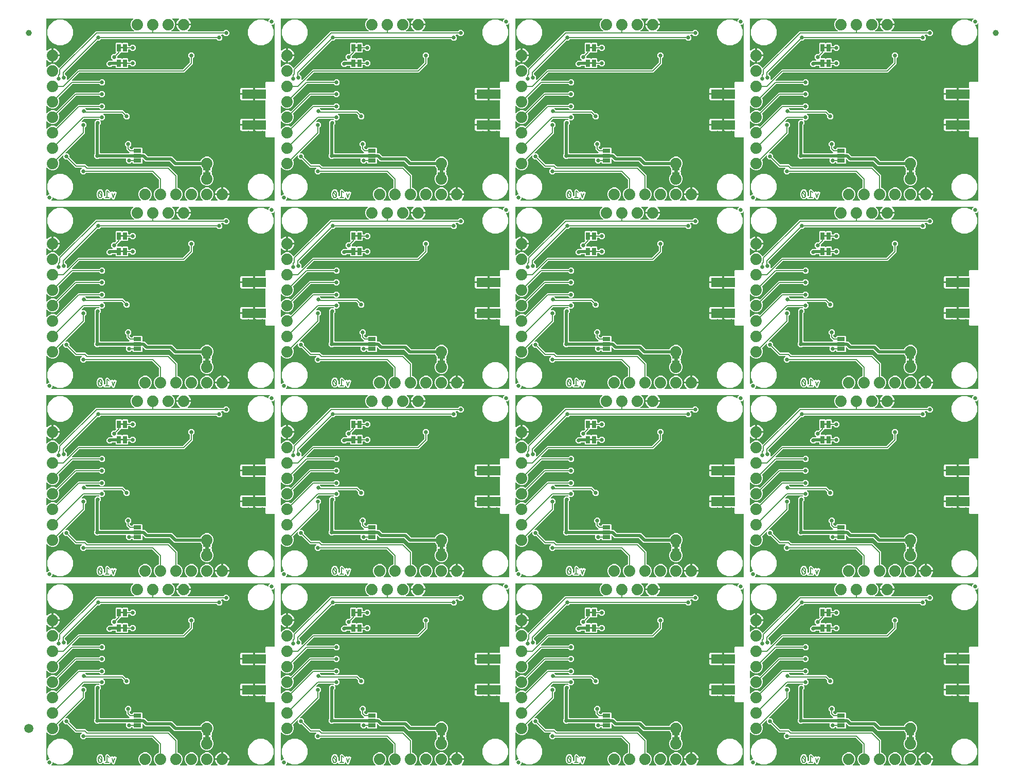
<source format=gbl>
G04 EAGLE Gerber RS-274X export*
G75*
%MOMM*%
%FSLAX34Y34*%
%LPD*%
%INBottom Copper*%
%IPPOS*%
%AMOC8*
5,1,8,0,0,1.08239X$1,22.5*%
G01*
%ADD10C,0.203200*%
%ADD11C,1.879600*%
%ADD12R,1.270000X0.635000*%
%ADD13R,0.660400X1.270000*%
%ADD14C,0.635000*%
%ADD15R,4.000000X1.500000*%
%ADD16C,1.000000*%
%ADD17C,1.500000*%
%ADD18C,0.660400*%
%ADD19C,0.508000*%
%ADD20C,0.177800*%

G36*
X1392126Y932192D02*
X1392126Y932192D01*
X1392198Y932194D01*
X1392247Y932212D01*
X1392298Y932220D01*
X1392361Y932254D01*
X1392429Y932279D01*
X1392469Y932311D01*
X1392515Y932336D01*
X1392565Y932388D01*
X1392621Y932432D01*
X1392649Y932476D01*
X1392685Y932514D01*
X1392715Y932579D01*
X1392754Y932639D01*
X1392766Y932690D01*
X1392788Y932737D01*
X1392796Y932808D01*
X1392814Y932878D01*
X1392810Y932930D01*
X1392815Y932981D01*
X1392800Y933052D01*
X1392795Y933123D01*
X1392774Y933171D01*
X1392763Y933222D01*
X1392726Y933283D01*
X1392698Y933349D01*
X1392653Y933405D01*
X1392637Y933433D01*
X1392619Y933448D01*
X1392593Y933480D01*
X1390065Y936009D01*
X1388363Y940117D01*
X1388363Y944563D01*
X1390065Y948671D01*
X1393209Y951815D01*
X1397317Y953517D01*
X1401763Y953517D01*
X1405871Y951815D01*
X1409015Y948671D01*
X1410717Y944563D01*
X1410717Y940117D01*
X1409015Y936009D01*
X1406487Y933480D01*
X1406445Y933422D01*
X1406395Y933370D01*
X1406373Y933323D01*
X1406343Y933281D01*
X1406322Y933212D01*
X1406292Y933147D01*
X1406286Y933095D01*
X1406271Y933045D01*
X1406273Y932974D01*
X1406265Y932903D01*
X1406276Y932852D01*
X1406277Y932800D01*
X1406302Y932732D01*
X1406317Y932662D01*
X1406344Y932617D01*
X1406361Y932569D01*
X1406406Y932513D01*
X1406443Y932451D01*
X1406483Y932417D01*
X1406515Y932377D01*
X1406575Y932338D01*
X1406630Y932291D01*
X1406678Y932272D01*
X1406722Y932244D01*
X1406792Y932226D01*
X1406858Y932199D01*
X1406929Y932191D01*
X1406961Y932183D01*
X1406984Y932185D01*
X1407025Y932181D01*
X1417455Y932181D01*
X1417526Y932192D01*
X1417598Y932194D01*
X1417647Y932212D01*
X1417698Y932220D01*
X1417761Y932254D01*
X1417829Y932279D01*
X1417869Y932311D01*
X1417915Y932336D01*
X1417965Y932388D01*
X1418021Y932432D01*
X1418049Y932476D01*
X1418085Y932514D01*
X1418115Y932579D01*
X1418154Y932639D01*
X1418166Y932690D01*
X1418188Y932737D01*
X1418196Y932808D01*
X1418214Y932878D01*
X1418210Y932930D01*
X1418215Y932981D01*
X1418200Y933052D01*
X1418195Y933123D01*
X1418174Y933171D01*
X1418163Y933222D01*
X1418126Y933283D01*
X1418098Y933349D01*
X1418053Y933405D01*
X1418037Y933433D01*
X1418019Y933448D01*
X1417993Y933480D01*
X1415465Y936009D01*
X1413763Y940117D01*
X1413763Y944563D01*
X1415465Y948671D01*
X1418609Y951815D01*
X1422717Y953517D01*
X1427163Y953517D01*
X1431271Y951815D01*
X1434415Y948671D01*
X1436117Y944563D01*
X1436117Y940117D01*
X1434415Y936009D01*
X1431887Y933480D01*
X1431845Y933422D01*
X1431795Y933370D01*
X1431773Y933323D01*
X1431743Y933281D01*
X1431722Y933212D01*
X1431692Y933147D01*
X1431686Y933095D01*
X1431671Y933045D01*
X1431673Y932974D01*
X1431665Y932903D01*
X1431676Y932852D01*
X1431677Y932800D01*
X1431702Y932732D01*
X1431717Y932662D01*
X1431744Y932617D01*
X1431761Y932569D01*
X1431806Y932513D01*
X1431843Y932451D01*
X1431883Y932417D01*
X1431915Y932377D01*
X1431975Y932338D01*
X1432030Y932291D01*
X1432078Y932272D01*
X1432122Y932244D01*
X1432192Y932226D01*
X1432258Y932199D01*
X1432329Y932191D01*
X1432361Y932183D01*
X1432384Y932185D01*
X1432425Y932181D01*
X1441778Y932181D01*
X1441848Y932192D01*
X1441920Y932194D01*
X1441969Y932212D01*
X1442020Y932220D01*
X1442084Y932254D01*
X1442151Y932279D01*
X1442192Y932311D01*
X1442238Y932336D01*
X1442287Y932388D01*
X1442343Y932432D01*
X1442371Y932476D01*
X1442407Y932514D01*
X1442437Y932579D01*
X1442476Y932639D01*
X1442489Y932690D01*
X1442511Y932737D01*
X1442519Y932808D01*
X1442536Y932878D01*
X1442532Y932930D01*
X1442538Y932981D01*
X1442523Y933052D01*
X1442517Y933123D01*
X1442497Y933171D01*
X1442486Y933222D01*
X1442449Y933283D01*
X1442421Y933349D01*
X1442376Y933405D01*
X1442359Y933433D01*
X1442342Y933448D01*
X1442316Y933480D01*
X1441234Y934562D01*
X1440129Y936083D01*
X1439276Y937757D01*
X1438695Y939544D01*
X1438494Y940817D01*
X1449578Y940817D01*
X1449598Y940820D01*
X1449617Y940818D01*
X1449719Y940840D01*
X1449821Y940857D01*
X1449838Y940866D01*
X1449858Y940870D01*
X1449947Y940923D01*
X1450038Y940972D01*
X1450052Y940986D01*
X1450069Y940996D01*
X1450136Y941075D01*
X1450207Y941150D01*
X1450216Y941168D01*
X1450229Y941183D01*
X1450267Y941279D01*
X1450311Y941373D01*
X1450313Y941393D01*
X1450321Y941411D01*
X1450339Y941578D01*
X1450339Y942341D01*
X1450341Y942341D01*
X1450341Y941578D01*
X1450344Y941558D01*
X1450342Y941539D01*
X1450364Y941437D01*
X1450381Y941335D01*
X1450390Y941318D01*
X1450394Y941298D01*
X1450447Y941209D01*
X1450496Y941118D01*
X1450510Y941104D01*
X1450520Y941087D01*
X1450599Y941020D01*
X1450674Y940949D01*
X1450692Y940940D01*
X1450707Y940927D01*
X1450803Y940888D01*
X1450897Y940845D01*
X1450917Y940843D01*
X1450935Y940835D01*
X1451102Y940817D01*
X1462186Y940817D01*
X1461985Y939544D01*
X1461404Y937757D01*
X1460551Y936083D01*
X1459446Y934562D01*
X1458364Y933480D01*
X1458322Y933422D01*
X1458273Y933370D01*
X1458251Y933323D01*
X1458221Y933281D01*
X1458200Y933212D01*
X1458169Y933147D01*
X1458164Y933095D01*
X1458148Y933045D01*
X1458150Y932974D01*
X1458142Y932903D01*
X1458153Y932852D01*
X1458155Y932800D01*
X1458179Y932732D01*
X1458194Y932662D01*
X1458221Y932617D01*
X1458239Y932569D01*
X1458284Y932513D01*
X1458321Y932451D01*
X1458360Y932417D01*
X1458393Y932377D01*
X1458453Y932338D01*
X1458508Y932291D01*
X1458556Y932272D01*
X1458600Y932244D01*
X1458669Y932226D01*
X1458736Y932199D01*
X1458807Y932191D01*
X1458838Y932183D01*
X1458862Y932185D01*
X1458902Y932181D01*
X1535938Y932181D01*
X1535958Y932184D01*
X1535977Y932182D01*
X1536079Y932204D01*
X1536181Y932220D01*
X1536198Y932230D01*
X1536218Y932234D01*
X1536307Y932287D01*
X1536398Y932336D01*
X1536412Y932350D01*
X1536429Y932360D01*
X1536496Y932439D01*
X1536568Y932514D01*
X1536576Y932532D01*
X1536589Y932547D01*
X1536628Y932643D01*
X1536671Y932737D01*
X1536673Y932757D01*
X1536681Y932775D01*
X1536699Y932942D01*
X1536699Y1035558D01*
X1536696Y1035578D01*
X1536698Y1035597D01*
X1536676Y1035699D01*
X1536660Y1035801D01*
X1536650Y1035818D01*
X1536646Y1035838D01*
X1536593Y1035927D01*
X1536544Y1036018D01*
X1536530Y1036032D01*
X1536520Y1036049D01*
X1536441Y1036116D01*
X1536366Y1036188D01*
X1536348Y1036196D01*
X1536333Y1036209D01*
X1536237Y1036248D01*
X1536143Y1036291D01*
X1536123Y1036293D01*
X1536105Y1036301D01*
X1535938Y1036319D01*
X1522948Y1036319D01*
X1521459Y1037808D01*
X1521459Y1045838D01*
X1521456Y1045858D01*
X1521458Y1045877D01*
X1521436Y1045979D01*
X1521420Y1046081D01*
X1521410Y1046098D01*
X1521406Y1046118D01*
X1521353Y1046207D01*
X1521304Y1046298D01*
X1521290Y1046312D01*
X1521280Y1046329D01*
X1521201Y1046396D01*
X1521126Y1046468D01*
X1521108Y1046476D01*
X1521093Y1046489D01*
X1520997Y1046528D01*
X1520903Y1046571D01*
X1520883Y1046573D01*
X1520865Y1046581D01*
X1520698Y1046599D01*
X1503933Y1046599D01*
X1503933Y1055878D01*
X1503930Y1055898D01*
X1503932Y1055917D01*
X1503910Y1056019D01*
X1503893Y1056121D01*
X1503884Y1056138D01*
X1503880Y1056158D01*
X1503827Y1056247D01*
X1503778Y1056338D01*
X1503764Y1056352D01*
X1503754Y1056369D01*
X1503675Y1056436D01*
X1503600Y1056507D01*
X1503582Y1056516D01*
X1503567Y1056529D01*
X1503471Y1056568D01*
X1503377Y1056611D01*
X1503357Y1056613D01*
X1503339Y1056621D01*
X1503172Y1056639D01*
X1502409Y1056639D01*
X1502409Y1056641D01*
X1503172Y1056641D01*
X1503192Y1056644D01*
X1503211Y1056642D01*
X1503313Y1056664D01*
X1503415Y1056681D01*
X1503432Y1056690D01*
X1503452Y1056694D01*
X1503541Y1056747D01*
X1503632Y1056796D01*
X1503646Y1056810D01*
X1503663Y1056820D01*
X1503730Y1056899D01*
X1503801Y1056974D01*
X1503810Y1056992D01*
X1503823Y1057007D01*
X1503862Y1057103D01*
X1503905Y1057197D01*
X1503907Y1057217D01*
X1503915Y1057235D01*
X1503933Y1057402D01*
X1503933Y1066681D01*
X1520698Y1066681D01*
X1520718Y1066684D01*
X1520737Y1066682D01*
X1520839Y1066704D01*
X1520941Y1066720D01*
X1520958Y1066730D01*
X1520978Y1066734D01*
X1521067Y1066787D01*
X1521158Y1066836D01*
X1521172Y1066850D01*
X1521189Y1066860D01*
X1521256Y1066939D01*
X1521328Y1067014D01*
X1521336Y1067032D01*
X1521349Y1067047D01*
X1521388Y1067143D01*
X1521431Y1067237D01*
X1521433Y1067257D01*
X1521441Y1067275D01*
X1521459Y1067442D01*
X1521459Y1096638D01*
X1521458Y1096647D01*
X1521458Y1096650D01*
X1521456Y1096659D01*
X1521458Y1096677D01*
X1521436Y1096779D01*
X1521420Y1096881D01*
X1521410Y1096898D01*
X1521406Y1096918D01*
X1521353Y1097007D01*
X1521304Y1097098D01*
X1521290Y1097112D01*
X1521280Y1097129D01*
X1521201Y1097196D01*
X1521126Y1097268D01*
X1521108Y1097276D01*
X1521093Y1097289D01*
X1520997Y1097328D01*
X1520903Y1097371D01*
X1520883Y1097373D01*
X1520865Y1097381D01*
X1520698Y1097399D01*
X1503933Y1097399D01*
X1503933Y1106678D01*
X1503930Y1106698D01*
X1503932Y1106717D01*
X1503910Y1106819D01*
X1503893Y1106921D01*
X1503884Y1106938D01*
X1503880Y1106958D01*
X1503827Y1107047D01*
X1503778Y1107138D01*
X1503764Y1107152D01*
X1503754Y1107169D01*
X1503675Y1107236D01*
X1503600Y1107307D01*
X1503582Y1107316D01*
X1503567Y1107329D01*
X1503471Y1107368D01*
X1503377Y1107411D01*
X1503357Y1107413D01*
X1503339Y1107421D01*
X1503172Y1107439D01*
X1502409Y1107439D01*
X1502409Y1107441D01*
X1503172Y1107441D01*
X1503192Y1107444D01*
X1503211Y1107442D01*
X1503313Y1107464D01*
X1503415Y1107481D01*
X1503432Y1107490D01*
X1503452Y1107494D01*
X1503541Y1107547D01*
X1503632Y1107596D01*
X1503646Y1107610D01*
X1503663Y1107620D01*
X1503730Y1107699D01*
X1503801Y1107774D01*
X1503810Y1107792D01*
X1503823Y1107807D01*
X1503862Y1107903D01*
X1503905Y1107997D01*
X1503907Y1108017D01*
X1503915Y1108035D01*
X1503933Y1108202D01*
X1503933Y1117481D01*
X1520698Y1117481D01*
X1520718Y1117484D01*
X1520737Y1117482D01*
X1520839Y1117504D01*
X1520941Y1117520D01*
X1520958Y1117530D01*
X1520978Y1117534D01*
X1521067Y1117587D01*
X1521158Y1117636D01*
X1521172Y1117650D01*
X1521189Y1117660D01*
X1521256Y1117739D01*
X1521328Y1117814D01*
X1521336Y1117832D01*
X1521349Y1117847D01*
X1521388Y1117943D01*
X1521431Y1118037D01*
X1521433Y1118057D01*
X1521441Y1118075D01*
X1521459Y1118242D01*
X1521459Y1126272D01*
X1522948Y1127761D01*
X1535938Y1127761D01*
X1535958Y1127764D01*
X1535977Y1127762D01*
X1536079Y1127784D01*
X1536181Y1127800D01*
X1536198Y1127810D01*
X1536218Y1127814D01*
X1536307Y1127867D01*
X1536398Y1127916D01*
X1536412Y1127930D01*
X1536429Y1127940D01*
X1536496Y1128019D01*
X1536568Y1128094D01*
X1536576Y1128112D01*
X1536589Y1128127D01*
X1536628Y1128223D01*
X1536671Y1128317D01*
X1536673Y1128337D01*
X1536681Y1128355D01*
X1536699Y1128522D01*
X1536699Y1223056D01*
X1536688Y1223127D01*
X1536686Y1223198D01*
X1536668Y1223247D01*
X1536660Y1223299D01*
X1536626Y1223362D01*
X1536601Y1223429D01*
X1536569Y1223470D01*
X1536544Y1223516D01*
X1536492Y1223565D01*
X1536448Y1223621D01*
X1536404Y1223649D01*
X1536366Y1223685D01*
X1536301Y1223716D01*
X1536241Y1223754D01*
X1536190Y1223767D01*
X1536143Y1223789D01*
X1536072Y1223797D01*
X1536002Y1223814D01*
X1535950Y1223810D01*
X1535899Y1223816D01*
X1535828Y1223801D01*
X1535757Y1223795D01*
X1535709Y1223775D01*
X1535658Y1223764D01*
X1535597Y1223727D01*
X1535531Y1223699D01*
X1535475Y1223654D01*
X1535447Y1223638D01*
X1535432Y1223620D01*
X1535400Y1223594D01*
X1533672Y1221866D01*
X1532486Y1221866D01*
X1532441Y1221859D01*
X1532395Y1221861D01*
X1532320Y1221839D01*
X1532244Y1221827D01*
X1532203Y1221805D01*
X1532159Y1221792D01*
X1532095Y1221748D01*
X1532026Y1221711D01*
X1531995Y1221678D01*
X1531957Y1221652D01*
X1531910Y1221589D01*
X1531857Y1221533D01*
X1531837Y1221491D01*
X1531810Y1221455D01*
X1531786Y1221381D01*
X1531753Y1221310D01*
X1531748Y1221264D01*
X1531734Y1221221D01*
X1531735Y1221143D01*
X1531726Y1221066D01*
X1531736Y1221021D01*
X1531736Y1220975D01*
X1531774Y1220843D01*
X1531778Y1220825D01*
X1531781Y1220821D01*
X1531783Y1220814D01*
X1534923Y1213234D01*
X1534923Y1204846D01*
X1531713Y1197098D01*
X1525782Y1191167D01*
X1518034Y1187957D01*
X1509646Y1187957D01*
X1501898Y1191167D01*
X1495967Y1197098D01*
X1492757Y1204846D01*
X1492757Y1213234D01*
X1495967Y1220982D01*
X1501898Y1226913D01*
X1509646Y1230123D01*
X1518034Y1230123D01*
X1525614Y1226983D01*
X1525658Y1226972D01*
X1525700Y1226953D01*
X1525777Y1226945D01*
X1525853Y1226927D01*
X1525899Y1226931D01*
X1525944Y1226926D01*
X1526021Y1226943D01*
X1526098Y1226950D01*
X1526140Y1226969D01*
X1526185Y1226978D01*
X1526252Y1227018D01*
X1526323Y1227050D01*
X1526357Y1227081D01*
X1526396Y1227104D01*
X1526446Y1227164D01*
X1526504Y1227216D01*
X1526526Y1227257D01*
X1526556Y1227291D01*
X1526585Y1227364D01*
X1526622Y1227432D01*
X1526631Y1227477D01*
X1526648Y1227520D01*
X1526663Y1227655D01*
X1526666Y1227674D01*
X1526665Y1227679D01*
X1526666Y1227686D01*
X1526666Y1228872D01*
X1528394Y1230600D01*
X1528436Y1230658D01*
X1528485Y1230710D01*
X1528507Y1230757D01*
X1528538Y1230799D01*
X1528559Y1230868D01*
X1528589Y1230933D01*
X1528595Y1230985D01*
X1528610Y1231035D01*
X1528608Y1231106D01*
X1528616Y1231177D01*
X1528605Y1231228D01*
X1528604Y1231280D01*
X1528579Y1231348D01*
X1528564Y1231418D01*
X1528537Y1231463D01*
X1528519Y1231511D01*
X1528474Y1231567D01*
X1528438Y1231629D01*
X1528398Y1231663D01*
X1528365Y1231703D01*
X1528305Y1231742D01*
X1528251Y1231789D01*
X1528202Y1231808D01*
X1528159Y1231836D01*
X1528089Y1231854D01*
X1528023Y1231881D01*
X1527951Y1231889D01*
X1527920Y1231897D01*
X1527897Y1231895D01*
X1527856Y1231899D01*
X1395402Y1231899D01*
X1395332Y1231888D01*
X1395260Y1231886D01*
X1395211Y1231868D01*
X1395160Y1231860D01*
X1395096Y1231826D01*
X1395029Y1231801D01*
X1394988Y1231769D01*
X1394942Y1231744D01*
X1394893Y1231692D01*
X1394837Y1231648D01*
X1394809Y1231604D01*
X1394773Y1231566D01*
X1394743Y1231501D01*
X1394704Y1231441D01*
X1394691Y1231390D01*
X1394669Y1231343D01*
X1394661Y1231272D01*
X1394644Y1231202D01*
X1394648Y1231150D01*
X1394642Y1231099D01*
X1394657Y1231028D01*
X1394663Y1230957D01*
X1394683Y1230909D01*
X1394694Y1230858D01*
X1394731Y1230797D01*
X1394759Y1230731D01*
X1394804Y1230675D01*
X1394821Y1230647D01*
X1394838Y1230632D01*
X1394864Y1230600D01*
X1395946Y1229518D01*
X1397051Y1227997D01*
X1397904Y1226323D01*
X1398485Y1224536D01*
X1398686Y1223263D01*
X1387602Y1223263D01*
X1387582Y1223260D01*
X1387563Y1223262D01*
X1387461Y1223240D01*
X1387359Y1223223D01*
X1387342Y1223214D01*
X1387322Y1223210D01*
X1387233Y1223157D01*
X1387142Y1223108D01*
X1387128Y1223094D01*
X1387111Y1223084D01*
X1387044Y1223005D01*
X1386973Y1222930D01*
X1386964Y1222912D01*
X1386951Y1222897D01*
X1386913Y1222801D01*
X1386869Y1222707D01*
X1386867Y1222687D01*
X1386859Y1222669D01*
X1386841Y1222502D01*
X1386841Y1220978D01*
X1386844Y1220958D01*
X1386842Y1220939D01*
X1386864Y1220837D01*
X1386881Y1220735D01*
X1386890Y1220718D01*
X1386894Y1220698D01*
X1386947Y1220609D01*
X1386996Y1220518D01*
X1387010Y1220504D01*
X1387020Y1220487D01*
X1387099Y1220420D01*
X1387174Y1220349D01*
X1387192Y1220340D01*
X1387207Y1220327D01*
X1387303Y1220288D01*
X1387397Y1220245D01*
X1387417Y1220243D01*
X1387435Y1220235D01*
X1387602Y1220217D01*
X1398686Y1220217D01*
X1398485Y1218944D01*
X1397904Y1217157D01*
X1397051Y1215483D01*
X1395946Y1213962D01*
X1394618Y1212634D01*
X1393491Y1211815D01*
X1393485Y1211809D01*
X1393478Y1211805D01*
X1393399Y1211722D01*
X1393318Y1211640D01*
X1393314Y1211633D01*
X1393309Y1211627D01*
X1393260Y1211522D01*
X1393209Y1211419D01*
X1393208Y1211411D01*
X1393205Y1211404D01*
X1393192Y1211289D01*
X1393177Y1211175D01*
X1393179Y1211167D01*
X1393178Y1211160D01*
X1393202Y1211047D01*
X1393224Y1210934D01*
X1393228Y1210927D01*
X1393230Y1210919D01*
X1393289Y1210821D01*
X1393346Y1210720D01*
X1393352Y1210715D01*
X1393356Y1210708D01*
X1393444Y1210633D01*
X1393530Y1210556D01*
X1393537Y1210553D01*
X1393543Y1210548D01*
X1393650Y1210505D01*
X1393756Y1210460D01*
X1393764Y1210459D01*
X1393771Y1210456D01*
X1393938Y1210438D01*
X1451857Y1210438D01*
X1451947Y1210452D01*
X1452038Y1210460D01*
X1452068Y1210472D01*
X1452100Y1210477D01*
X1452181Y1210520D01*
X1452264Y1210556D01*
X1452297Y1210582D01*
X1452317Y1210593D01*
X1452339Y1210616D01*
X1452395Y1210661D01*
X1454585Y1212851D01*
X1458795Y1212851D01*
X1461771Y1209875D01*
X1461771Y1205665D01*
X1458795Y1202689D01*
X1454585Y1202689D01*
X1452395Y1204879D01*
X1452322Y1204932D01*
X1452252Y1204992D01*
X1452222Y1205004D01*
X1452196Y1205023D01*
X1452109Y1205050D01*
X1452024Y1205084D01*
X1451983Y1205088D01*
X1451961Y1205095D01*
X1451928Y1205094D01*
X1451857Y1205102D01*
X1449331Y1205102D01*
X1449260Y1205091D01*
X1449188Y1205089D01*
X1449139Y1205071D01*
X1449088Y1205063D01*
X1449025Y1205029D01*
X1448957Y1205004D01*
X1448917Y1204972D01*
X1448871Y1204947D01*
X1448821Y1204895D01*
X1448765Y1204851D01*
X1448737Y1204807D01*
X1448701Y1204769D01*
X1448671Y1204704D01*
X1448632Y1204644D01*
X1448620Y1204593D01*
X1448598Y1204546D01*
X1448590Y1204475D01*
X1448572Y1204405D01*
X1448576Y1204353D01*
X1448571Y1204302D01*
X1448586Y1204231D01*
X1448591Y1204160D01*
X1448612Y1204112D01*
X1448623Y1204061D01*
X1448660Y1204000D01*
X1448688Y1203934D01*
X1448732Y1203878D01*
X1448749Y1203850D01*
X1448767Y1203835D01*
X1448792Y1203803D01*
X1450341Y1202255D01*
X1450341Y1198045D01*
X1447365Y1195069D01*
X1443155Y1195069D01*
X1440965Y1197259D01*
X1440891Y1197312D01*
X1440822Y1197372D01*
X1440792Y1197384D01*
X1440766Y1197403D01*
X1440679Y1197430D01*
X1440594Y1197464D01*
X1440553Y1197468D01*
X1440531Y1197475D01*
X1440498Y1197474D01*
X1440427Y1197482D01*
X1250703Y1197482D01*
X1250613Y1197468D01*
X1250522Y1197460D01*
X1250492Y1197448D01*
X1250460Y1197443D01*
X1250379Y1197400D01*
X1250296Y1197364D01*
X1250263Y1197338D01*
X1250243Y1197327D01*
X1250221Y1197304D01*
X1250165Y1197259D01*
X1247975Y1195069D01*
X1244877Y1195069D01*
X1244787Y1195055D01*
X1244696Y1195047D01*
X1244667Y1195035D01*
X1244635Y1195030D01*
X1244554Y1194987D01*
X1244470Y1194951D01*
X1244438Y1194925D01*
X1244417Y1194914D01*
X1244395Y1194891D01*
X1244339Y1194846D01*
X1191611Y1142118D01*
X1191558Y1142044D01*
X1191498Y1141975D01*
X1191486Y1141944D01*
X1191467Y1141918D01*
X1191440Y1141831D01*
X1191406Y1141746D01*
X1191402Y1141705D01*
X1191395Y1141683D01*
X1191396Y1141651D01*
X1191388Y1141580D01*
X1191388Y1139833D01*
X1191402Y1139743D01*
X1191410Y1139652D01*
X1191422Y1139622D01*
X1191427Y1139590D01*
X1191470Y1139509D01*
X1191506Y1139426D01*
X1191532Y1139393D01*
X1191543Y1139373D01*
X1191566Y1139351D01*
X1191611Y1139295D01*
X1194691Y1136215D01*
X1194691Y1131721D01*
X1194702Y1131651D01*
X1194704Y1131579D01*
X1194722Y1131530D01*
X1194730Y1131479D01*
X1194764Y1131415D01*
X1194789Y1131348D01*
X1194821Y1131307D01*
X1194846Y1131261D01*
X1194898Y1131212D01*
X1194942Y1131156D01*
X1194986Y1131128D01*
X1195024Y1131092D01*
X1195089Y1131062D01*
X1195149Y1131023D01*
X1195200Y1131010D01*
X1195247Y1130988D01*
X1195318Y1130980D01*
X1195388Y1130963D01*
X1195440Y1130967D01*
X1195491Y1130961D01*
X1195562Y1130976D01*
X1195633Y1130982D01*
X1195681Y1131002D01*
X1195732Y1131013D01*
X1195793Y1131050D01*
X1195859Y1131078D01*
X1195915Y1131123D01*
X1195943Y1131139D01*
X1195958Y1131157D01*
X1195990Y1131183D01*
X1213015Y1148208D01*
X1385420Y1148208D01*
X1385510Y1148222D01*
X1385601Y1148230D01*
X1385630Y1148242D01*
X1385662Y1148247D01*
X1385743Y1148290D01*
X1385827Y1148326D01*
X1385859Y1148352D01*
X1385880Y1148363D01*
X1385902Y1148386D01*
X1385958Y1148431D01*
X1396649Y1159122D01*
X1396702Y1159196D01*
X1396762Y1159265D01*
X1396774Y1159296D01*
X1396793Y1159322D01*
X1396820Y1159409D01*
X1396854Y1159494D01*
X1396858Y1159535D01*
X1396865Y1159557D01*
X1396864Y1159589D01*
X1396872Y1159660D01*
X1396872Y1166107D01*
X1396858Y1166197D01*
X1396850Y1166288D01*
X1396838Y1166318D01*
X1396833Y1166350D01*
X1396790Y1166431D01*
X1396754Y1166514D01*
X1396728Y1166547D01*
X1396717Y1166567D01*
X1396694Y1166589D01*
X1396649Y1166645D01*
X1394459Y1168835D01*
X1394459Y1173045D01*
X1397435Y1176021D01*
X1401645Y1176021D01*
X1404621Y1173045D01*
X1404621Y1168835D01*
X1402431Y1166645D01*
X1402378Y1166572D01*
X1402318Y1166502D01*
X1402306Y1166472D01*
X1402287Y1166446D01*
X1402260Y1166359D01*
X1402226Y1166274D01*
X1402222Y1166233D01*
X1402215Y1166211D01*
X1402216Y1166178D01*
X1402208Y1166107D01*
X1402208Y1157135D01*
X1387945Y1142872D01*
X1215540Y1142872D01*
X1215450Y1142858D01*
X1215359Y1142850D01*
X1215330Y1142838D01*
X1215298Y1142833D01*
X1215217Y1142790D01*
X1215133Y1142754D01*
X1215101Y1142728D01*
X1215080Y1142717D01*
X1215058Y1142694D01*
X1215002Y1142649D01*
X1202810Y1130457D01*
X1202768Y1130399D01*
X1202719Y1130347D01*
X1202697Y1130300D01*
X1202666Y1130258D01*
X1202645Y1130189D01*
X1202615Y1130124D01*
X1202609Y1130072D01*
X1202594Y1130022D01*
X1202596Y1129951D01*
X1202588Y1129880D01*
X1202599Y1129829D01*
X1202600Y1129777D01*
X1202625Y1129709D01*
X1202640Y1129639D01*
X1202667Y1129594D01*
X1202685Y1129546D01*
X1202730Y1129490D01*
X1202766Y1129428D01*
X1202806Y1129394D01*
X1202839Y1129354D01*
X1202899Y1129315D01*
X1202953Y1129268D01*
X1203002Y1129249D01*
X1203046Y1129221D01*
X1203115Y1129203D01*
X1203182Y1129176D01*
X1203253Y1129168D01*
X1203284Y1129160D01*
X1203307Y1129162D01*
X1203348Y1129158D01*
X1247387Y1129158D01*
X1247477Y1129172D01*
X1247568Y1129180D01*
X1247598Y1129192D01*
X1247630Y1129197D01*
X1247711Y1129240D01*
X1247794Y1129276D01*
X1247827Y1129302D01*
X1247847Y1129313D01*
X1247869Y1129336D01*
X1247925Y1129381D01*
X1250115Y1131571D01*
X1254325Y1131571D01*
X1257301Y1128595D01*
X1257301Y1124385D01*
X1254325Y1121409D01*
X1250115Y1121409D01*
X1247925Y1123599D01*
X1247852Y1123652D01*
X1247782Y1123712D01*
X1247752Y1123724D01*
X1247726Y1123743D01*
X1247639Y1123770D01*
X1247554Y1123804D01*
X1247513Y1123808D01*
X1247491Y1123815D01*
X1247458Y1123814D01*
X1247387Y1123822D01*
X1204110Y1123822D01*
X1204020Y1123808D01*
X1203929Y1123800D01*
X1203900Y1123788D01*
X1203868Y1123783D01*
X1203787Y1123740D01*
X1203703Y1123704D01*
X1203671Y1123678D01*
X1203650Y1123667D01*
X1203628Y1123644D01*
X1203572Y1123599D01*
X1180959Y1100986D01*
X1180891Y1100892D01*
X1180821Y1100798D01*
X1180819Y1100792D01*
X1180815Y1100787D01*
X1180781Y1100676D01*
X1180745Y1100564D01*
X1180745Y1100557D01*
X1180743Y1100551D01*
X1180746Y1100435D01*
X1180747Y1100318D01*
X1180749Y1100311D01*
X1180749Y1100306D01*
X1180756Y1100288D01*
X1180794Y1100157D01*
X1182117Y1096963D01*
X1182117Y1092517D01*
X1180415Y1088409D01*
X1177271Y1085265D01*
X1173163Y1083563D01*
X1168717Y1083563D01*
X1164609Y1085265D01*
X1162080Y1087793D01*
X1162022Y1087835D01*
X1161970Y1087885D01*
X1161923Y1087907D01*
X1161881Y1087937D01*
X1161812Y1087958D01*
X1161747Y1087988D01*
X1161695Y1087994D01*
X1161645Y1088009D01*
X1161574Y1088007D01*
X1161503Y1088015D01*
X1161452Y1088004D01*
X1161400Y1088003D01*
X1161332Y1087978D01*
X1161262Y1087963D01*
X1161217Y1087936D01*
X1161169Y1087919D01*
X1161113Y1087874D01*
X1161051Y1087837D01*
X1161017Y1087797D01*
X1160977Y1087765D01*
X1160938Y1087705D01*
X1160891Y1087650D01*
X1160872Y1087602D01*
X1160844Y1087558D01*
X1160826Y1087488D01*
X1160799Y1087422D01*
X1160791Y1087351D01*
X1160783Y1087319D01*
X1160785Y1087296D01*
X1160781Y1087255D01*
X1160781Y1076825D01*
X1160792Y1076754D01*
X1160794Y1076682D01*
X1160812Y1076633D01*
X1160820Y1076582D01*
X1160854Y1076519D01*
X1160879Y1076451D01*
X1160911Y1076411D01*
X1160936Y1076365D01*
X1160988Y1076315D01*
X1161032Y1076259D01*
X1161076Y1076231D01*
X1161114Y1076195D01*
X1161179Y1076165D01*
X1161239Y1076126D01*
X1161290Y1076114D01*
X1161337Y1076092D01*
X1161408Y1076084D01*
X1161478Y1076066D01*
X1161530Y1076070D01*
X1161581Y1076065D01*
X1161652Y1076080D01*
X1161723Y1076085D01*
X1161771Y1076106D01*
X1161822Y1076117D01*
X1161883Y1076154D01*
X1161949Y1076182D01*
X1162005Y1076227D01*
X1162033Y1076243D01*
X1162048Y1076261D01*
X1162080Y1076287D01*
X1164609Y1078815D01*
X1168717Y1080517D01*
X1173163Y1080517D01*
X1176357Y1079194D01*
X1176470Y1079167D01*
X1176584Y1079139D01*
X1176590Y1079139D01*
X1176596Y1079138D01*
X1176713Y1079149D01*
X1176829Y1079158D01*
X1176835Y1079160D01*
X1176841Y1079161D01*
X1176949Y1079209D01*
X1177055Y1079254D01*
X1177061Y1079259D01*
X1177066Y1079261D01*
X1177080Y1079274D01*
X1177186Y1079359D01*
X1207935Y1110108D01*
X1247387Y1110108D01*
X1247477Y1110122D01*
X1247568Y1110130D01*
X1247598Y1110142D01*
X1247630Y1110147D01*
X1247711Y1110190D01*
X1247794Y1110226D01*
X1247827Y1110252D01*
X1247847Y1110263D01*
X1247869Y1110286D01*
X1247925Y1110331D01*
X1250115Y1112521D01*
X1254325Y1112521D01*
X1257301Y1109545D01*
X1257301Y1105335D01*
X1254325Y1102359D01*
X1250115Y1102359D01*
X1247925Y1104549D01*
X1247852Y1104602D01*
X1247782Y1104662D01*
X1247752Y1104674D01*
X1247726Y1104693D01*
X1247639Y1104720D01*
X1247554Y1104754D01*
X1247513Y1104758D01*
X1247491Y1104765D01*
X1247458Y1104764D01*
X1247387Y1104772D01*
X1210460Y1104772D01*
X1210370Y1104758D01*
X1210279Y1104750D01*
X1210250Y1104738D01*
X1210218Y1104733D01*
X1210137Y1104690D01*
X1210053Y1104654D01*
X1210021Y1104628D01*
X1210000Y1104617D01*
X1209978Y1104594D01*
X1209922Y1104549D01*
X1180959Y1075586D01*
X1180891Y1075492D01*
X1180821Y1075398D01*
X1180819Y1075392D01*
X1180815Y1075387D01*
X1180781Y1075276D01*
X1180745Y1075164D01*
X1180745Y1075157D01*
X1180743Y1075151D01*
X1180746Y1075035D01*
X1180747Y1074918D01*
X1180749Y1074911D01*
X1180749Y1074906D01*
X1180756Y1074888D01*
X1180794Y1074757D01*
X1182117Y1071563D01*
X1182117Y1067117D01*
X1180415Y1063009D01*
X1177271Y1059865D01*
X1173163Y1058163D01*
X1168717Y1058163D01*
X1164609Y1059865D01*
X1162080Y1062393D01*
X1162022Y1062435D01*
X1161970Y1062485D01*
X1161923Y1062507D01*
X1161881Y1062537D01*
X1161812Y1062558D01*
X1161747Y1062588D01*
X1161695Y1062594D01*
X1161645Y1062609D01*
X1161574Y1062607D01*
X1161503Y1062615D01*
X1161452Y1062604D01*
X1161400Y1062603D01*
X1161332Y1062578D01*
X1161262Y1062563D01*
X1161217Y1062536D01*
X1161169Y1062519D01*
X1161113Y1062474D01*
X1161051Y1062437D01*
X1161017Y1062397D01*
X1160977Y1062365D01*
X1160938Y1062305D01*
X1160891Y1062250D01*
X1160872Y1062202D01*
X1160844Y1062158D01*
X1160826Y1062088D01*
X1160799Y1062022D01*
X1160791Y1061951D01*
X1160783Y1061919D01*
X1160785Y1061896D01*
X1160781Y1061855D01*
X1160781Y1051425D01*
X1160792Y1051354D01*
X1160794Y1051282D01*
X1160812Y1051233D01*
X1160820Y1051182D01*
X1160854Y1051119D01*
X1160879Y1051051D01*
X1160911Y1051011D01*
X1160936Y1050965D01*
X1160988Y1050915D01*
X1161032Y1050859D01*
X1161076Y1050831D01*
X1161114Y1050795D01*
X1161179Y1050765D01*
X1161239Y1050726D01*
X1161290Y1050714D01*
X1161337Y1050692D01*
X1161408Y1050684D01*
X1161478Y1050666D01*
X1161530Y1050670D01*
X1161581Y1050665D01*
X1161652Y1050680D01*
X1161723Y1050685D01*
X1161771Y1050706D01*
X1161822Y1050717D01*
X1161883Y1050754D01*
X1161949Y1050782D01*
X1162005Y1050827D01*
X1162033Y1050843D01*
X1162048Y1050861D01*
X1162080Y1050887D01*
X1164609Y1053415D01*
X1168717Y1055117D01*
X1173163Y1055117D01*
X1176357Y1053794D01*
X1176470Y1053767D01*
X1176584Y1053739D01*
X1176590Y1053739D01*
X1176596Y1053738D01*
X1176713Y1053749D01*
X1176829Y1053758D01*
X1176835Y1053760D01*
X1176841Y1053761D01*
X1176949Y1053809D01*
X1177055Y1053854D01*
X1177061Y1053859D01*
X1177066Y1053861D01*
X1177080Y1053874D01*
X1177186Y1053959D01*
X1213015Y1089788D01*
X1247387Y1089788D01*
X1247477Y1089802D01*
X1247568Y1089810D01*
X1247598Y1089822D01*
X1247630Y1089827D01*
X1247711Y1089870D01*
X1247794Y1089906D01*
X1247827Y1089932D01*
X1247847Y1089943D01*
X1247869Y1089966D01*
X1247925Y1090011D01*
X1250115Y1092201D01*
X1254325Y1092201D01*
X1257301Y1089225D01*
X1257301Y1085015D01*
X1254325Y1082039D01*
X1250115Y1082039D01*
X1247925Y1084229D01*
X1247852Y1084282D01*
X1247782Y1084342D01*
X1247752Y1084354D01*
X1247726Y1084373D01*
X1247639Y1084400D01*
X1247554Y1084434D01*
X1247513Y1084438D01*
X1247491Y1084445D01*
X1247458Y1084444D01*
X1247387Y1084452D01*
X1225517Y1084452D01*
X1225446Y1084441D01*
X1225374Y1084439D01*
X1225325Y1084421D01*
X1225274Y1084413D01*
X1225210Y1084379D01*
X1225143Y1084354D01*
X1225102Y1084322D01*
X1225056Y1084297D01*
X1225007Y1084245D01*
X1224951Y1084201D01*
X1224923Y1084157D01*
X1224887Y1084119D01*
X1224857Y1084054D01*
X1224818Y1083994D01*
X1224805Y1083943D01*
X1224783Y1083896D01*
X1224776Y1083825D01*
X1224758Y1083755D01*
X1224762Y1083703D01*
X1224756Y1083652D01*
X1224772Y1083581D01*
X1224777Y1083510D01*
X1224798Y1083462D01*
X1224809Y1083411D01*
X1224845Y1083350D01*
X1224873Y1083284D01*
X1224918Y1083228D01*
X1224935Y1083200D01*
X1224953Y1083185D01*
X1224956Y1083179D01*
X1224960Y1083175D01*
X1224978Y1083153D01*
X1227337Y1080795D01*
X1227341Y1080787D01*
X1227362Y1080769D01*
X1227385Y1080747D01*
X1227409Y1080729D01*
X1227420Y1080720D01*
X1227495Y1080648D01*
X1227513Y1080640D01*
X1227528Y1080627D01*
X1227580Y1080606D01*
X1227584Y1080603D01*
X1227600Y1080598D01*
X1227624Y1080588D01*
X1227718Y1080545D01*
X1227738Y1080543D01*
X1227756Y1080535D01*
X1227923Y1080517D01*
X1286726Y1080517D01*
X1291329Y1075914D01*
X1291403Y1075861D01*
X1291472Y1075801D01*
X1291503Y1075789D01*
X1291529Y1075770D01*
X1291616Y1075743D01*
X1291701Y1075709D01*
X1291742Y1075705D01*
X1291764Y1075698D01*
X1291796Y1075699D01*
X1291867Y1075691D01*
X1294965Y1075691D01*
X1297941Y1072715D01*
X1297941Y1068505D01*
X1294965Y1065529D01*
X1290755Y1065529D01*
X1287779Y1068505D01*
X1287779Y1071603D01*
X1287765Y1071693D01*
X1287757Y1071784D01*
X1287745Y1071813D01*
X1287740Y1071845D01*
X1287697Y1071926D01*
X1287661Y1072010D01*
X1287635Y1072042D01*
X1287624Y1072063D01*
X1287601Y1072085D01*
X1287556Y1072141D01*
X1284739Y1074958D01*
X1284665Y1075011D01*
X1284596Y1075071D01*
X1284565Y1075083D01*
X1284539Y1075102D01*
X1284452Y1075129D01*
X1284367Y1075163D01*
X1284326Y1075167D01*
X1284304Y1075174D01*
X1284272Y1075173D01*
X1284201Y1075181D01*
X1255402Y1075181D01*
X1255331Y1075170D01*
X1255259Y1075168D01*
X1255210Y1075150D01*
X1255159Y1075142D01*
X1255096Y1075108D01*
X1255028Y1075083D01*
X1254988Y1075051D01*
X1254942Y1075026D01*
X1254892Y1074974D01*
X1254836Y1074930D01*
X1254808Y1074886D01*
X1254772Y1074848D01*
X1254742Y1074783D01*
X1254703Y1074723D01*
X1254691Y1074672D01*
X1254669Y1074625D01*
X1254661Y1074554D01*
X1254643Y1074484D01*
X1254647Y1074432D01*
X1254642Y1074381D01*
X1254657Y1074310D01*
X1254662Y1074239D01*
X1254683Y1074191D01*
X1254694Y1074140D01*
X1254731Y1074079D01*
X1254759Y1074013D01*
X1254803Y1073957D01*
X1254820Y1073929D01*
X1254838Y1073914D01*
X1254863Y1073882D01*
X1257301Y1071445D01*
X1257301Y1067235D01*
X1254325Y1064259D01*
X1249814Y1064259D01*
X1249743Y1064248D01*
X1249671Y1064246D01*
X1249622Y1064228D01*
X1249571Y1064220D01*
X1249508Y1064186D01*
X1249440Y1064161D01*
X1249400Y1064129D01*
X1249354Y1064104D01*
X1249304Y1064052D01*
X1249248Y1064008D01*
X1249220Y1063964D01*
X1249184Y1063926D01*
X1249154Y1063861D01*
X1249115Y1063801D01*
X1249103Y1063750D01*
X1249081Y1063703D01*
X1249073Y1063632D01*
X1249055Y1063562D01*
X1249059Y1063510D01*
X1249054Y1063459D01*
X1249069Y1063388D01*
X1249074Y1063317D01*
X1249095Y1063269D01*
X1249106Y1063218D01*
X1249143Y1063157D01*
X1249171Y1063091D01*
X1249215Y1063035D01*
X1249232Y1063007D01*
X1249250Y1062992D01*
X1249275Y1062960D01*
X1250109Y1062127D01*
X1250109Y1057917D01*
X1249142Y1056950D01*
X1249089Y1056877D01*
X1249029Y1056807D01*
X1249017Y1056777D01*
X1248998Y1056751D01*
X1248971Y1056664D01*
X1248937Y1056579D01*
X1248933Y1056538D01*
X1248926Y1056516D01*
X1248927Y1056483D01*
X1248919Y1056412D01*
X1248919Y1010920D01*
X1248922Y1010900D01*
X1248920Y1010881D01*
X1248942Y1010779D01*
X1248958Y1010677D01*
X1248968Y1010660D01*
X1248972Y1010640D01*
X1249025Y1010551D01*
X1249074Y1010460D01*
X1249088Y1010446D01*
X1249098Y1010429D01*
X1249177Y1010362D01*
X1249252Y1010290D01*
X1249270Y1010282D01*
X1249285Y1010269D01*
X1249381Y1010230D01*
X1249475Y1010187D01*
X1249495Y1010185D01*
X1249513Y1010177D01*
X1249680Y1010159D01*
X1296901Y1010159D01*
X1296971Y1010170D01*
X1297043Y1010172D01*
X1297092Y1010190D01*
X1297143Y1010198D01*
X1297207Y1010232D01*
X1297274Y1010257D01*
X1297315Y1010289D01*
X1297361Y1010314D01*
X1297410Y1010366D01*
X1297466Y1010410D01*
X1297494Y1010454D01*
X1297530Y1010492D01*
X1297560Y1010557D01*
X1297599Y1010617D01*
X1297612Y1010668D01*
X1297634Y1010715D01*
X1297642Y1010786D01*
X1297659Y1010856D01*
X1297655Y1010908D01*
X1297661Y1010959D01*
X1297646Y1011030D01*
X1297640Y1011101D01*
X1297620Y1011149D01*
X1297609Y1011200D01*
X1297572Y1011261D01*
X1297544Y1011327D01*
X1297499Y1011383D01*
X1297483Y1011411D01*
X1297465Y1011426D01*
X1297439Y1011458D01*
X1295811Y1013086D01*
X1292732Y1016165D01*
X1292732Y1020057D01*
X1292718Y1020147D01*
X1292710Y1020238D01*
X1292698Y1020268D01*
X1292693Y1020300D01*
X1292650Y1020381D01*
X1292614Y1020464D01*
X1292588Y1020497D01*
X1292577Y1020517D01*
X1292554Y1020539D01*
X1292509Y1020595D01*
X1290319Y1022785D01*
X1290319Y1026995D01*
X1293295Y1029971D01*
X1297505Y1029971D01*
X1300481Y1026995D01*
X1300481Y1022785D01*
X1298291Y1020595D01*
X1298238Y1020522D01*
X1298178Y1020452D01*
X1298166Y1020422D01*
X1298147Y1020396D01*
X1298120Y1020309D01*
X1298086Y1020224D01*
X1298082Y1020183D01*
X1298075Y1020161D01*
X1298076Y1020128D01*
X1298068Y1020057D01*
X1298068Y1018690D01*
X1298082Y1018600D01*
X1298090Y1018509D01*
X1298102Y1018480D01*
X1298107Y1018448D01*
X1298150Y1018367D01*
X1298186Y1018283D01*
X1298212Y1018251D01*
X1298223Y1018230D01*
X1298246Y1018208D01*
X1298291Y1018152D01*
X1299584Y1016859D01*
X1299658Y1016806D01*
X1299727Y1016746D01*
X1299758Y1016734D01*
X1299784Y1016715D01*
X1299871Y1016688D01*
X1299956Y1016654D01*
X1299997Y1016650D01*
X1300019Y1016643D01*
X1300051Y1016644D01*
X1300122Y1016636D01*
X1301750Y1016636D01*
X1301770Y1016639D01*
X1301789Y1016637D01*
X1301891Y1016659D01*
X1301993Y1016675D01*
X1302010Y1016685D01*
X1302030Y1016689D01*
X1302119Y1016742D01*
X1302210Y1016791D01*
X1302224Y1016805D01*
X1302241Y1016815D01*
X1302308Y1016894D01*
X1302380Y1016969D01*
X1302388Y1016987D01*
X1302401Y1017002D01*
X1302440Y1017098D01*
X1302483Y1017192D01*
X1302485Y1017212D01*
X1302493Y1017230D01*
X1302511Y1017397D01*
X1302511Y1017880D01*
X1303553Y1018922D01*
X1317727Y1018922D01*
X1318769Y1017880D01*
X1318769Y1010920D01*
X1318772Y1010900D01*
X1318770Y1010881D01*
X1318792Y1010779D01*
X1318808Y1010677D01*
X1318818Y1010660D01*
X1318822Y1010640D01*
X1318875Y1010551D01*
X1318924Y1010460D01*
X1318938Y1010446D01*
X1318948Y1010429D01*
X1319027Y1010362D01*
X1319102Y1010290D01*
X1319120Y1010282D01*
X1319135Y1010269D01*
X1319231Y1010230D01*
X1319325Y1010187D01*
X1319345Y1010185D01*
X1319363Y1010177D01*
X1319530Y1010159D01*
X1322589Y1010159D01*
X1327446Y1005302D01*
X1327520Y1005249D01*
X1327589Y1005189D01*
X1327619Y1005177D01*
X1327646Y1005158D01*
X1327733Y1005131D01*
X1327817Y1005097D01*
X1327858Y1005093D01*
X1327881Y1005086D01*
X1327913Y1005087D01*
X1327984Y1005079D01*
X1367039Y1005079D01*
X1374436Y997682D01*
X1374510Y997629D01*
X1374579Y997569D01*
X1374609Y997557D01*
X1374636Y997538D01*
X1374723Y997511D01*
X1374807Y997477D01*
X1374848Y997473D01*
X1374871Y997466D01*
X1374903Y997467D01*
X1374974Y997459D01*
X1414123Y997459D01*
X1414237Y997478D01*
X1414354Y997495D01*
X1414359Y997497D01*
X1414365Y997498D01*
X1414468Y997553D01*
X1414573Y997606D01*
X1414577Y997611D01*
X1414583Y997614D01*
X1414663Y997698D01*
X1414745Y997782D01*
X1414749Y997788D01*
X1414752Y997792D01*
X1414760Y997809D01*
X1414826Y997929D01*
X1415465Y999471D01*
X1418609Y1002615D01*
X1422717Y1004317D01*
X1427163Y1004317D01*
X1431271Y1002615D01*
X1434415Y999471D01*
X1436117Y995363D01*
X1436117Y990917D01*
X1434415Y986809D01*
X1433292Y985685D01*
X1433239Y985611D01*
X1433179Y985542D01*
X1433167Y985512D01*
X1433148Y985486D01*
X1433121Y985399D01*
X1433087Y985314D01*
X1433083Y985273D01*
X1433076Y985251D01*
X1433077Y985218D01*
X1433069Y985147D01*
X1433069Y981608D01*
X1432439Y980978D01*
X1432427Y980962D01*
X1432412Y980950D01*
X1432356Y980862D01*
X1432295Y980779D01*
X1432289Y980760D01*
X1432279Y980743D01*
X1432253Y980642D01*
X1432223Y980543D01*
X1432223Y980524D01*
X1432219Y980504D01*
X1432227Y980401D01*
X1432229Y980298D01*
X1432236Y980279D01*
X1432238Y980259D01*
X1432278Y980164D01*
X1432314Y980067D01*
X1432326Y980051D01*
X1432334Y980033D01*
X1432439Y979902D01*
X1433069Y979272D01*
X1433069Y975733D01*
X1433083Y975643D01*
X1433091Y975552D01*
X1433103Y975522D01*
X1433108Y975490D01*
X1433151Y975409D01*
X1433187Y975326D01*
X1433213Y975293D01*
X1433224Y975273D01*
X1433247Y975251D01*
X1433292Y975195D01*
X1434415Y974071D01*
X1436117Y969963D01*
X1436117Y965517D01*
X1434415Y961409D01*
X1431271Y958265D01*
X1427163Y956563D01*
X1422717Y956563D01*
X1418609Y958265D01*
X1415465Y961409D01*
X1413763Y965517D01*
X1413763Y969963D01*
X1415465Y974071D01*
X1416588Y975195D01*
X1416641Y975269D01*
X1416701Y975338D01*
X1416713Y975368D01*
X1416732Y975394D01*
X1416759Y975481D01*
X1416793Y975566D01*
X1416797Y975607D01*
X1416804Y975629D01*
X1416803Y975662D01*
X1416811Y975733D01*
X1416811Y979272D01*
X1417441Y979902D01*
X1417453Y979918D01*
X1417468Y979930D01*
X1417524Y980018D01*
X1417585Y980101D01*
X1417591Y980120D01*
X1417601Y980137D01*
X1417627Y980238D01*
X1417657Y980337D01*
X1417657Y980356D01*
X1417661Y980376D01*
X1417653Y980479D01*
X1417651Y980582D01*
X1417644Y980601D01*
X1417642Y980621D01*
X1417602Y980716D01*
X1417566Y980813D01*
X1417554Y980829D01*
X1417546Y980847D01*
X1417441Y980978D01*
X1416811Y981608D01*
X1416811Y985147D01*
X1416797Y985237D01*
X1416789Y985328D01*
X1416777Y985358D01*
X1416772Y985390D01*
X1416729Y985471D01*
X1416693Y985554D01*
X1416667Y985587D01*
X1416656Y985607D01*
X1416633Y985629D01*
X1416588Y985685D01*
X1415465Y986809D01*
X1414826Y988351D01*
X1414764Y988451D01*
X1414704Y988551D01*
X1414700Y988555D01*
X1414696Y988560D01*
X1414606Y988635D01*
X1414517Y988711D01*
X1414512Y988713D01*
X1414507Y988717D01*
X1414398Y988759D01*
X1414289Y988803D01*
X1414282Y988804D01*
X1414277Y988805D01*
X1414259Y988806D01*
X1414123Y988821D01*
X1371081Y988821D01*
X1363684Y996218D01*
X1363610Y996271D01*
X1363541Y996331D01*
X1363511Y996343D01*
X1363484Y996362D01*
X1363397Y996389D01*
X1363313Y996423D01*
X1363272Y996427D01*
X1363249Y996434D01*
X1363217Y996433D01*
X1363146Y996441D01*
X1324091Y996441D01*
X1320068Y1000464D01*
X1320010Y1000506D01*
X1319958Y1000555D01*
X1319911Y1000577D01*
X1319869Y1000608D01*
X1319800Y1000629D01*
X1319735Y1000659D01*
X1319683Y1000665D01*
X1319633Y1000680D01*
X1319562Y1000678D01*
X1319491Y1000686D01*
X1319440Y1000675D01*
X1319388Y1000674D01*
X1319320Y1000649D01*
X1319250Y1000634D01*
X1319205Y1000607D01*
X1319157Y1000589D01*
X1319101Y1000544D01*
X1319039Y1000508D01*
X1319005Y1000468D01*
X1318965Y1000436D01*
X1318926Y1000375D01*
X1318879Y1000321D01*
X1318860Y1000272D01*
X1318832Y1000229D01*
X1318814Y1000159D01*
X1318787Y1000093D01*
X1318779Y1000021D01*
X1318771Y999990D01*
X1318773Y999967D01*
X1318769Y999926D01*
X1318769Y993800D01*
X1317727Y992758D01*
X1303553Y992758D01*
X1302511Y993800D01*
X1302511Y994283D01*
X1302508Y994303D01*
X1302510Y994322D01*
X1302488Y994424D01*
X1302472Y994526D01*
X1302462Y994543D01*
X1302458Y994563D01*
X1302405Y994652D01*
X1302356Y994743D01*
X1302342Y994757D01*
X1302332Y994774D01*
X1302253Y994841D01*
X1302178Y994913D01*
X1302160Y994921D01*
X1302145Y994934D01*
X1302049Y994973D01*
X1301955Y995016D01*
X1301935Y995018D01*
X1301917Y995026D01*
X1301750Y995044D01*
X1300995Y995044D01*
X1300905Y995030D01*
X1300814Y995022D01*
X1300784Y995010D01*
X1300752Y995005D01*
X1300671Y994962D01*
X1300588Y994926D01*
X1300555Y994900D01*
X1300535Y994889D01*
X1300513Y994866D01*
X1300457Y994821D01*
X1298775Y993139D01*
X1294565Y993139D01*
X1291589Y996115D01*
X1291589Y1000357D01*
X1291600Y1000379D01*
X1291630Y1000421D01*
X1291651Y1000490D01*
X1291681Y1000555D01*
X1291687Y1000607D01*
X1291702Y1000656D01*
X1291701Y1000728D01*
X1291708Y1000799D01*
X1291697Y1000850D01*
X1291696Y1000902D01*
X1291671Y1000970D01*
X1291656Y1001040D01*
X1291629Y1001085D01*
X1291612Y1001133D01*
X1291567Y1001189D01*
X1291530Y1001251D01*
X1291490Y1001285D01*
X1291458Y1001325D01*
X1291398Y1001364D01*
X1291343Y1001411D01*
X1291295Y1001430D01*
X1291251Y1001458D01*
X1291182Y1001476D01*
X1291115Y1001503D01*
X1291044Y1001511D01*
X1291013Y1001519D01*
X1290989Y1001517D01*
X1290948Y1001521D01*
X1247782Y1001521D01*
X1247692Y1001507D01*
X1247601Y1001499D01*
X1247571Y1001487D01*
X1247539Y1001482D01*
X1247458Y1001439D01*
X1247375Y1001403D01*
X1247342Y1001377D01*
X1247322Y1001366D01*
X1247300Y1001343D01*
X1247244Y1001298D01*
X1246705Y1000759D01*
X1242495Y1000759D01*
X1239519Y1003735D01*
X1239519Y1007945D01*
X1240058Y1008484D01*
X1240111Y1008557D01*
X1240171Y1008627D01*
X1240183Y1008657D01*
X1240202Y1008683D01*
X1240229Y1008770D01*
X1240263Y1008855D01*
X1240267Y1008896D01*
X1240274Y1008918D01*
X1240273Y1008951D01*
X1240281Y1009022D01*
X1240281Y1057268D01*
X1240267Y1057358D01*
X1240259Y1057449D01*
X1240247Y1057479D01*
X1240242Y1057511D01*
X1240199Y1057592D01*
X1240163Y1057675D01*
X1240137Y1057708D01*
X1240126Y1057728D01*
X1240103Y1057750D01*
X1240058Y1057806D01*
X1239947Y1057917D01*
X1239947Y1062127D01*
X1242923Y1065103D01*
X1247434Y1065103D01*
X1247505Y1065114D01*
X1247577Y1065116D01*
X1247626Y1065134D01*
X1247677Y1065142D01*
X1247740Y1065176D01*
X1247808Y1065201D01*
X1247849Y1065233D01*
X1247894Y1065258D01*
X1247944Y1065310D01*
X1248000Y1065355D01*
X1248028Y1065398D01*
X1248064Y1065436D01*
X1248094Y1065501D01*
X1248133Y1065561D01*
X1248145Y1065612D01*
X1248167Y1065659D01*
X1248175Y1065730D01*
X1248193Y1065800D01*
X1248189Y1065852D01*
X1248194Y1065903D01*
X1248179Y1065974D01*
X1248174Y1066045D01*
X1248153Y1066093D01*
X1248142Y1066144D01*
X1248105Y1066206D01*
X1248077Y1066272D01*
X1248033Y1066327D01*
X1248016Y1066355D01*
X1247998Y1066370D01*
X1247972Y1066402D01*
X1247925Y1066449D01*
X1247851Y1066503D01*
X1247782Y1066562D01*
X1247752Y1066574D01*
X1247725Y1066593D01*
X1247639Y1066620D01*
X1247554Y1066654D01*
X1247513Y1066658D01*
X1247490Y1066665D01*
X1247458Y1066664D01*
X1247387Y1066672D01*
X1223160Y1066672D01*
X1223070Y1066658D01*
X1222979Y1066650D01*
X1222950Y1066638D01*
X1222918Y1066633D01*
X1222837Y1066590D01*
X1222753Y1066554D01*
X1222721Y1066528D01*
X1222700Y1066517D01*
X1222678Y1066494D01*
X1222622Y1066449D01*
X1219193Y1063020D01*
X1219151Y1062962D01*
X1219102Y1062910D01*
X1219080Y1062863D01*
X1219049Y1062821D01*
X1219028Y1062752D01*
X1218998Y1062687D01*
X1218992Y1062635D01*
X1218977Y1062585D01*
X1218979Y1062514D01*
X1218971Y1062443D01*
X1218982Y1062392D01*
X1218983Y1062340D01*
X1219008Y1062272D01*
X1219023Y1062202D01*
X1219050Y1062157D01*
X1219068Y1062109D01*
X1219113Y1062053D01*
X1219149Y1061991D01*
X1219189Y1061957D01*
X1219222Y1061917D01*
X1219282Y1061878D01*
X1219336Y1061831D01*
X1219385Y1061812D01*
X1219429Y1061784D01*
X1219498Y1061766D01*
X1219565Y1061739D01*
X1219636Y1061731D01*
X1219667Y1061723D01*
X1219690Y1061725D01*
X1219731Y1061721D01*
X1223845Y1061721D01*
X1226821Y1058745D01*
X1226821Y1054535D01*
X1224631Y1052345D01*
X1224578Y1052272D01*
X1224518Y1052202D01*
X1224506Y1052172D01*
X1224487Y1052146D01*
X1224460Y1052059D01*
X1224426Y1051974D01*
X1224422Y1051933D01*
X1224415Y1051911D01*
X1224416Y1051878D01*
X1224408Y1051807D01*
X1224408Y1042835D01*
X1192523Y1010950D01*
X1192481Y1010892D01*
X1192432Y1010840D01*
X1192410Y1010793D01*
X1192379Y1010751D01*
X1192358Y1010682D01*
X1192328Y1010617D01*
X1192322Y1010565D01*
X1192307Y1010515D01*
X1192309Y1010444D01*
X1192301Y1010373D01*
X1192312Y1010322D01*
X1192313Y1010270D01*
X1192338Y1010202D01*
X1192353Y1010132D01*
X1192380Y1010087D01*
X1192398Y1010039D01*
X1192443Y1009983D01*
X1192479Y1009921D01*
X1192519Y1009887D01*
X1192552Y1009847D01*
X1192612Y1009808D01*
X1192666Y1009761D01*
X1192715Y1009742D01*
X1192759Y1009714D01*
X1192828Y1009696D01*
X1192895Y1009669D01*
X1192966Y1009661D01*
X1192997Y1009653D01*
X1193020Y1009655D01*
X1193061Y1009651D01*
X1195905Y1009651D01*
X1198881Y1006675D01*
X1198881Y1003577D01*
X1198895Y1003487D01*
X1198903Y1003396D01*
X1198915Y1003367D01*
X1198920Y1003335D01*
X1198963Y1003254D01*
X1198999Y1003170D01*
X1199025Y1003138D01*
X1199036Y1003117D01*
X1199059Y1003095D01*
X1199104Y1003039D01*
X1210303Y991840D01*
X1210377Y991787D01*
X1210446Y991727D01*
X1210477Y991715D01*
X1210503Y991696D01*
X1210590Y991669D01*
X1210675Y991635D01*
X1210716Y991631D01*
X1210738Y991624D01*
X1210770Y991625D01*
X1210841Y991617D01*
X1225318Y991617D01*
X1228524Y988411D01*
X1228597Y988358D01*
X1228667Y988298D01*
X1228697Y988286D01*
X1228723Y988267D01*
X1228810Y988240D01*
X1228895Y988206D01*
X1228936Y988202D01*
X1228958Y988195D01*
X1228991Y988196D01*
X1229062Y988188D01*
X1362545Y988188D01*
X1376808Y973925D01*
X1376808Y953841D01*
X1376827Y953726D01*
X1376844Y953610D01*
X1376846Y953605D01*
X1376847Y953598D01*
X1376902Y953496D01*
X1376955Y953391D01*
X1376960Y953387D01*
X1376963Y953381D01*
X1377047Y953301D01*
X1377131Y953219D01*
X1377137Y953215D01*
X1377141Y953212D01*
X1377158Y953204D01*
X1377278Y953138D01*
X1380471Y951815D01*
X1383615Y948671D01*
X1385317Y944563D01*
X1385317Y940117D01*
X1383615Y936009D01*
X1381087Y933480D01*
X1381045Y933422D01*
X1380995Y933370D01*
X1380973Y933323D01*
X1380943Y933281D01*
X1380922Y933212D01*
X1380892Y933147D01*
X1380886Y933095D01*
X1380871Y933045D01*
X1380873Y932974D01*
X1380865Y932903D01*
X1380876Y932852D01*
X1380877Y932800D01*
X1380902Y932732D01*
X1380917Y932662D01*
X1380944Y932617D01*
X1380961Y932569D01*
X1381006Y932513D01*
X1381043Y932451D01*
X1381083Y932417D01*
X1381115Y932377D01*
X1381175Y932338D01*
X1381230Y932291D01*
X1381278Y932272D01*
X1381322Y932244D01*
X1381392Y932226D01*
X1381458Y932199D01*
X1381529Y932191D01*
X1381561Y932183D01*
X1381584Y932185D01*
X1381625Y932181D01*
X1392055Y932181D01*
X1392126Y932192D01*
G37*
G36*
X619966Y622312D02*
X619966Y622312D01*
X620038Y622314D01*
X620087Y622332D01*
X620138Y622340D01*
X620201Y622374D01*
X620269Y622399D01*
X620309Y622431D01*
X620355Y622456D01*
X620405Y622508D01*
X620461Y622552D01*
X620489Y622596D01*
X620525Y622634D01*
X620555Y622699D01*
X620594Y622759D01*
X620606Y622810D01*
X620628Y622857D01*
X620636Y622928D01*
X620654Y622998D01*
X620650Y623050D01*
X620655Y623101D01*
X620640Y623172D01*
X620635Y623243D01*
X620614Y623291D01*
X620603Y623342D01*
X620566Y623403D01*
X620538Y623469D01*
X620493Y623525D01*
X620477Y623553D01*
X620459Y623568D01*
X620433Y623600D01*
X617905Y626129D01*
X616203Y630237D01*
X616203Y634683D01*
X617905Y638791D01*
X621049Y641935D01*
X625157Y643637D01*
X629603Y643637D01*
X633711Y641935D01*
X636855Y638791D01*
X638557Y634683D01*
X638557Y630237D01*
X636855Y626129D01*
X634327Y623600D01*
X634285Y623542D01*
X634235Y623490D01*
X634213Y623443D01*
X634183Y623401D01*
X634162Y623332D01*
X634132Y623267D01*
X634126Y623215D01*
X634111Y623165D01*
X634113Y623094D01*
X634105Y623023D01*
X634116Y622972D01*
X634117Y622920D01*
X634142Y622852D01*
X634157Y622782D01*
X634184Y622737D01*
X634201Y622689D01*
X634246Y622633D01*
X634283Y622571D01*
X634323Y622537D01*
X634355Y622497D01*
X634415Y622458D01*
X634470Y622411D01*
X634518Y622392D01*
X634562Y622364D01*
X634632Y622346D01*
X634698Y622319D01*
X634769Y622311D01*
X634801Y622303D01*
X634824Y622305D01*
X634865Y622301D01*
X645295Y622301D01*
X645366Y622312D01*
X645438Y622314D01*
X645487Y622332D01*
X645538Y622340D01*
X645601Y622374D01*
X645669Y622399D01*
X645709Y622431D01*
X645755Y622456D01*
X645805Y622508D01*
X645861Y622552D01*
X645889Y622596D01*
X645925Y622634D01*
X645955Y622699D01*
X645994Y622759D01*
X646006Y622810D01*
X646028Y622857D01*
X646036Y622928D01*
X646054Y622998D01*
X646050Y623050D01*
X646055Y623101D01*
X646040Y623172D01*
X646035Y623243D01*
X646014Y623291D01*
X646003Y623342D01*
X645966Y623403D01*
X645938Y623469D01*
X645893Y623525D01*
X645877Y623553D01*
X645859Y623568D01*
X645833Y623600D01*
X643305Y626129D01*
X641603Y630237D01*
X641603Y634683D01*
X643305Y638791D01*
X646449Y641935D01*
X650557Y643637D01*
X655003Y643637D01*
X659111Y641935D01*
X662255Y638791D01*
X663957Y634683D01*
X663957Y630237D01*
X662255Y626129D01*
X659727Y623600D01*
X659685Y623542D01*
X659635Y623490D01*
X659613Y623443D01*
X659583Y623401D01*
X659562Y623332D01*
X659532Y623267D01*
X659526Y623215D01*
X659511Y623165D01*
X659513Y623094D01*
X659505Y623023D01*
X659516Y622972D01*
X659517Y622920D01*
X659542Y622852D01*
X659557Y622782D01*
X659584Y622737D01*
X659601Y622689D01*
X659646Y622633D01*
X659683Y622571D01*
X659723Y622537D01*
X659755Y622497D01*
X659815Y622458D01*
X659870Y622411D01*
X659918Y622392D01*
X659962Y622364D01*
X660032Y622346D01*
X660098Y622319D01*
X660169Y622311D01*
X660201Y622303D01*
X660224Y622305D01*
X660265Y622301D01*
X669618Y622301D01*
X669688Y622312D01*
X669760Y622314D01*
X669809Y622332D01*
X669860Y622340D01*
X669924Y622374D01*
X669991Y622399D01*
X670032Y622431D01*
X670078Y622456D01*
X670127Y622508D01*
X670183Y622552D01*
X670211Y622596D01*
X670247Y622634D01*
X670277Y622699D01*
X670316Y622759D01*
X670329Y622810D01*
X670351Y622857D01*
X670359Y622928D01*
X670376Y622998D01*
X670372Y623050D01*
X670378Y623101D01*
X670363Y623172D01*
X670357Y623243D01*
X670337Y623291D01*
X670326Y623342D01*
X670289Y623403D01*
X670261Y623469D01*
X670216Y623525D01*
X670199Y623553D01*
X670182Y623568D01*
X670156Y623600D01*
X669074Y624682D01*
X667969Y626203D01*
X667116Y627877D01*
X666535Y629664D01*
X666334Y630937D01*
X677418Y630937D01*
X677438Y630940D01*
X677457Y630938D01*
X677559Y630960D01*
X677661Y630977D01*
X677678Y630986D01*
X677698Y630990D01*
X677787Y631043D01*
X677878Y631092D01*
X677892Y631106D01*
X677909Y631116D01*
X677976Y631195D01*
X678047Y631270D01*
X678056Y631288D01*
X678069Y631303D01*
X678107Y631399D01*
X678151Y631493D01*
X678153Y631513D01*
X678161Y631531D01*
X678179Y631698D01*
X678179Y632461D01*
X678181Y632461D01*
X678181Y631698D01*
X678184Y631678D01*
X678182Y631659D01*
X678204Y631557D01*
X678221Y631455D01*
X678230Y631438D01*
X678234Y631418D01*
X678287Y631329D01*
X678336Y631238D01*
X678350Y631224D01*
X678360Y631207D01*
X678439Y631140D01*
X678514Y631069D01*
X678532Y631060D01*
X678547Y631047D01*
X678643Y631008D01*
X678737Y630965D01*
X678757Y630963D01*
X678775Y630955D01*
X678942Y630937D01*
X690026Y630937D01*
X689825Y629664D01*
X689244Y627877D01*
X688391Y626203D01*
X687286Y624682D01*
X686204Y623600D01*
X686162Y623542D01*
X686113Y623490D01*
X686091Y623443D01*
X686061Y623401D01*
X686040Y623332D01*
X686009Y623267D01*
X686004Y623215D01*
X685988Y623165D01*
X685990Y623094D01*
X685982Y623023D01*
X685993Y622972D01*
X685995Y622920D01*
X686019Y622852D01*
X686034Y622782D01*
X686061Y622737D01*
X686079Y622689D01*
X686124Y622633D01*
X686161Y622571D01*
X686200Y622537D01*
X686233Y622497D01*
X686293Y622458D01*
X686348Y622411D01*
X686396Y622392D01*
X686440Y622364D01*
X686509Y622346D01*
X686576Y622319D01*
X686647Y622311D01*
X686678Y622303D01*
X686702Y622305D01*
X686742Y622301D01*
X763778Y622301D01*
X763798Y622304D01*
X763817Y622302D01*
X763919Y622324D01*
X764021Y622340D01*
X764038Y622350D01*
X764058Y622354D01*
X764147Y622407D01*
X764238Y622456D01*
X764252Y622470D01*
X764269Y622480D01*
X764336Y622559D01*
X764408Y622634D01*
X764416Y622652D01*
X764429Y622667D01*
X764468Y622763D01*
X764511Y622857D01*
X764513Y622877D01*
X764521Y622895D01*
X764539Y623062D01*
X764539Y725678D01*
X764536Y725698D01*
X764538Y725717D01*
X764516Y725819D01*
X764500Y725921D01*
X764490Y725938D01*
X764486Y725958D01*
X764433Y726047D01*
X764384Y726138D01*
X764370Y726152D01*
X764360Y726169D01*
X764281Y726236D01*
X764206Y726308D01*
X764188Y726316D01*
X764173Y726329D01*
X764077Y726368D01*
X763983Y726411D01*
X763963Y726413D01*
X763945Y726421D01*
X763778Y726439D01*
X750788Y726439D01*
X749299Y727928D01*
X749299Y735958D01*
X749296Y735978D01*
X749298Y735997D01*
X749276Y736099D01*
X749260Y736201D01*
X749250Y736218D01*
X749246Y736238D01*
X749193Y736327D01*
X749144Y736418D01*
X749130Y736432D01*
X749120Y736449D01*
X749041Y736516D01*
X748966Y736588D01*
X748948Y736596D01*
X748933Y736609D01*
X748837Y736648D01*
X748743Y736691D01*
X748723Y736693D01*
X748705Y736701D01*
X748538Y736719D01*
X731773Y736719D01*
X731773Y745998D01*
X731770Y746018D01*
X731772Y746037D01*
X731750Y746139D01*
X731733Y746241D01*
X731724Y746258D01*
X731720Y746278D01*
X731667Y746367D01*
X731618Y746458D01*
X731604Y746472D01*
X731594Y746489D01*
X731515Y746556D01*
X731440Y746627D01*
X731422Y746636D01*
X731407Y746649D01*
X731311Y746688D01*
X731217Y746731D01*
X731197Y746733D01*
X731179Y746741D01*
X731012Y746759D01*
X730249Y746759D01*
X730249Y746761D01*
X731012Y746761D01*
X731032Y746764D01*
X731051Y746762D01*
X731153Y746784D01*
X731255Y746801D01*
X731272Y746810D01*
X731292Y746814D01*
X731381Y746867D01*
X731472Y746916D01*
X731486Y746930D01*
X731503Y746940D01*
X731570Y747019D01*
X731641Y747094D01*
X731650Y747112D01*
X731663Y747127D01*
X731702Y747223D01*
X731745Y747317D01*
X731747Y747337D01*
X731755Y747355D01*
X731773Y747522D01*
X731773Y756801D01*
X748538Y756801D01*
X748558Y756804D01*
X748577Y756802D01*
X748679Y756824D01*
X748781Y756840D01*
X748798Y756850D01*
X748818Y756854D01*
X748907Y756907D01*
X748998Y756956D01*
X749012Y756970D01*
X749029Y756980D01*
X749096Y757059D01*
X749168Y757134D01*
X749176Y757152D01*
X749189Y757167D01*
X749228Y757263D01*
X749271Y757357D01*
X749273Y757377D01*
X749281Y757395D01*
X749299Y757562D01*
X749299Y786758D01*
X749298Y786767D01*
X749298Y786770D01*
X749296Y786779D01*
X749298Y786797D01*
X749276Y786899D01*
X749260Y787001D01*
X749250Y787018D01*
X749246Y787038D01*
X749193Y787127D01*
X749144Y787218D01*
X749130Y787232D01*
X749120Y787249D01*
X749041Y787316D01*
X748966Y787388D01*
X748948Y787396D01*
X748933Y787409D01*
X748837Y787448D01*
X748743Y787491D01*
X748723Y787493D01*
X748705Y787501D01*
X748538Y787519D01*
X731773Y787519D01*
X731773Y796798D01*
X731770Y796818D01*
X731772Y796837D01*
X731750Y796939D01*
X731733Y797041D01*
X731724Y797058D01*
X731720Y797078D01*
X731667Y797167D01*
X731618Y797258D01*
X731604Y797272D01*
X731594Y797289D01*
X731515Y797356D01*
X731440Y797427D01*
X731422Y797436D01*
X731407Y797449D01*
X731311Y797488D01*
X731217Y797531D01*
X731197Y797533D01*
X731179Y797541D01*
X731012Y797559D01*
X730249Y797559D01*
X730249Y797561D01*
X731012Y797561D01*
X731032Y797564D01*
X731051Y797562D01*
X731153Y797584D01*
X731255Y797601D01*
X731272Y797610D01*
X731292Y797614D01*
X731381Y797667D01*
X731472Y797716D01*
X731486Y797730D01*
X731503Y797740D01*
X731570Y797819D01*
X731641Y797894D01*
X731650Y797912D01*
X731663Y797927D01*
X731702Y798023D01*
X731745Y798117D01*
X731747Y798137D01*
X731755Y798155D01*
X731773Y798322D01*
X731773Y807601D01*
X748538Y807601D01*
X748558Y807604D01*
X748577Y807602D01*
X748679Y807624D01*
X748781Y807640D01*
X748798Y807650D01*
X748818Y807654D01*
X748907Y807707D01*
X748998Y807756D01*
X749012Y807770D01*
X749029Y807780D01*
X749096Y807859D01*
X749168Y807934D01*
X749176Y807952D01*
X749189Y807967D01*
X749228Y808063D01*
X749271Y808157D01*
X749273Y808177D01*
X749281Y808195D01*
X749299Y808362D01*
X749299Y816392D01*
X750788Y817881D01*
X763778Y817881D01*
X763798Y817884D01*
X763817Y817882D01*
X763919Y817904D01*
X764021Y817920D01*
X764038Y817930D01*
X764058Y817934D01*
X764147Y817987D01*
X764238Y818036D01*
X764252Y818050D01*
X764269Y818060D01*
X764336Y818139D01*
X764408Y818214D01*
X764416Y818232D01*
X764429Y818247D01*
X764468Y818343D01*
X764511Y818437D01*
X764513Y818457D01*
X764521Y818475D01*
X764539Y818642D01*
X764539Y913176D01*
X764528Y913247D01*
X764526Y913318D01*
X764508Y913367D01*
X764500Y913419D01*
X764466Y913482D01*
X764441Y913549D01*
X764409Y913590D01*
X764384Y913636D01*
X764332Y913685D01*
X764288Y913741D01*
X764244Y913769D01*
X764206Y913805D01*
X764141Y913836D01*
X764081Y913874D01*
X764030Y913887D01*
X763983Y913909D01*
X763912Y913917D01*
X763842Y913934D01*
X763790Y913930D01*
X763739Y913936D01*
X763668Y913921D01*
X763597Y913915D01*
X763549Y913895D01*
X763498Y913884D01*
X763437Y913847D01*
X763371Y913819D01*
X763315Y913774D01*
X763287Y913758D01*
X763272Y913740D01*
X763240Y913714D01*
X761512Y911986D01*
X760326Y911986D01*
X760281Y911979D01*
X760235Y911981D01*
X760160Y911959D01*
X760084Y911947D01*
X760043Y911925D01*
X759999Y911912D01*
X759935Y911868D01*
X759866Y911831D01*
X759835Y911798D01*
X759797Y911772D01*
X759750Y911709D01*
X759697Y911653D01*
X759677Y911611D01*
X759650Y911575D01*
X759626Y911501D01*
X759593Y911430D01*
X759588Y911384D01*
X759574Y911341D01*
X759575Y911263D01*
X759566Y911186D01*
X759576Y911141D01*
X759576Y911095D01*
X759614Y910963D01*
X759618Y910945D01*
X759621Y910941D01*
X759623Y910934D01*
X762763Y903354D01*
X762763Y894966D01*
X759553Y887218D01*
X753622Y881287D01*
X745874Y878077D01*
X737486Y878077D01*
X729738Y881287D01*
X723807Y887218D01*
X720597Y894966D01*
X720597Y903354D01*
X723807Y911102D01*
X729738Y917033D01*
X737486Y920243D01*
X745874Y920243D01*
X753454Y917103D01*
X753498Y917092D01*
X753540Y917073D01*
X753617Y917065D01*
X753693Y917047D01*
X753739Y917051D01*
X753784Y917046D01*
X753861Y917063D01*
X753938Y917070D01*
X753980Y917089D01*
X754025Y917098D01*
X754092Y917138D01*
X754163Y917170D01*
X754197Y917201D01*
X754236Y917224D01*
X754287Y917284D01*
X754344Y917336D01*
X754366Y917377D01*
X754396Y917411D01*
X754425Y917484D01*
X754462Y917552D01*
X754471Y917597D01*
X754488Y917640D01*
X754503Y917775D01*
X754506Y917794D01*
X754505Y917799D01*
X754506Y917806D01*
X754506Y918992D01*
X756234Y920720D01*
X756276Y920778D01*
X756325Y920830D01*
X756347Y920877D01*
X756378Y920919D01*
X756399Y920988D01*
X756429Y921053D01*
X756435Y921105D01*
X756450Y921155D01*
X756448Y921226D01*
X756456Y921297D01*
X756445Y921348D01*
X756444Y921400D01*
X756419Y921468D01*
X756404Y921538D01*
X756377Y921583D01*
X756359Y921631D01*
X756314Y921687D01*
X756278Y921749D01*
X756238Y921783D01*
X756205Y921823D01*
X756145Y921862D01*
X756091Y921909D01*
X756042Y921928D01*
X755999Y921956D01*
X755929Y921974D01*
X755863Y922001D01*
X755791Y922009D01*
X755760Y922017D01*
X755737Y922015D01*
X755696Y922019D01*
X623242Y922019D01*
X623172Y922008D01*
X623100Y922006D01*
X623051Y921988D01*
X623000Y921980D01*
X622936Y921946D01*
X622869Y921921D01*
X622828Y921889D01*
X622782Y921864D01*
X622733Y921812D01*
X622677Y921768D01*
X622649Y921724D01*
X622613Y921686D01*
X622583Y921621D01*
X622544Y921561D01*
X622531Y921510D01*
X622509Y921463D01*
X622501Y921392D01*
X622484Y921322D01*
X622488Y921270D01*
X622482Y921219D01*
X622497Y921148D01*
X622503Y921077D01*
X622523Y921029D01*
X622534Y920978D01*
X622571Y920917D01*
X622599Y920851D01*
X622644Y920795D01*
X622661Y920767D01*
X622678Y920752D01*
X622704Y920720D01*
X623786Y919638D01*
X624891Y918117D01*
X625744Y916443D01*
X626325Y914656D01*
X626526Y913383D01*
X615442Y913383D01*
X615422Y913380D01*
X615403Y913382D01*
X615301Y913360D01*
X615199Y913343D01*
X615182Y913334D01*
X615162Y913330D01*
X615073Y913277D01*
X614982Y913228D01*
X614968Y913214D01*
X614951Y913204D01*
X614884Y913125D01*
X614813Y913050D01*
X614804Y913032D01*
X614791Y913017D01*
X614753Y912921D01*
X614709Y912827D01*
X614707Y912807D01*
X614699Y912789D01*
X614681Y912622D01*
X614681Y911098D01*
X614684Y911078D01*
X614682Y911059D01*
X614704Y910957D01*
X614721Y910855D01*
X614730Y910838D01*
X614734Y910818D01*
X614787Y910729D01*
X614836Y910638D01*
X614850Y910624D01*
X614860Y910607D01*
X614939Y910540D01*
X615014Y910469D01*
X615032Y910460D01*
X615047Y910447D01*
X615143Y910408D01*
X615237Y910365D01*
X615257Y910363D01*
X615275Y910355D01*
X615442Y910337D01*
X626526Y910337D01*
X626325Y909064D01*
X625744Y907277D01*
X624891Y905603D01*
X623786Y904082D01*
X622458Y902754D01*
X621331Y901935D01*
X621325Y901929D01*
X621318Y901925D01*
X621239Y901842D01*
X621158Y901760D01*
X621154Y901753D01*
X621149Y901747D01*
X621100Y901642D01*
X621049Y901539D01*
X621048Y901531D01*
X621045Y901524D01*
X621032Y901409D01*
X621017Y901295D01*
X621019Y901287D01*
X621018Y901280D01*
X621042Y901167D01*
X621064Y901054D01*
X621068Y901047D01*
X621070Y901039D01*
X621129Y900941D01*
X621186Y900840D01*
X621192Y900835D01*
X621196Y900828D01*
X621284Y900753D01*
X621370Y900676D01*
X621377Y900673D01*
X621383Y900668D01*
X621490Y900625D01*
X621596Y900580D01*
X621604Y900579D01*
X621611Y900576D01*
X621778Y900558D01*
X679697Y900558D01*
X679787Y900572D01*
X679878Y900580D01*
X679908Y900592D01*
X679940Y900597D01*
X680021Y900640D01*
X680104Y900676D01*
X680137Y900702D01*
X680157Y900713D01*
X680179Y900736D01*
X680235Y900781D01*
X682425Y902971D01*
X686635Y902971D01*
X689611Y899995D01*
X689611Y895785D01*
X686635Y892809D01*
X682425Y892809D01*
X680235Y894999D01*
X680162Y895052D01*
X680092Y895112D01*
X680062Y895124D01*
X680036Y895143D01*
X679949Y895170D01*
X679864Y895204D01*
X679823Y895208D01*
X679801Y895215D01*
X679768Y895214D01*
X679697Y895222D01*
X677171Y895222D01*
X677100Y895211D01*
X677028Y895209D01*
X676979Y895191D01*
X676928Y895183D01*
X676865Y895149D01*
X676797Y895124D01*
X676757Y895092D01*
X676711Y895067D01*
X676661Y895015D01*
X676605Y894971D01*
X676577Y894927D01*
X676541Y894889D01*
X676511Y894824D01*
X676472Y894764D01*
X676460Y894713D01*
X676438Y894666D01*
X676430Y894595D01*
X676412Y894525D01*
X676416Y894473D01*
X676411Y894422D01*
X676426Y894351D01*
X676431Y894280D01*
X676452Y894232D01*
X676463Y894181D01*
X676500Y894120D01*
X676528Y894054D01*
X676572Y893998D01*
X676589Y893970D01*
X676607Y893955D01*
X676632Y893923D01*
X678181Y892375D01*
X678181Y888165D01*
X675205Y885189D01*
X670995Y885189D01*
X668805Y887379D01*
X668731Y887432D01*
X668662Y887492D01*
X668632Y887504D01*
X668606Y887523D01*
X668519Y887550D01*
X668434Y887584D01*
X668393Y887588D01*
X668371Y887595D01*
X668338Y887594D01*
X668267Y887602D01*
X478543Y887602D01*
X478453Y887588D01*
X478362Y887580D01*
X478332Y887568D01*
X478300Y887563D01*
X478219Y887520D01*
X478136Y887484D01*
X478103Y887458D01*
X478083Y887447D01*
X478061Y887424D01*
X478005Y887379D01*
X475815Y885189D01*
X472717Y885189D01*
X472627Y885175D01*
X472536Y885167D01*
X472507Y885155D01*
X472475Y885150D01*
X472394Y885107D01*
X472310Y885071D01*
X472278Y885045D01*
X472257Y885034D01*
X472235Y885011D01*
X472179Y884966D01*
X419451Y832238D01*
X419398Y832164D01*
X419338Y832095D01*
X419326Y832064D01*
X419307Y832038D01*
X419280Y831951D01*
X419246Y831866D01*
X419242Y831825D01*
X419235Y831803D01*
X419236Y831771D01*
X419228Y831700D01*
X419228Y829953D01*
X419242Y829863D01*
X419250Y829772D01*
X419262Y829742D01*
X419267Y829710D01*
X419310Y829629D01*
X419346Y829546D01*
X419372Y829513D01*
X419383Y829493D01*
X419406Y829471D01*
X419451Y829415D01*
X422531Y826335D01*
X422531Y821841D01*
X422542Y821771D01*
X422544Y821699D01*
X422562Y821650D01*
X422570Y821599D01*
X422604Y821535D01*
X422629Y821468D01*
X422661Y821427D01*
X422686Y821381D01*
X422738Y821332D01*
X422782Y821276D01*
X422826Y821248D01*
X422864Y821212D01*
X422929Y821182D01*
X422989Y821143D01*
X423040Y821130D01*
X423087Y821108D01*
X423158Y821100D01*
X423228Y821083D01*
X423280Y821087D01*
X423331Y821081D01*
X423402Y821096D01*
X423473Y821102D01*
X423521Y821122D01*
X423572Y821133D01*
X423633Y821170D01*
X423699Y821198D01*
X423755Y821243D01*
X423783Y821259D01*
X423798Y821277D01*
X423830Y821303D01*
X440855Y838328D01*
X613260Y838328D01*
X613350Y838342D01*
X613441Y838350D01*
X613470Y838362D01*
X613502Y838367D01*
X613583Y838410D01*
X613667Y838446D01*
X613699Y838472D01*
X613720Y838483D01*
X613742Y838506D01*
X613798Y838551D01*
X624489Y849242D01*
X624542Y849316D01*
X624602Y849385D01*
X624614Y849416D01*
X624633Y849442D01*
X624660Y849529D01*
X624694Y849614D01*
X624698Y849655D01*
X624705Y849677D01*
X624704Y849709D01*
X624712Y849780D01*
X624712Y856227D01*
X624698Y856317D01*
X624690Y856408D01*
X624678Y856438D01*
X624673Y856470D01*
X624630Y856551D01*
X624594Y856634D01*
X624568Y856667D01*
X624557Y856687D01*
X624534Y856709D01*
X624489Y856765D01*
X622299Y858955D01*
X622299Y863165D01*
X625275Y866141D01*
X629485Y866141D01*
X632461Y863165D01*
X632461Y858955D01*
X630271Y856765D01*
X630218Y856692D01*
X630158Y856622D01*
X630146Y856592D01*
X630127Y856566D01*
X630100Y856479D01*
X630066Y856394D01*
X630062Y856353D01*
X630055Y856331D01*
X630056Y856298D01*
X630048Y856227D01*
X630048Y847255D01*
X615785Y832992D01*
X443380Y832992D01*
X443290Y832978D01*
X443199Y832970D01*
X443170Y832958D01*
X443138Y832953D01*
X443057Y832910D01*
X442973Y832874D01*
X442941Y832848D01*
X442920Y832837D01*
X442898Y832814D01*
X442842Y832769D01*
X430650Y820577D01*
X430608Y820519D01*
X430559Y820467D01*
X430537Y820420D01*
X430506Y820378D01*
X430485Y820309D01*
X430455Y820244D01*
X430449Y820192D01*
X430434Y820142D01*
X430436Y820071D01*
X430428Y820000D01*
X430439Y819949D01*
X430440Y819897D01*
X430465Y819829D01*
X430480Y819759D01*
X430507Y819714D01*
X430525Y819666D01*
X430570Y819610D01*
X430606Y819548D01*
X430646Y819514D01*
X430679Y819474D01*
X430739Y819435D01*
X430793Y819388D01*
X430842Y819369D01*
X430886Y819341D01*
X430955Y819323D01*
X431022Y819296D01*
X431093Y819288D01*
X431124Y819280D01*
X431147Y819282D01*
X431188Y819278D01*
X475227Y819278D01*
X475317Y819292D01*
X475408Y819300D01*
X475438Y819312D01*
X475470Y819317D01*
X475551Y819360D01*
X475634Y819396D01*
X475667Y819422D01*
X475687Y819433D01*
X475709Y819456D01*
X475765Y819501D01*
X477955Y821691D01*
X482165Y821691D01*
X485141Y818715D01*
X485141Y814505D01*
X482165Y811529D01*
X477955Y811529D01*
X475765Y813719D01*
X475692Y813772D01*
X475622Y813832D01*
X475592Y813844D01*
X475566Y813863D01*
X475479Y813890D01*
X475394Y813924D01*
X475353Y813928D01*
X475331Y813935D01*
X475298Y813934D01*
X475227Y813942D01*
X431950Y813942D01*
X431860Y813928D01*
X431769Y813920D01*
X431740Y813908D01*
X431708Y813903D01*
X431627Y813860D01*
X431543Y813824D01*
X431511Y813798D01*
X431490Y813787D01*
X431468Y813764D01*
X431412Y813719D01*
X408799Y791106D01*
X408731Y791012D01*
X408661Y790918D01*
X408659Y790912D01*
X408655Y790907D01*
X408621Y790796D01*
X408585Y790684D01*
X408585Y790677D01*
X408583Y790671D01*
X408586Y790555D01*
X408587Y790438D01*
X408589Y790431D01*
X408589Y790426D01*
X408596Y790408D01*
X408634Y790277D01*
X409957Y787083D01*
X409957Y782637D01*
X408255Y778529D01*
X405111Y775385D01*
X401003Y773683D01*
X396557Y773683D01*
X392449Y775385D01*
X389920Y777913D01*
X389862Y777955D01*
X389810Y778005D01*
X389763Y778027D01*
X389721Y778057D01*
X389652Y778078D01*
X389587Y778108D01*
X389535Y778114D01*
X389485Y778129D01*
X389414Y778127D01*
X389343Y778135D01*
X389292Y778124D01*
X389240Y778123D01*
X389172Y778098D01*
X389102Y778083D01*
X389057Y778056D01*
X389009Y778039D01*
X388953Y777994D01*
X388891Y777957D01*
X388857Y777917D01*
X388817Y777885D01*
X388778Y777825D01*
X388731Y777770D01*
X388712Y777722D01*
X388684Y777678D01*
X388666Y777608D01*
X388639Y777542D01*
X388631Y777471D01*
X388623Y777439D01*
X388625Y777416D01*
X388621Y777375D01*
X388621Y766945D01*
X388632Y766874D01*
X388634Y766802D01*
X388652Y766753D01*
X388660Y766702D01*
X388694Y766639D01*
X388719Y766571D01*
X388751Y766531D01*
X388776Y766485D01*
X388828Y766435D01*
X388872Y766379D01*
X388916Y766351D01*
X388954Y766315D01*
X389019Y766285D01*
X389079Y766246D01*
X389130Y766234D01*
X389177Y766212D01*
X389248Y766204D01*
X389318Y766186D01*
X389370Y766190D01*
X389421Y766185D01*
X389492Y766200D01*
X389563Y766205D01*
X389611Y766226D01*
X389662Y766237D01*
X389723Y766274D01*
X389789Y766302D01*
X389845Y766347D01*
X389873Y766363D01*
X389888Y766381D01*
X389920Y766407D01*
X392449Y768935D01*
X396557Y770637D01*
X401003Y770637D01*
X404197Y769314D01*
X404310Y769287D01*
X404424Y769259D01*
X404430Y769259D01*
X404436Y769258D01*
X404553Y769269D01*
X404669Y769278D01*
X404675Y769280D01*
X404681Y769281D01*
X404789Y769329D01*
X404895Y769374D01*
X404901Y769379D01*
X404906Y769381D01*
X404920Y769394D01*
X405026Y769479D01*
X435775Y800228D01*
X475227Y800228D01*
X475317Y800242D01*
X475408Y800250D01*
X475438Y800262D01*
X475470Y800267D01*
X475551Y800310D01*
X475634Y800346D01*
X475667Y800372D01*
X475687Y800383D01*
X475709Y800406D01*
X475765Y800451D01*
X477955Y802641D01*
X482165Y802641D01*
X485141Y799665D01*
X485141Y795455D01*
X482165Y792479D01*
X477955Y792479D01*
X475765Y794669D01*
X475692Y794722D01*
X475622Y794782D01*
X475592Y794794D01*
X475566Y794813D01*
X475479Y794840D01*
X475394Y794874D01*
X475353Y794878D01*
X475331Y794885D01*
X475298Y794884D01*
X475227Y794892D01*
X438300Y794892D01*
X438210Y794878D01*
X438119Y794870D01*
X438090Y794858D01*
X438058Y794853D01*
X437977Y794810D01*
X437893Y794774D01*
X437861Y794748D01*
X437840Y794737D01*
X437818Y794714D01*
X437762Y794669D01*
X408799Y765706D01*
X408731Y765612D01*
X408661Y765518D01*
X408659Y765512D01*
X408655Y765507D01*
X408621Y765396D01*
X408585Y765284D01*
X408585Y765277D01*
X408583Y765271D01*
X408586Y765155D01*
X408587Y765038D01*
X408589Y765031D01*
X408589Y765026D01*
X408596Y765008D01*
X408634Y764877D01*
X409957Y761683D01*
X409957Y757237D01*
X408255Y753129D01*
X405111Y749985D01*
X401003Y748283D01*
X396557Y748283D01*
X392449Y749985D01*
X389920Y752513D01*
X389862Y752555D01*
X389810Y752605D01*
X389763Y752627D01*
X389721Y752657D01*
X389652Y752678D01*
X389587Y752708D01*
X389535Y752714D01*
X389485Y752729D01*
X389414Y752727D01*
X389343Y752735D01*
X389292Y752724D01*
X389240Y752723D01*
X389172Y752698D01*
X389102Y752683D01*
X389057Y752656D01*
X389009Y752639D01*
X388953Y752594D01*
X388891Y752557D01*
X388857Y752517D01*
X388817Y752485D01*
X388778Y752425D01*
X388731Y752370D01*
X388712Y752322D01*
X388684Y752278D01*
X388666Y752208D01*
X388639Y752142D01*
X388631Y752071D01*
X388623Y752039D01*
X388625Y752016D01*
X388621Y751975D01*
X388621Y741545D01*
X388632Y741474D01*
X388634Y741402D01*
X388652Y741353D01*
X388660Y741302D01*
X388694Y741239D01*
X388719Y741171D01*
X388751Y741131D01*
X388776Y741085D01*
X388828Y741035D01*
X388872Y740979D01*
X388916Y740951D01*
X388954Y740915D01*
X389019Y740885D01*
X389079Y740846D01*
X389130Y740834D01*
X389177Y740812D01*
X389248Y740804D01*
X389318Y740786D01*
X389370Y740790D01*
X389421Y740785D01*
X389492Y740800D01*
X389563Y740805D01*
X389611Y740826D01*
X389662Y740837D01*
X389723Y740874D01*
X389789Y740902D01*
X389845Y740947D01*
X389873Y740963D01*
X389888Y740981D01*
X389920Y741007D01*
X392449Y743535D01*
X396557Y745237D01*
X401003Y745237D01*
X404197Y743914D01*
X404310Y743887D01*
X404424Y743859D01*
X404430Y743859D01*
X404436Y743858D01*
X404553Y743869D01*
X404669Y743878D01*
X404675Y743880D01*
X404681Y743881D01*
X404789Y743929D01*
X404895Y743974D01*
X404901Y743979D01*
X404906Y743981D01*
X404920Y743994D01*
X405026Y744079D01*
X440855Y779908D01*
X475227Y779908D01*
X475317Y779922D01*
X475408Y779930D01*
X475438Y779942D01*
X475470Y779947D01*
X475551Y779990D01*
X475634Y780026D01*
X475667Y780052D01*
X475687Y780063D01*
X475709Y780086D01*
X475765Y780131D01*
X477955Y782321D01*
X482165Y782321D01*
X485141Y779345D01*
X485141Y775135D01*
X482165Y772159D01*
X477955Y772159D01*
X475765Y774349D01*
X475692Y774402D01*
X475622Y774462D01*
X475592Y774474D01*
X475566Y774493D01*
X475479Y774520D01*
X475394Y774554D01*
X475353Y774558D01*
X475331Y774565D01*
X475298Y774564D01*
X475227Y774572D01*
X453357Y774572D01*
X453286Y774561D01*
X453214Y774559D01*
X453165Y774541D01*
X453114Y774533D01*
X453050Y774499D01*
X452983Y774474D01*
X452942Y774442D01*
X452896Y774417D01*
X452847Y774365D01*
X452791Y774321D01*
X452763Y774277D01*
X452727Y774239D01*
X452697Y774174D01*
X452658Y774114D01*
X452645Y774063D01*
X452623Y774016D01*
X452616Y773945D01*
X452598Y773875D01*
X452602Y773823D01*
X452596Y773772D01*
X452612Y773701D01*
X452617Y773630D01*
X452638Y773582D01*
X452649Y773531D01*
X452685Y773470D01*
X452713Y773404D01*
X452758Y773348D01*
X452775Y773320D01*
X452793Y773305D01*
X452796Y773299D01*
X452800Y773295D01*
X452818Y773273D01*
X455177Y770915D01*
X455181Y770907D01*
X455202Y770889D01*
X455225Y770867D01*
X455249Y770849D01*
X455260Y770840D01*
X455335Y770768D01*
X455353Y770760D01*
X455368Y770747D01*
X455420Y770726D01*
X455424Y770723D01*
X455440Y770718D01*
X455464Y770708D01*
X455558Y770665D01*
X455578Y770663D01*
X455596Y770655D01*
X455763Y770637D01*
X514566Y770637D01*
X519169Y766034D01*
X519243Y765981D01*
X519312Y765921D01*
X519343Y765909D01*
X519369Y765890D01*
X519456Y765863D01*
X519541Y765829D01*
X519582Y765825D01*
X519604Y765818D01*
X519636Y765819D01*
X519707Y765811D01*
X522805Y765811D01*
X525781Y762835D01*
X525781Y758625D01*
X522805Y755649D01*
X518595Y755649D01*
X515619Y758625D01*
X515619Y761723D01*
X515605Y761813D01*
X515597Y761904D01*
X515585Y761933D01*
X515580Y761965D01*
X515537Y762046D01*
X515501Y762130D01*
X515475Y762162D01*
X515464Y762183D01*
X515441Y762205D01*
X515396Y762261D01*
X512579Y765078D01*
X512505Y765131D01*
X512436Y765191D01*
X512405Y765203D01*
X512379Y765222D01*
X512292Y765249D01*
X512207Y765283D01*
X512166Y765287D01*
X512144Y765294D01*
X512112Y765293D01*
X512041Y765301D01*
X483242Y765301D01*
X483171Y765290D01*
X483099Y765288D01*
X483050Y765270D01*
X482999Y765262D01*
X482936Y765228D01*
X482868Y765203D01*
X482828Y765171D01*
X482782Y765146D01*
X482732Y765094D01*
X482676Y765050D01*
X482648Y765006D01*
X482612Y764968D01*
X482582Y764903D01*
X482543Y764843D01*
X482531Y764792D01*
X482509Y764745D01*
X482501Y764674D01*
X482483Y764604D01*
X482487Y764552D01*
X482482Y764501D01*
X482497Y764430D01*
X482502Y764359D01*
X482523Y764311D01*
X482534Y764260D01*
X482571Y764199D01*
X482599Y764133D01*
X482643Y764077D01*
X482660Y764049D01*
X482678Y764034D01*
X482703Y764002D01*
X485141Y761565D01*
X485141Y757355D01*
X482165Y754379D01*
X477654Y754379D01*
X477583Y754368D01*
X477511Y754366D01*
X477462Y754348D01*
X477411Y754340D01*
X477348Y754306D01*
X477280Y754281D01*
X477240Y754249D01*
X477194Y754224D01*
X477144Y754172D01*
X477088Y754128D01*
X477060Y754084D01*
X477024Y754046D01*
X476994Y753981D01*
X476955Y753921D01*
X476943Y753870D01*
X476921Y753823D01*
X476913Y753752D01*
X476895Y753682D01*
X476899Y753630D01*
X476894Y753579D01*
X476909Y753508D01*
X476914Y753437D01*
X476935Y753389D01*
X476946Y753338D01*
X476983Y753277D01*
X477011Y753211D01*
X477055Y753155D01*
X477072Y753127D01*
X477090Y753112D01*
X477115Y753080D01*
X477949Y752247D01*
X477949Y748037D01*
X476982Y747070D01*
X476929Y746997D01*
X476869Y746927D01*
X476857Y746897D01*
X476838Y746871D01*
X476811Y746784D01*
X476777Y746699D01*
X476773Y746658D01*
X476766Y746636D01*
X476767Y746603D01*
X476759Y746532D01*
X476759Y701040D01*
X476762Y701020D01*
X476760Y701001D01*
X476782Y700899D01*
X476798Y700797D01*
X476808Y700780D01*
X476812Y700760D01*
X476865Y700671D01*
X476914Y700580D01*
X476928Y700566D01*
X476938Y700549D01*
X477017Y700482D01*
X477092Y700410D01*
X477110Y700402D01*
X477125Y700389D01*
X477221Y700350D01*
X477315Y700307D01*
X477335Y700305D01*
X477353Y700297D01*
X477520Y700279D01*
X524741Y700279D01*
X524811Y700290D01*
X524883Y700292D01*
X524932Y700310D01*
X524983Y700318D01*
X525047Y700352D01*
X525114Y700377D01*
X525155Y700409D01*
X525201Y700434D01*
X525250Y700486D01*
X525306Y700530D01*
X525334Y700574D01*
X525370Y700612D01*
X525400Y700677D01*
X525439Y700737D01*
X525452Y700788D01*
X525474Y700835D01*
X525482Y700906D01*
X525499Y700976D01*
X525495Y701028D01*
X525501Y701079D01*
X525486Y701150D01*
X525480Y701221D01*
X525460Y701269D01*
X525449Y701320D01*
X525412Y701381D01*
X525384Y701447D01*
X525339Y701503D01*
X525323Y701531D01*
X525305Y701546D01*
X525279Y701578D01*
X523651Y703206D01*
X520572Y706285D01*
X520572Y710177D01*
X520558Y710267D01*
X520550Y710358D01*
X520538Y710388D01*
X520533Y710420D01*
X520490Y710501D01*
X520454Y710584D01*
X520428Y710617D01*
X520417Y710637D01*
X520394Y710659D01*
X520349Y710715D01*
X518159Y712905D01*
X518159Y717115D01*
X521135Y720091D01*
X525345Y720091D01*
X528321Y717115D01*
X528321Y712905D01*
X526131Y710715D01*
X526078Y710642D01*
X526018Y710572D01*
X526006Y710542D01*
X525987Y710516D01*
X525960Y710429D01*
X525926Y710344D01*
X525922Y710303D01*
X525915Y710281D01*
X525916Y710248D01*
X525908Y710177D01*
X525908Y708810D01*
X525922Y708720D01*
X525930Y708629D01*
X525942Y708600D01*
X525947Y708568D01*
X525990Y708487D01*
X526026Y708403D01*
X526052Y708371D01*
X526063Y708350D01*
X526086Y708328D01*
X526131Y708272D01*
X527424Y706979D01*
X527498Y706926D01*
X527567Y706866D01*
X527598Y706854D01*
X527624Y706835D01*
X527711Y706808D01*
X527796Y706774D01*
X527837Y706770D01*
X527859Y706763D01*
X527891Y706764D01*
X527962Y706756D01*
X529590Y706756D01*
X529610Y706759D01*
X529629Y706757D01*
X529731Y706779D01*
X529833Y706795D01*
X529850Y706805D01*
X529870Y706809D01*
X529959Y706862D01*
X530050Y706911D01*
X530064Y706925D01*
X530081Y706935D01*
X530148Y707014D01*
X530220Y707089D01*
X530228Y707107D01*
X530241Y707122D01*
X530280Y707218D01*
X530323Y707312D01*
X530325Y707332D01*
X530333Y707350D01*
X530351Y707517D01*
X530351Y708000D01*
X531393Y709042D01*
X545567Y709042D01*
X546609Y708000D01*
X546609Y701040D01*
X546612Y701020D01*
X546610Y701001D01*
X546632Y700899D01*
X546648Y700797D01*
X546658Y700780D01*
X546662Y700760D01*
X546715Y700671D01*
X546764Y700580D01*
X546778Y700566D01*
X546788Y700549D01*
X546867Y700482D01*
X546942Y700410D01*
X546960Y700402D01*
X546975Y700389D01*
X547071Y700350D01*
X547165Y700307D01*
X547185Y700305D01*
X547203Y700297D01*
X547370Y700279D01*
X550429Y700279D01*
X555286Y695422D01*
X555360Y695369D01*
X555429Y695309D01*
X555459Y695297D01*
X555486Y695278D01*
X555573Y695251D01*
X555657Y695217D01*
X555698Y695213D01*
X555721Y695206D01*
X555753Y695207D01*
X555824Y695199D01*
X594879Y695199D01*
X602276Y687802D01*
X602350Y687749D01*
X602419Y687689D01*
X602449Y687677D01*
X602476Y687658D01*
X602563Y687631D01*
X602647Y687597D01*
X602688Y687593D01*
X602711Y687586D01*
X602743Y687587D01*
X602814Y687579D01*
X641963Y687579D01*
X642077Y687598D01*
X642194Y687615D01*
X642199Y687617D01*
X642205Y687618D01*
X642308Y687673D01*
X642413Y687726D01*
X642417Y687731D01*
X642423Y687734D01*
X642503Y687818D01*
X642585Y687902D01*
X642589Y687908D01*
X642592Y687912D01*
X642600Y687929D01*
X642666Y688049D01*
X643305Y689591D01*
X646449Y692735D01*
X650557Y694437D01*
X655003Y694437D01*
X659111Y692735D01*
X662255Y689591D01*
X663957Y685483D01*
X663957Y681037D01*
X662255Y676929D01*
X661132Y675805D01*
X661079Y675731D01*
X661019Y675662D01*
X661007Y675632D01*
X660988Y675606D01*
X660961Y675519D01*
X660927Y675434D01*
X660923Y675393D01*
X660916Y675371D01*
X660917Y675338D01*
X660909Y675267D01*
X660909Y671728D01*
X660279Y671098D01*
X660267Y671082D01*
X660252Y671070D01*
X660196Y670982D01*
X660135Y670899D01*
X660129Y670880D01*
X660119Y670863D01*
X660093Y670762D01*
X660063Y670663D01*
X660063Y670644D01*
X660059Y670624D01*
X660067Y670521D01*
X660069Y670418D01*
X660076Y670399D01*
X660078Y670379D01*
X660118Y670284D01*
X660154Y670187D01*
X660166Y670171D01*
X660174Y670153D01*
X660279Y670022D01*
X660909Y669392D01*
X660909Y665853D01*
X660923Y665763D01*
X660931Y665672D01*
X660943Y665642D01*
X660948Y665610D01*
X660991Y665529D01*
X661027Y665446D01*
X661053Y665413D01*
X661064Y665393D01*
X661087Y665371D01*
X661132Y665315D01*
X662255Y664191D01*
X663957Y660083D01*
X663957Y655637D01*
X662255Y651529D01*
X659111Y648385D01*
X655003Y646683D01*
X650557Y646683D01*
X646449Y648385D01*
X643305Y651529D01*
X641603Y655637D01*
X641603Y660083D01*
X643305Y664191D01*
X644428Y665315D01*
X644481Y665389D01*
X644541Y665458D01*
X644553Y665488D01*
X644572Y665514D01*
X644599Y665601D01*
X644633Y665686D01*
X644637Y665727D01*
X644644Y665749D01*
X644643Y665782D01*
X644651Y665853D01*
X644651Y669392D01*
X645281Y670022D01*
X645293Y670038D01*
X645308Y670050D01*
X645364Y670138D01*
X645425Y670221D01*
X645431Y670240D01*
X645441Y670257D01*
X645467Y670358D01*
X645497Y670457D01*
X645497Y670476D01*
X645501Y670496D01*
X645493Y670599D01*
X645491Y670702D01*
X645484Y670721D01*
X645482Y670741D01*
X645442Y670836D01*
X645406Y670933D01*
X645394Y670949D01*
X645386Y670967D01*
X645281Y671098D01*
X644651Y671728D01*
X644651Y675267D01*
X644637Y675357D01*
X644629Y675448D01*
X644617Y675478D01*
X644612Y675510D01*
X644569Y675591D01*
X644533Y675674D01*
X644507Y675707D01*
X644496Y675727D01*
X644473Y675749D01*
X644428Y675805D01*
X643305Y676929D01*
X642666Y678471D01*
X642604Y678571D01*
X642544Y678671D01*
X642540Y678675D01*
X642536Y678680D01*
X642446Y678755D01*
X642357Y678831D01*
X642352Y678833D01*
X642347Y678837D01*
X642238Y678879D01*
X642129Y678923D01*
X642122Y678924D01*
X642117Y678925D01*
X642099Y678926D01*
X641963Y678941D01*
X598921Y678941D01*
X591524Y686338D01*
X591450Y686391D01*
X591381Y686451D01*
X591351Y686463D01*
X591324Y686482D01*
X591237Y686509D01*
X591153Y686543D01*
X591112Y686547D01*
X591089Y686554D01*
X591057Y686553D01*
X590986Y686561D01*
X551931Y686561D01*
X547908Y690584D01*
X547850Y690626D01*
X547798Y690675D01*
X547751Y690697D01*
X547709Y690728D01*
X547640Y690749D01*
X547575Y690779D01*
X547523Y690785D01*
X547473Y690800D01*
X547402Y690798D01*
X547331Y690806D01*
X547280Y690795D01*
X547228Y690794D01*
X547160Y690769D01*
X547090Y690754D01*
X547045Y690727D01*
X546997Y690709D01*
X546941Y690664D01*
X546879Y690628D01*
X546845Y690588D01*
X546805Y690556D01*
X546766Y690495D01*
X546719Y690441D01*
X546700Y690392D01*
X546672Y690349D01*
X546654Y690279D01*
X546627Y690213D01*
X546619Y690141D01*
X546611Y690110D01*
X546613Y690087D01*
X546609Y690046D01*
X546609Y683920D01*
X545567Y682878D01*
X531393Y682878D01*
X530351Y683920D01*
X530351Y684403D01*
X530348Y684423D01*
X530350Y684442D01*
X530328Y684544D01*
X530312Y684646D01*
X530302Y684663D01*
X530298Y684683D01*
X530245Y684772D01*
X530196Y684863D01*
X530182Y684877D01*
X530172Y684894D01*
X530093Y684961D01*
X530018Y685033D01*
X530000Y685041D01*
X529985Y685054D01*
X529889Y685093D01*
X529795Y685136D01*
X529775Y685138D01*
X529757Y685146D01*
X529590Y685164D01*
X528835Y685164D01*
X528745Y685150D01*
X528654Y685142D01*
X528624Y685130D01*
X528592Y685125D01*
X528511Y685082D01*
X528428Y685046D01*
X528395Y685020D01*
X528375Y685009D01*
X528353Y684986D01*
X528297Y684941D01*
X526615Y683259D01*
X522405Y683259D01*
X519429Y686235D01*
X519429Y690477D01*
X519440Y690499D01*
X519470Y690541D01*
X519491Y690610D01*
X519521Y690675D01*
X519527Y690727D01*
X519542Y690776D01*
X519541Y690848D01*
X519548Y690919D01*
X519537Y690970D01*
X519536Y691022D01*
X519511Y691090D01*
X519496Y691160D01*
X519469Y691205D01*
X519452Y691253D01*
X519407Y691309D01*
X519370Y691371D01*
X519330Y691405D01*
X519298Y691445D01*
X519238Y691484D01*
X519183Y691531D01*
X519135Y691550D01*
X519091Y691578D01*
X519022Y691596D01*
X518955Y691623D01*
X518884Y691631D01*
X518853Y691639D01*
X518829Y691637D01*
X518788Y691641D01*
X475622Y691641D01*
X475532Y691627D01*
X475441Y691619D01*
X475411Y691607D01*
X475379Y691602D01*
X475298Y691559D01*
X475215Y691523D01*
X475182Y691497D01*
X475162Y691486D01*
X475140Y691463D01*
X475084Y691418D01*
X474545Y690879D01*
X470335Y690879D01*
X467359Y693855D01*
X467359Y698065D01*
X467898Y698604D01*
X467951Y698677D01*
X468011Y698747D01*
X468023Y698777D01*
X468042Y698803D01*
X468069Y698890D01*
X468103Y698975D01*
X468107Y699016D01*
X468114Y699038D01*
X468113Y699071D01*
X468121Y699142D01*
X468121Y747388D01*
X468107Y747478D01*
X468099Y747569D01*
X468087Y747599D01*
X468082Y747631D01*
X468039Y747712D01*
X468003Y747795D01*
X467977Y747828D01*
X467966Y747848D01*
X467943Y747870D01*
X467898Y747926D01*
X467787Y748037D01*
X467787Y752247D01*
X470763Y755223D01*
X475274Y755223D01*
X475345Y755234D01*
X475417Y755236D01*
X475466Y755254D01*
X475517Y755262D01*
X475580Y755296D01*
X475648Y755321D01*
X475689Y755353D01*
X475734Y755378D01*
X475784Y755430D01*
X475840Y755475D01*
X475868Y755518D01*
X475904Y755556D01*
X475934Y755621D01*
X475973Y755681D01*
X475985Y755732D01*
X476007Y755779D01*
X476015Y755850D01*
X476033Y755920D01*
X476029Y755972D01*
X476034Y756023D01*
X476019Y756094D01*
X476014Y756165D01*
X475993Y756213D01*
X475982Y756264D01*
X475945Y756326D01*
X475917Y756392D01*
X475873Y756447D01*
X475856Y756475D01*
X475838Y756490D01*
X475812Y756522D01*
X475765Y756569D01*
X475691Y756623D01*
X475622Y756682D01*
X475592Y756694D01*
X475565Y756713D01*
X475479Y756740D01*
X475394Y756774D01*
X475353Y756778D01*
X475330Y756785D01*
X475298Y756784D01*
X475227Y756792D01*
X451000Y756792D01*
X450910Y756778D01*
X450819Y756770D01*
X450790Y756758D01*
X450758Y756753D01*
X450677Y756710D01*
X450593Y756674D01*
X450561Y756648D01*
X450540Y756637D01*
X450518Y756614D01*
X450462Y756569D01*
X447033Y753140D01*
X446991Y753082D01*
X446942Y753030D01*
X446920Y752983D01*
X446889Y752941D01*
X446868Y752872D01*
X446838Y752807D01*
X446832Y752755D01*
X446817Y752705D01*
X446819Y752634D01*
X446811Y752563D01*
X446822Y752512D01*
X446823Y752460D01*
X446848Y752392D01*
X446863Y752322D01*
X446890Y752277D01*
X446908Y752229D01*
X446953Y752173D01*
X446989Y752111D01*
X447029Y752077D01*
X447062Y752037D01*
X447122Y751998D01*
X447176Y751951D01*
X447225Y751932D01*
X447269Y751904D01*
X447338Y751886D01*
X447405Y751859D01*
X447476Y751851D01*
X447507Y751843D01*
X447530Y751845D01*
X447571Y751841D01*
X451685Y751841D01*
X454661Y748865D01*
X454661Y744655D01*
X452471Y742465D01*
X452418Y742392D01*
X452358Y742322D01*
X452346Y742292D01*
X452327Y742266D01*
X452300Y742179D01*
X452266Y742094D01*
X452262Y742053D01*
X452255Y742031D01*
X452256Y741998D01*
X452248Y741927D01*
X452248Y732955D01*
X420363Y701070D01*
X420321Y701012D01*
X420272Y700960D01*
X420250Y700913D01*
X420219Y700871D01*
X420198Y700802D01*
X420168Y700737D01*
X420162Y700685D01*
X420147Y700635D01*
X420149Y700564D01*
X420141Y700493D01*
X420152Y700442D01*
X420153Y700390D01*
X420178Y700322D01*
X420193Y700252D01*
X420220Y700207D01*
X420238Y700159D01*
X420283Y700103D01*
X420319Y700041D01*
X420359Y700007D01*
X420392Y699967D01*
X420452Y699928D01*
X420506Y699881D01*
X420555Y699862D01*
X420599Y699834D01*
X420668Y699816D01*
X420735Y699789D01*
X420806Y699781D01*
X420837Y699773D01*
X420860Y699775D01*
X420901Y699771D01*
X423745Y699771D01*
X426721Y696795D01*
X426721Y693697D01*
X426735Y693607D01*
X426743Y693516D01*
X426755Y693487D01*
X426760Y693455D01*
X426803Y693374D01*
X426839Y693290D01*
X426865Y693258D01*
X426876Y693237D01*
X426899Y693215D01*
X426944Y693159D01*
X438143Y681960D01*
X438217Y681907D01*
X438286Y681847D01*
X438317Y681835D01*
X438343Y681816D01*
X438430Y681789D01*
X438515Y681755D01*
X438556Y681751D01*
X438578Y681744D01*
X438610Y681745D01*
X438681Y681737D01*
X453158Y681737D01*
X456364Y678531D01*
X456437Y678478D01*
X456507Y678418D01*
X456537Y678406D01*
X456563Y678387D01*
X456650Y678360D01*
X456735Y678326D01*
X456776Y678322D01*
X456798Y678315D01*
X456831Y678316D01*
X456902Y678308D01*
X590385Y678308D01*
X604648Y664045D01*
X604648Y643961D01*
X604667Y643846D01*
X604684Y643730D01*
X604686Y643725D01*
X604687Y643718D01*
X604742Y643616D01*
X604795Y643511D01*
X604800Y643507D01*
X604803Y643501D01*
X604887Y643421D01*
X604971Y643339D01*
X604977Y643335D01*
X604981Y643332D01*
X604998Y643324D01*
X605118Y643258D01*
X608311Y641935D01*
X611455Y638791D01*
X613157Y634683D01*
X613157Y630237D01*
X611455Y626129D01*
X608927Y623600D01*
X608885Y623542D01*
X608835Y623490D01*
X608813Y623443D01*
X608783Y623401D01*
X608762Y623332D01*
X608732Y623267D01*
X608726Y623215D01*
X608711Y623165D01*
X608713Y623094D01*
X608705Y623023D01*
X608716Y622972D01*
X608717Y622920D01*
X608742Y622852D01*
X608757Y622782D01*
X608784Y622737D01*
X608801Y622689D01*
X608846Y622633D01*
X608883Y622571D01*
X608923Y622537D01*
X608955Y622497D01*
X609015Y622458D01*
X609070Y622411D01*
X609118Y622392D01*
X609162Y622364D01*
X609232Y622346D01*
X609298Y622319D01*
X609369Y622311D01*
X609401Y622303D01*
X609424Y622305D01*
X609465Y622301D01*
X619895Y622301D01*
X619966Y622312D01*
G37*
G36*
X619966Y312432D02*
X619966Y312432D01*
X620038Y312434D01*
X620087Y312452D01*
X620138Y312460D01*
X620201Y312494D01*
X620269Y312519D01*
X620309Y312551D01*
X620355Y312576D01*
X620405Y312628D01*
X620461Y312672D01*
X620489Y312716D01*
X620525Y312754D01*
X620555Y312819D01*
X620594Y312879D01*
X620606Y312930D01*
X620628Y312977D01*
X620636Y313048D01*
X620654Y313118D01*
X620650Y313170D01*
X620655Y313221D01*
X620640Y313292D01*
X620635Y313363D01*
X620614Y313411D01*
X620603Y313462D01*
X620566Y313523D01*
X620538Y313589D01*
X620493Y313645D01*
X620477Y313673D01*
X620459Y313688D01*
X620433Y313720D01*
X617905Y316249D01*
X616203Y320357D01*
X616203Y324803D01*
X617905Y328911D01*
X621049Y332055D01*
X625157Y333757D01*
X629603Y333757D01*
X633711Y332055D01*
X636855Y328911D01*
X638557Y324803D01*
X638557Y320357D01*
X636855Y316249D01*
X634327Y313720D01*
X634285Y313662D01*
X634235Y313610D01*
X634213Y313563D01*
X634183Y313521D01*
X634162Y313452D01*
X634132Y313387D01*
X634126Y313335D01*
X634111Y313285D01*
X634113Y313214D01*
X634105Y313143D01*
X634116Y313092D01*
X634117Y313040D01*
X634142Y312972D01*
X634157Y312902D01*
X634184Y312857D01*
X634201Y312809D01*
X634246Y312753D01*
X634283Y312691D01*
X634323Y312657D01*
X634355Y312617D01*
X634415Y312578D01*
X634470Y312531D01*
X634518Y312512D01*
X634562Y312484D01*
X634632Y312466D01*
X634698Y312439D01*
X634769Y312431D01*
X634801Y312423D01*
X634824Y312425D01*
X634865Y312421D01*
X645295Y312421D01*
X645366Y312432D01*
X645438Y312434D01*
X645487Y312452D01*
X645538Y312460D01*
X645601Y312494D01*
X645669Y312519D01*
X645709Y312551D01*
X645755Y312576D01*
X645805Y312628D01*
X645861Y312672D01*
X645889Y312716D01*
X645925Y312754D01*
X645955Y312819D01*
X645994Y312879D01*
X646006Y312930D01*
X646028Y312977D01*
X646036Y313048D01*
X646054Y313118D01*
X646050Y313170D01*
X646055Y313221D01*
X646040Y313292D01*
X646035Y313363D01*
X646014Y313411D01*
X646003Y313462D01*
X645966Y313523D01*
X645938Y313589D01*
X645893Y313645D01*
X645877Y313673D01*
X645859Y313688D01*
X645833Y313720D01*
X643305Y316249D01*
X641603Y320357D01*
X641603Y324803D01*
X643305Y328911D01*
X646449Y332055D01*
X650557Y333757D01*
X655003Y333757D01*
X659111Y332055D01*
X662255Y328911D01*
X663957Y324803D01*
X663957Y320357D01*
X662255Y316249D01*
X659727Y313720D01*
X659685Y313662D01*
X659635Y313610D01*
X659613Y313563D01*
X659583Y313521D01*
X659562Y313452D01*
X659532Y313387D01*
X659526Y313335D01*
X659511Y313285D01*
X659513Y313214D01*
X659505Y313143D01*
X659516Y313092D01*
X659517Y313040D01*
X659542Y312972D01*
X659557Y312902D01*
X659584Y312857D01*
X659601Y312809D01*
X659646Y312753D01*
X659683Y312691D01*
X659723Y312657D01*
X659755Y312617D01*
X659815Y312578D01*
X659870Y312531D01*
X659918Y312512D01*
X659962Y312484D01*
X660032Y312466D01*
X660098Y312439D01*
X660169Y312431D01*
X660201Y312423D01*
X660224Y312425D01*
X660265Y312421D01*
X669618Y312421D01*
X669688Y312432D01*
X669760Y312434D01*
X669809Y312452D01*
X669860Y312460D01*
X669924Y312494D01*
X669991Y312519D01*
X670032Y312551D01*
X670078Y312576D01*
X670127Y312628D01*
X670183Y312672D01*
X670211Y312716D01*
X670247Y312754D01*
X670277Y312819D01*
X670316Y312879D01*
X670329Y312930D01*
X670351Y312977D01*
X670359Y313048D01*
X670376Y313118D01*
X670372Y313170D01*
X670378Y313221D01*
X670363Y313292D01*
X670357Y313363D01*
X670337Y313411D01*
X670326Y313462D01*
X670289Y313523D01*
X670261Y313589D01*
X670216Y313645D01*
X670199Y313673D01*
X670182Y313688D01*
X670156Y313720D01*
X669074Y314802D01*
X667969Y316323D01*
X667116Y317997D01*
X666535Y319784D01*
X666334Y321057D01*
X677418Y321057D01*
X677438Y321060D01*
X677457Y321058D01*
X677559Y321080D01*
X677661Y321097D01*
X677678Y321106D01*
X677698Y321110D01*
X677787Y321163D01*
X677878Y321212D01*
X677892Y321226D01*
X677909Y321236D01*
X677976Y321315D01*
X678047Y321390D01*
X678056Y321408D01*
X678069Y321423D01*
X678107Y321519D01*
X678151Y321613D01*
X678153Y321633D01*
X678161Y321651D01*
X678179Y321818D01*
X678179Y322581D01*
X678181Y322581D01*
X678181Y321818D01*
X678184Y321798D01*
X678182Y321779D01*
X678204Y321677D01*
X678221Y321575D01*
X678230Y321558D01*
X678234Y321538D01*
X678287Y321449D01*
X678336Y321358D01*
X678350Y321344D01*
X678360Y321327D01*
X678439Y321260D01*
X678514Y321189D01*
X678532Y321180D01*
X678547Y321167D01*
X678643Y321128D01*
X678737Y321085D01*
X678757Y321083D01*
X678775Y321075D01*
X678942Y321057D01*
X690026Y321057D01*
X689825Y319784D01*
X689244Y317997D01*
X688391Y316323D01*
X687286Y314802D01*
X686204Y313720D01*
X686162Y313662D01*
X686113Y313610D01*
X686091Y313563D01*
X686061Y313521D01*
X686040Y313452D01*
X686009Y313387D01*
X686004Y313335D01*
X685988Y313285D01*
X685990Y313214D01*
X685982Y313143D01*
X685993Y313092D01*
X685995Y313040D01*
X686019Y312972D01*
X686034Y312902D01*
X686061Y312857D01*
X686079Y312809D01*
X686124Y312753D01*
X686161Y312691D01*
X686200Y312657D01*
X686233Y312617D01*
X686293Y312578D01*
X686348Y312531D01*
X686396Y312512D01*
X686440Y312484D01*
X686509Y312466D01*
X686576Y312439D01*
X686647Y312431D01*
X686678Y312423D01*
X686702Y312425D01*
X686742Y312421D01*
X763778Y312421D01*
X763798Y312424D01*
X763817Y312422D01*
X763919Y312444D01*
X764021Y312460D01*
X764038Y312470D01*
X764058Y312474D01*
X764147Y312527D01*
X764238Y312576D01*
X764252Y312590D01*
X764269Y312600D01*
X764336Y312679D01*
X764408Y312754D01*
X764416Y312772D01*
X764429Y312787D01*
X764468Y312883D01*
X764511Y312977D01*
X764513Y312997D01*
X764521Y313015D01*
X764539Y313182D01*
X764539Y415798D01*
X764536Y415818D01*
X764538Y415837D01*
X764516Y415939D01*
X764500Y416041D01*
X764490Y416058D01*
X764486Y416078D01*
X764433Y416167D01*
X764384Y416258D01*
X764370Y416272D01*
X764360Y416289D01*
X764281Y416356D01*
X764206Y416428D01*
X764188Y416436D01*
X764173Y416449D01*
X764077Y416488D01*
X763983Y416531D01*
X763963Y416533D01*
X763945Y416541D01*
X763778Y416559D01*
X750788Y416559D01*
X749299Y418048D01*
X749299Y426078D01*
X749296Y426098D01*
X749298Y426117D01*
X749276Y426219D01*
X749260Y426321D01*
X749250Y426338D01*
X749246Y426358D01*
X749193Y426447D01*
X749144Y426538D01*
X749130Y426552D01*
X749120Y426569D01*
X749041Y426636D01*
X748966Y426708D01*
X748948Y426716D01*
X748933Y426729D01*
X748837Y426768D01*
X748743Y426811D01*
X748723Y426813D01*
X748705Y426821D01*
X748538Y426839D01*
X731773Y426839D01*
X731773Y436118D01*
X731770Y436138D01*
X731772Y436157D01*
X731750Y436259D01*
X731733Y436361D01*
X731724Y436378D01*
X731720Y436398D01*
X731667Y436487D01*
X731618Y436578D01*
X731604Y436592D01*
X731594Y436609D01*
X731515Y436676D01*
X731440Y436747D01*
X731422Y436756D01*
X731407Y436769D01*
X731311Y436808D01*
X731217Y436851D01*
X731197Y436853D01*
X731179Y436861D01*
X731012Y436879D01*
X730249Y436879D01*
X730249Y436881D01*
X731012Y436881D01*
X731032Y436884D01*
X731051Y436882D01*
X731153Y436904D01*
X731255Y436921D01*
X731272Y436930D01*
X731292Y436934D01*
X731381Y436987D01*
X731472Y437036D01*
X731486Y437050D01*
X731503Y437060D01*
X731570Y437139D01*
X731641Y437214D01*
X731650Y437232D01*
X731663Y437247D01*
X731702Y437343D01*
X731745Y437437D01*
X731747Y437457D01*
X731755Y437475D01*
X731773Y437642D01*
X731773Y446921D01*
X748538Y446921D01*
X748558Y446924D01*
X748577Y446922D01*
X748679Y446944D01*
X748781Y446960D01*
X748798Y446970D01*
X748818Y446974D01*
X748907Y447027D01*
X748998Y447076D01*
X749012Y447090D01*
X749029Y447100D01*
X749096Y447179D01*
X749168Y447254D01*
X749176Y447272D01*
X749189Y447287D01*
X749228Y447383D01*
X749271Y447477D01*
X749273Y447497D01*
X749281Y447515D01*
X749299Y447682D01*
X749299Y476878D01*
X749298Y476887D01*
X749298Y476890D01*
X749296Y476899D01*
X749298Y476917D01*
X749276Y477019D01*
X749260Y477121D01*
X749250Y477138D01*
X749246Y477158D01*
X749193Y477247D01*
X749144Y477338D01*
X749130Y477352D01*
X749120Y477369D01*
X749041Y477436D01*
X748966Y477508D01*
X748948Y477516D01*
X748933Y477529D01*
X748837Y477568D01*
X748743Y477611D01*
X748723Y477613D01*
X748705Y477621D01*
X748538Y477639D01*
X731773Y477639D01*
X731773Y486918D01*
X731770Y486938D01*
X731772Y486957D01*
X731750Y487059D01*
X731733Y487161D01*
X731724Y487178D01*
X731720Y487198D01*
X731667Y487287D01*
X731618Y487378D01*
X731604Y487392D01*
X731594Y487409D01*
X731515Y487476D01*
X731440Y487547D01*
X731422Y487556D01*
X731407Y487569D01*
X731311Y487608D01*
X731217Y487651D01*
X731197Y487653D01*
X731179Y487661D01*
X731012Y487679D01*
X730249Y487679D01*
X730249Y487681D01*
X731012Y487681D01*
X731032Y487684D01*
X731051Y487682D01*
X731153Y487704D01*
X731255Y487721D01*
X731272Y487730D01*
X731292Y487734D01*
X731381Y487787D01*
X731472Y487836D01*
X731486Y487850D01*
X731503Y487860D01*
X731570Y487939D01*
X731641Y488014D01*
X731650Y488032D01*
X731663Y488047D01*
X731702Y488143D01*
X731745Y488237D01*
X731747Y488257D01*
X731755Y488275D01*
X731773Y488442D01*
X731773Y497721D01*
X748538Y497721D01*
X748558Y497724D01*
X748577Y497722D01*
X748679Y497744D01*
X748781Y497760D01*
X748798Y497770D01*
X748818Y497774D01*
X748907Y497827D01*
X748998Y497876D01*
X749012Y497890D01*
X749029Y497900D01*
X749096Y497979D01*
X749168Y498054D01*
X749176Y498072D01*
X749189Y498087D01*
X749228Y498183D01*
X749271Y498277D01*
X749273Y498297D01*
X749281Y498315D01*
X749299Y498482D01*
X749299Y506512D01*
X750788Y508001D01*
X763778Y508001D01*
X763798Y508004D01*
X763817Y508002D01*
X763919Y508024D01*
X764021Y508040D01*
X764038Y508050D01*
X764058Y508054D01*
X764147Y508107D01*
X764238Y508156D01*
X764252Y508170D01*
X764269Y508180D01*
X764336Y508259D01*
X764408Y508334D01*
X764416Y508352D01*
X764429Y508367D01*
X764468Y508463D01*
X764511Y508557D01*
X764513Y508577D01*
X764521Y508595D01*
X764539Y508762D01*
X764539Y603296D01*
X764528Y603367D01*
X764526Y603438D01*
X764508Y603487D01*
X764500Y603539D01*
X764466Y603602D01*
X764441Y603669D01*
X764409Y603710D01*
X764384Y603756D01*
X764332Y603805D01*
X764288Y603861D01*
X764244Y603889D01*
X764206Y603925D01*
X764141Y603956D01*
X764081Y603994D01*
X764030Y604007D01*
X763983Y604029D01*
X763912Y604037D01*
X763842Y604054D01*
X763790Y604050D01*
X763739Y604056D01*
X763668Y604041D01*
X763597Y604035D01*
X763549Y604015D01*
X763498Y604004D01*
X763437Y603967D01*
X763371Y603939D01*
X763315Y603894D01*
X763287Y603878D01*
X763272Y603860D01*
X763240Y603834D01*
X761512Y602106D01*
X760326Y602106D01*
X760281Y602099D01*
X760235Y602101D01*
X760160Y602079D01*
X760084Y602067D01*
X760043Y602045D01*
X759999Y602032D01*
X759935Y601988D01*
X759866Y601951D01*
X759835Y601918D01*
X759797Y601892D01*
X759750Y601829D01*
X759697Y601773D01*
X759677Y601731D01*
X759650Y601695D01*
X759626Y601621D01*
X759593Y601550D01*
X759588Y601504D01*
X759574Y601461D01*
X759575Y601383D01*
X759566Y601306D01*
X759576Y601261D01*
X759576Y601215D01*
X759614Y601083D01*
X759618Y601065D01*
X759621Y601061D01*
X759623Y601054D01*
X762763Y593474D01*
X762763Y585086D01*
X759553Y577338D01*
X753622Y571407D01*
X745874Y568197D01*
X737486Y568197D01*
X729738Y571407D01*
X723807Y577338D01*
X720597Y585086D01*
X720597Y593474D01*
X723807Y601222D01*
X729738Y607153D01*
X737486Y610363D01*
X745874Y610363D01*
X753454Y607223D01*
X753498Y607212D01*
X753540Y607193D01*
X753617Y607185D01*
X753693Y607167D01*
X753739Y607171D01*
X753784Y607166D01*
X753861Y607183D01*
X753938Y607190D01*
X753980Y607209D01*
X754025Y607218D01*
X754092Y607258D01*
X754163Y607290D01*
X754197Y607321D01*
X754236Y607344D01*
X754286Y607404D01*
X754344Y607456D01*
X754366Y607497D01*
X754396Y607531D01*
X754425Y607604D01*
X754462Y607672D01*
X754471Y607717D01*
X754488Y607760D01*
X754503Y607895D01*
X754506Y607914D01*
X754505Y607919D01*
X754506Y607926D01*
X754506Y609112D01*
X756234Y610840D01*
X756276Y610898D01*
X756325Y610950D01*
X756347Y610997D01*
X756378Y611039D01*
X756399Y611108D01*
X756429Y611173D01*
X756435Y611225D01*
X756450Y611275D01*
X756448Y611346D01*
X756456Y611417D01*
X756445Y611468D01*
X756444Y611520D01*
X756419Y611588D01*
X756404Y611658D01*
X756377Y611703D01*
X756359Y611751D01*
X756314Y611807D01*
X756278Y611869D01*
X756238Y611903D01*
X756205Y611943D01*
X756145Y611982D01*
X756091Y612029D01*
X756042Y612048D01*
X755999Y612076D01*
X755929Y612094D01*
X755863Y612121D01*
X755791Y612129D01*
X755760Y612137D01*
X755737Y612135D01*
X755696Y612139D01*
X623242Y612139D01*
X623172Y612128D01*
X623100Y612126D01*
X623051Y612108D01*
X623000Y612100D01*
X622936Y612066D01*
X622869Y612041D01*
X622828Y612009D01*
X622782Y611984D01*
X622733Y611932D01*
X622677Y611888D01*
X622649Y611844D01*
X622613Y611806D01*
X622583Y611741D01*
X622544Y611681D01*
X622531Y611630D01*
X622509Y611583D01*
X622501Y611512D01*
X622484Y611442D01*
X622488Y611390D01*
X622482Y611339D01*
X622497Y611268D01*
X622503Y611197D01*
X622523Y611149D01*
X622534Y611098D01*
X622571Y611037D01*
X622599Y610971D01*
X622644Y610915D01*
X622661Y610887D01*
X622678Y610872D01*
X622704Y610840D01*
X623786Y609758D01*
X624891Y608237D01*
X625744Y606563D01*
X626325Y604776D01*
X626526Y603503D01*
X615442Y603503D01*
X615422Y603500D01*
X615403Y603502D01*
X615301Y603480D01*
X615199Y603463D01*
X615182Y603454D01*
X615162Y603450D01*
X615073Y603397D01*
X614982Y603348D01*
X614968Y603334D01*
X614951Y603324D01*
X614884Y603245D01*
X614813Y603170D01*
X614804Y603152D01*
X614791Y603137D01*
X614753Y603041D01*
X614709Y602947D01*
X614707Y602927D01*
X614699Y602909D01*
X614681Y602742D01*
X614681Y601218D01*
X614684Y601198D01*
X614682Y601179D01*
X614704Y601077D01*
X614721Y600975D01*
X614730Y600958D01*
X614734Y600938D01*
X614787Y600849D01*
X614836Y600758D01*
X614850Y600744D01*
X614860Y600727D01*
X614939Y600660D01*
X615014Y600589D01*
X615032Y600580D01*
X615047Y600567D01*
X615143Y600528D01*
X615237Y600485D01*
X615257Y600483D01*
X615275Y600475D01*
X615442Y600457D01*
X626526Y600457D01*
X626325Y599184D01*
X625744Y597397D01*
X624891Y595723D01*
X623786Y594202D01*
X622458Y592874D01*
X621331Y592055D01*
X621325Y592049D01*
X621318Y592045D01*
X621239Y591962D01*
X621158Y591880D01*
X621154Y591873D01*
X621149Y591867D01*
X621100Y591762D01*
X621049Y591659D01*
X621048Y591651D01*
X621045Y591644D01*
X621032Y591529D01*
X621017Y591415D01*
X621019Y591407D01*
X621018Y591400D01*
X621042Y591287D01*
X621064Y591174D01*
X621068Y591167D01*
X621070Y591159D01*
X621129Y591061D01*
X621186Y590960D01*
X621192Y590955D01*
X621196Y590948D01*
X621284Y590873D01*
X621370Y590796D01*
X621377Y590793D01*
X621383Y590788D01*
X621490Y590745D01*
X621596Y590700D01*
X621604Y590699D01*
X621611Y590696D01*
X621778Y590678D01*
X679697Y590678D01*
X679787Y590692D01*
X679878Y590700D01*
X679908Y590712D01*
X679940Y590717D01*
X680021Y590760D01*
X680104Y590796D01*
X680137Y590822D01*
X680157Y590833D01*
X680179Y590856D01*
X680235Y590901D01*
X682425Y593091D01*
X686635Y593091D01*
X689611Y590115D01*
X689611Y585905D01*
X686635Y582929D01*
X682425Y582929D01*
X680235Y585119D01*
X680162Y585172D01*
X680092Y585232D01*
X680062Y585244D01*
X680036Y585263D01*
X679949Y585290D01*
X679864Y585324D01*
X679823Y585328D01*
X679801Y585335D01*
X679768Y585334D01*
X679697Y585342D01*
X677171Y585342D01*
X677100Y585331D01*
X677028Y585329D01*
X676979Y585311D01*
X676928Y585303D01*
X676865Y585269D01*
X676797Y585244D01*
X676757Y585212D01*
X676711Y585187D01*
X676661Y585135D01*
X676605Y585091D01*
X676577Y585047D01*
X676541Y585009D01*
X676511Y584944D01*
X676472Y584884D01*
X676460Y584833D01*
X676438Y584786D01*
X676430Y584715D01*
X676412Y584645D01*
X676416Y584593D01*
X676411Y584542D01*
X676426Y584471D01*
X676431Y584400D01*
X676452Y584352D01*
X676463Y584301D01*
X676500Y584240D01*
X676528Y584174D01*
X676572Y584118D01*
X676589Y584090D01*
X676607Y584075D01*
X676632Y584043D01*
X678181Y582495D01*
X678181Y578285D01*
X675205Y575309D01*
X670995Y575309D01*
X668805Y577499D01*
X668731Y577552D01*
X668662Y577612D01*
X668632Y577624D01*
X668606Y577643D01*
X668519Y577670D01*
X668434Y577704D01*
X668393Y577708D01*
X668371Y577715D01*
X668338Y577714D01*
X668267Y577722D01*
X478543Y577722D01*
X478453Y577708D01*
X478362Y577700D01*
X478332Y577688D01*
X478300Y577683D01*
X478219Y577640D01*
X478136Y577604D01*
X478103Y577578D01*
X478083Y577567D01*
X478061Y577544D01*
X478005Y577499D01*
X475815Y575309D01*
X472717Y575309D01*
X472627Y575295D01*
X472536Y575287D01*
X472507Y575275D01*
X472475Y575270D01*
X472394Y575227D01*
X472310Y575191D01*
X472278Y575165D01*
X472257Y575154D01*
X472235Y575131D01*
X472179Y575086D01*
X419451Y522358D01*
X419398Y522284D01*
X419338Y522215D01*
X419326Y522184D01*
X419307Y522158D01*
X419280Y522071D01*
X419246Y521986D01*
X419242Y521945D01*
X419235Y521923D01*
X419236Y521891D01*
X419228Y521820D01*
X419228Y520073D01*
X419242Y519983D01*
X419250Y519892D01*
X419262Y519862D01*
X419267Y519830D01*
X419310Y519749D01*
X419346Y519666D01*
X419372Y519633D01*
X419383Y519613D01*
X419406Y519591D01*
X419451Y519535D01*
X422531Y516455D01*
X422531Y511961D01*
X422542Y511891D01*
X422544Y511819D01*
X422562Y511770D01*
X422570Y511719D01*
X422604Y511655D01*
X422629Y511588D01*
X422661Y511547D01*
X422686Y511501D01*
X422738Y511452D01*
X422782Y511396D01*
X422826Y511368D01*
X422864Y511332D01*
X422929Y511302D01*
X422989Y511263D01*
X423040Y511250D01*
X423087Y511228D01*
X423158Y511220D01*
X423228Y511203D01*
X423280Y511207D01*
X423331Y511201D01*
X423402Y511216D01*
X423473Y511222D01*
X423521Y511242D01*
X423572Y511253D01*
X423633Y511290D01*
X423699Y511318D01*
X423755Y511363D01*
X423783Y511379D01*
X423798Y511397D01*
X423830Y511423D01*
X440855Y528448D01*
X613260Y528448D01*
X613350Y528462D01*
X613441Y528470D01*
X613470Y528482D01*
X613502Y528487D01*
X613583Y528530D01*
X613667Y528566D01*
X613699Y528592D01*
X613720Y528603D01*
X613742Y528626D01*
X613798Y528671D01*
X624489Y539362D01*
X624542Y539436D01*
X624602Y539505D01*
X624614Y539536D01*
X624633Y539562D01*
X624660Y539649D01*
X624694Y539734D01*
X624698Y539775D01*
X624705Y539797D01*
X624704Y539829D01*
X624712Y539900D01*
X624712Y546347D01*
X624698Y546437D01*
X624690Y546528D01*
X624678Y546558D01*
X624673Y546590D01*
X624630Y546671D01*
X624594Y546754D01*
X624568Y546787D01*
X624557Y546807D01*
X624534Y546829D01*
X624489Y546885D01*
X622299Y549075D01*
X622299Y553285D01*
X625275Y556261D01*
X629485Y556261D01*
X632461Y553285D01*
X632461Y549075D01*
X630271Y546885D01*
X630218Y546812D01*
X630158Y546742D01*
X630146Y546712D01*
X630127Y546686D01*
X630100Y546599D01*
X630066Y546514D01*
X630062Y546473D01*
X630055Y546451D01*
X630056Y546418D01*
X630048Y546347D01*
X630048Y537375D01*
X615785Y523112D01*
X443380Y523112D01*
X443290Y523098D01*
X443199Y523090D01*
X443170Y523078D01*
X443138Y523073D01*
X443057Y523030D01*
X442973Y522994D01*
X442941Y522968D01*
X442920Y522957D01*
X442898Y522934D01*
X442842Y522889D01*
X430650Y510697D01*
X430608Y510639D01*
X430559Y510587D01*
X430537Y510540D01*
X430506Y510498D01*
X430485Y510429D01*
X430455Y510364D01*
X430449Y510312D01*
X430434Y510262D01*
X430436Y510191D01*
X430428Y510120D01*
X430439Y510069D01*
X430440Y510017D01*
X430465Y509949D01*
X430480Y509879D01*
X430507Y509834D01*
X430525Y509786D01*
X430570Y509730D01*
X430606Y509668D01*
X430646Y509634D01*
X430679Y509594D01*
X430739Y509555D01*
X430793Y509508D01*
X430842Y509489D01*
X430886Y509461D01*
X430955Y509443D01*
X431022Y509416D01*
X431093Y509408D01*
X431124Y509400D01*
X431147Y509402D01*
X431188Y509398D01*
X475227Y509398D01*
X475317Y509412D01*
X475408Y509420D01*
X475438Y509432D01*
X475470Y509437D01*
X475551Y509480D01*
X475634Y509516D01*
X475667Y509542D01*
X475687Y509553D01*
X475709Y509576D01*
X475765Y509621D01*
X477955Y511811D01*
X482165Y511811D01*
X485141Y508835D01*
X485141Y504625D01*
X482165Y501649D01*
X477955Y501649D01*
X475765Y503839D01*
X475692Y503892D01*
X475622Y503952D01*
X475592Y503964D01*
X475566Y503983D01*
X475479Y504010D01*
X475394Y504044D01*
X475353Y504048D01*
X475331Y504055D01*
X475298Y504054D01*
X475227Y504062D01*
X431950Y504062D01*
X431860Y504048D01*
X431769Y504040D01*
X431740Y504028D01*
X431708Y504023D01*
X431627Y503980D01*
X431543Y503944D01*
X431511Y503918D01*
X431490Y503907D01*
X431468Y503884D01*
X431412Y503839D01*
X408799Y481226D01*
X408731Y481132D01*
X408661Y481038D01*
X408659Y481032D01*
X408655Y481027D01*
X408621Y480916D01*
X408585Y480804D01*
X408585Y480797D01*
X408583Y480791D01*
X408586Y480675D01*
X408587Y480558D01*
X408589Y480551D01*
X408589Y480546D01*
X408596Y480528D01*
X408634Y480397D01*
X409957Y477203D01*
X409957Y472757D01*
X408255Y468649D01*
X405111Y465505D01*
X401003Y463803D01*
X396557Y463803D01*
X392449Y465505D01*
X389920Y468033D01*
X389862Y468075D01*
X389810Y468125D01*
X389763Y468147D01*
X389721Y468177D01*
X389652Y468198D01*
X389587Y468228D01*
X389535Y468234D01*
X389485Y468249D01*
X389414Y468247D01*
X389343Y468255D01*
X389292Y468244D01*
X389240Y468243D01*
X389172Y468218D01*
X389102Y468203D01*
X389057Y468176D01*
X389009Y468159D01*
X388953Y468114D01*
X388891Y468077D01*
X388857Y468037D01*
X388817Y468005D01*
X388778Y467945D01*
X388731Y467890D01*
X388712Y467842D01*
X388684Y467798D01*
X388666Y467728D01*
X388639Y467662D01*
X388631Y467591D01*
X388623Y467559D01*
X388625Y467536D01*
X388621Y467495D01*
X388621Y457065D01*
X388632Y456994D01*
X388634Y456922D01*
X388652Y456873D01*
X388660Y456822D01*
X388694Y456759D01*
X388719Y456691D01*
X388751Y456651D01*
X388776Y456605D01*
X388828Y456555D01*
X388872Y456499D01*
X388916Y456471D01*
X388954Y456435D01*
X389019Y456405D01*
X389079Y456366D01*
X389130Y456354D01*
X389177Y456332D01*
X389248Y456324D01*
X389318Y456306D01*
X389370Y456310D01*
X389421Y456305D01*
X389492Y456320D01*
X389563Y456325D01*
X389611Y456346D01*
X389662Y456357D01*
X389723Y456394D01*
X389789Y456422D01*
X389845Y456467D01*
X389873Y456483D01*
X389888Y456501D01*
X389920Y456527D01*
X392449Y459055D01*
X396557Y460757D01*
X401003Y460757D01*
X404197Y459434D01*
X404310Y459407D01*
X404424Y459379D01*
X404430Y459379D01*
X404436Y459378D01*
X404553Y459389D01*
X404669Y459398D01*
X404675Y459400D01*
X404681Y459401D01*
X404789Y459449D01*
X404895Y459494D01*
X404901Y459499D01*
X404906Y459501D01*
X404920Y459514D01*
X405026Y459599D01*
X435775Y490348D01*
X475227Y490348D01*
X475317Y490362D01*
X475408Y490370D01*
X475438Y490382D01*
X475470Y490387D01*
X475551Y490430D01*
X475634Y490466D01*
X475667Y490492D01*
X475687Y490503D01*
X475709Y490526D01*
X475765Y490571D01*
X477955Y492761D01*
X482165Y492761D01*
X485141Y489785D01*
X485141Y485575D01*
X482165Y482599D01*
X477955Y482599D01*
X475765Y484789D01*
X475692Y484842D01*
X475622Y484902D01*
X475592Y484914D01*
X475566Y484933D01*
X475479Y484960D01*
X475394Y484994D01*
X475353Y484998D01*
X475331Y485005D01*
X475298Y485004D01*
X475227Y485012D01*
X438300Y485012D01*
X438210Y484998D01*
X438119Y484990D01*
X438090Y484978D01*
X438058Y484973D01*
X437977Y484930D01*
X437893Y484894D01*
X437861Y484868D01*
X437840Y484857D01*
X437818Y484834D01*
X437762Y484789D01*
X408799Y455826D01*
X408731Y455732D01*
X408661Y455638D01*
X408659Y455632D01*
X408655Y455627D01*
X408621Y455516D01*
X408585Y455404D01*
X408585Y455397D01*
X408583Y455391D01*
X408586Y455275D01*
X408587Y455158D01*
X408589Y455151D01*
X408589Y455146D01*
X408596Y455128D01*
X408634Y454997D01*
X409957Y451803D01*
X409957Y447357D01*
X408255Y443249D01*
X405111Y440105D01*
X401003Y438403D01*
X396557Y438403D01*
X392449Y440105D01*
X389920Y442633D01*
X389862Y442675D01*
X389810Y442725D01*
X389763Y442747D01*
X389721Y442777D01*
X389652Y442798D01*
X389587Y442828D01*
X389535Y442834D01*
X389485Y442849D01*
X389414Y442847D01*
X389343Y442855D01*
X389292Y442844D01*
X389240Y442843D01*
X389172Y442818D01*
X389102Y442803D01*
X389057Y442776D01*
X389009Y442759D01*
X388953Y442714D01*
X388891Y442677D01*
X388857Y442637D01*
X388817Y442605D01*
X388778Y442545D01*
X388731Y442490D01*
X388712Y442442D01*
X388684Y442398D01*
X388666Y442328D01*
X388639Y442262D01*
X388631Y442191D01*
X388623Y442159D01*
X388625Y442136D01*
X388621Y442095D01*
X388621Y431665D01*
X388632Y431594D01*
X388634Y431522D01*
X388652Y431473D01*
X388660Y431422D01*
X388694Y431359D01*
X388719Y431291D01*
X388751Y431251D01*
X388776Y431205D01*
X388828Y431155D01*
X388872Y431099D01*
X388916Y431071D01*
X388954Y431035D01*
X389019Y431005D01*
X389079Y430966D01*
X389130Y430954D01*
X389177Y430932D01*
X389248Y430924D01*
X389318Y430906D01*
X389370Y430910D01*
X389421Y430905D01*
X389492Y430920D01*
X389563Y430925D01*
X389611Y430946D01*
X389662Y430957D01*
X389723Y430994D01*
X389789Y431022D01*
X389845Y431067D01*
X389873Y431083D01*
X389888Y431101D01*
X389920Y431127D01*
X392449Y433655D01*
X396557Y435357D01*
X401003Y435357D01*
X404197Y434034D01*
X404310Y434007D01*
X404424Y433979D01*
X404430Y433979D01*
X404436Y433978D01*
X404553Y433989D01*
X404669Y433998D01*
X404675Y434000D01*
X404681Y434001D01*
X404789Y434049D01*
X404895Y434094D01*
X404901Y434099D01*
X404906Y434101D01*
X404919Y434114D01*
X405026Y434199D01*
X440855Y470028D01*
X475227Y470028D01*
X475317Y470042D01*
X475408Y470050D01*
X475438Y470062D01*
X475470Y470067D01*
X475551Y470110D01*
X475634Y470146D01*
X475667Y470172D01*
X475687Y470183D01*
X475709Y470206D01*
X475765Y470251D01*
X477955Y472441D01*
X482165Y472441D01*
X485141Y469465D01*
X485141Y465255D01*
X482165Y462279D01*
X477955Y462279D01*
X475765Y464469D01*
X475692Y464522D01*
X475622Y464582D01*
X475592Y464594D01*
X475566Y464613D01*
X475479Y464640D01*
X475394Y464674D01*
X475353Y464678D01*
X475331Y464685D01*
X475298Y464684D01*
X475227Y464692D01*
X453357Y464692D01*
X453286Y464681D01*
X453214Y464679D01*
X453165Y464661D01*
X453114Y464653D01*
X453050Y464619D01*
X452983Y464594D01*
X452942Y464562D01*
X452896Y464537D01*
X452847Y464485D01*
X452791Y464441D01*
X452763Y464397D01*
X452727Y464359D01*
X452697Y464294D01*
X452658Y464234D01*
X452645Y464183D01*
X452623Y464136D01*
X452616Y464065D01*
X452598Y463995D01*
X452602Y463943D01*
X452596Y463892D01*
X452612Y463821D01*
X452617Y463750D01*
X452638Y463702D01*
X452649Y463651D01*
X452685Y463590D01*
X452713Y463524D01*
X452758Y463468D01*
X452775Y463440D01*
X452793Y463425D01*
X452796Y463419D01*
X452800Y463415D01*
X452818Y463393D01*
X455177Y461035D01*
X455181Y461027D01*
X455202Y461009D01*
X455225Y460987D01*
X455249Y460969D01*
X455260Y460960D01*
X455335Y460888D01*
X455353Y460880D01*
X455368Y460867D01*
X455420Y460846D01*
X455424Y460843D01*
X455440Y460838D01*
X455464Y460828D01*
X455558Y460785D01*
X455578Y460783D01*
X455596Y460775D01*
X455763Y460757D01*
X514566Y460757D01*
X519169Y456154D01*
X519243Y456101D01*
X519312Y456041D01*
X519343Y456029D01*
X519369Y456010D01*
X519456Y455983D01*
X519541Y455949D01*
X519582Y455945D01*
X519604Y455938D01*
X519636Y455939D01*
X519707Y455931D01*
X522805Y455931D01*
X525781Y452955D01*
X525781Y448745D01*
X522805Y445769D01*
X518595Y445769D01*
X515619Y448745D01*
X515619Y451843D01*
X515605Y451933D01*
X515597Y452024D01*
X515585Y452053D01*
X515580Y452085D01*
X515537Y452166D01*
X515501Y452250D01*
X515475Y452282D01*
X515464Y452303D01*
X515441Y452325D01*
X515396Y452381D01*
X512579Y455198D01*
X512505Y455251D01*
X512436Y455311D01*
X512405Y455323D01*
X512379Y455342D01*
X512292Y455369D01*
X512207Y455403D01*
X512166Y455407D01*
X512144Y455414D01*
X512112Y455413D01*
X512041Y455421D01*
X483242Y455421D01*
X483171Y455410D01*
X483099Y455408D01*
X483050Y455390D01*
X482999Y455382D01*
X482936Y455348D01*
X482868Y455323D01*
X482828Y455291D01*
X482782Y455266D01*
X482732Y455214D01*
X482676Y455170D01*
X482648Y455126D01*
X482612Y455088D01*
X482582Y455023D01*
X482543Y454963D01*
X482531Y454912D01*
X482509Y454865D01*
X482501Y454794D01*
X482483Y454724D01*
X482487Y454672D01*
X482482Y454621D01*
X482497Y454550D01*
X482502Y454479D01*
X482523Y454431D01*
X482534Y454380D01*
X482571Y454319D01*
X482599Y454253D01*
X482643Y454197D01*
X482660Y454169D01*
X482678Y454154D01*
X482703Y454122D01*
X485141Y451685D01*
X485141Y447475D01*
X482165Y444499D01*
X477654Y444499D01*
X477583Y444488D01*
X477511Y444486D01*
X477462Y444468D01*
X477411Y444460D01*
X477348Y444426D01*
X477280Y444401D01*
X477240Y444369D01*
X477194Y444344D01*
X477144Y444292D01*
X477088Y444248D01*
X477060Y444204D01*
X477024Y444166D01*
X476994Y444101D01*
X476955Y444041D01*
X476943Y443990D01*
X476921Y443943D01*
X476913Y443872D01*
X476895Y443802D01*
X476899Y443750D01*
X476894Y443699D01*
X476909Y443628D01*
X476914Y443557D01*
X476935Y443509D01*
X476946Y443458D01*
X476983Y443397D01*
X477011Y443331D01*
X477055Y443275D01*
X477072Y443247D01*
X477090Y443232D01*
X477115Y443200D01*
X477949Y442367D01*
X477949Y438157D01*
X476982Y437190D01*
X476929Y437117D01*
X476869Y437047D01*
X476857Y437017D01*
X476838Y436991D01*
X476811Y436904D01*
X476777Y436819D01*
X476773Y436778D01*
X476766Y436756D01*
X476767Y436723D01*
X476759Y436652D01*
X476759Y391160D01*
X476762Y391140D01*
X476760Y391121D01*
X476782Y391019D01*
X476798Y390917D01*
X476808Y390900D01*
X476812Y390880D01*
X476865Y390791D01*
X476914Y390700D01*
X476928Y390686D01*
X476938Y390669D01*
X477017Y390602D01*
X477092Y390530D01*
X477110Y390522D01*
X477125Y390509D01*
X477221Y390470D01*
X477315Y390427D01*
X477335Y390425D01*
X477353Y390417D01*
X477520Y390399D01*
X524741Y390399D01*
X524811Y390410D01*
X524883Y390412D01*
X524932Y390430D01*
X524983Y390438D01*
X525047Y390472D01*
X525114Y390497D01*
X525155Y390529D01*
X525201Y390554D01*
X525250Y390606D01*
X525306Y390650D01*
X525334Y390694D01*
X525370Y390732D01*
X525400Y390797D01*
X525439Y390857D01*
X525452Y390908D01*
X525474Y390955D01*
X525482Y391026D01*
X525499Y391096D01*
X525495Y391148D01*
X525501Y391199D01*
X525486Y391270D01*
X525480Y391341D01*
X525460Y391389D01*
X525449Y391440D01*
X525412Y391501D01*
X525384Y391567D01*
X525339Y391623D01*
X525323Y391651D01*
X525305Y391666D01*
X525279Y391698D01*
X523651Y393326D01*
X520572Y396405D01*
X520572Y400297D01*
X520558Y400387D01*
X520550Y400478D01*
X520538Y400508D01*
X520533Y400540D01*
X520490Y400621D01*
X520454Y400704D01*
X520428Y400737D01*
X520417Y400757D01*
X520394Y400779D01*
X520349Y400835D01*
X518159Y403025D01*
X518159Y407235D01*
X521135Y410211D01*
X525345Y410211D01*
X528321Y407235D01*
X528321Y403025D01*
X526131Y400835D01*
X526078Y400762D01*
X526018Y400692D01*
X526006Y400662D01*
X525987Y400636D01*
X525960Y400549D01*
X525926Y400464D01*
X525922Y400423D01*
X525915Y400401D01*
X525916Y400368D01*
X525908Y400297D01*
X525908Y398930D01*
X525922Y398840D01*
X525930Y398749D01*
X525942Y398720D01*
X525947Y398688D01*
X525990Y398607D01*
X526026Y398523D01*
X526052Y398491D01*
X526063Y398470D01*
X526086Y398448D01*
X526131Y398392D01*
X527424Y397099D01*
X527498Y397046D01*
X527567Y396986D01*
X527598Y396974D01*
X527624Y396955D01*
X527711Y396928D01*
X527796Y396894D01*
X527837Y396890D01*
X527859Y396883D01*
X527891Y396884D01*
X527962Y396876D01*
X529590Y396876D01*
X529610Y396879D01*
X529629Y396877D01*
X529731Y396899D01*
X529833Y396915D01*
X529850Y396925D01*
X529870Y396929D01*
X529959Y396982D01*
X530050Y397031D01*
X530064Y397045D01*
X530081Y397055D01*
X530148Y397134D01*
X530220Y397209D01*
X530228Y397227D01*
X530241Y397242D01*
X530280Y397338D01*
X530323Y397432D01*
X530325Y397452D01*
X530333Y397470D01*
X530351Y397637D01*
X530351Y398120D01*
X531393Y399162D01*
X545567Y399162D01*
X546609Y398120D01*
X546609Y391160D01*
X546612Y391140D01*
X546610Y391121D01*
X546632Y391019D01*
X546648Y390917D01*
X546658Y390900D01*
X546662Y390880D01*
X546715Y390791D01*
X546764Y390700D01*
X546778Y390686D01*
X546788Y390669D01*
X546867Y390602D01*
X546942Y390530D01*
X546960Y390522D01*
X546975Y390509D01*
X547071Y390470D01*
X547165Y390427D01*
X547185Y390425D01*
X547203Y390417D01*
X547370Y390399D01*
X550429Y390399D01*
X555286Y385542D01*
X555360Y385489D01*
X555429Y385429D01*
X555459Y385417D01*
X555486Y385398D01*
X555573Y385371D01*
X555657Y385337D01*
X555698Y385333D01*
X555721Y385326D01*
X555753Y385327D01*
X555824Y385319D01*
X594879Y385319D01*
X602276Y377922D01*
X602350Y377869D01*
X602419Y377809D01*
X602449Y377797D01*
X602476Y377778D01*
X602563Y377751D01*
X602647Y377717D01*
X602688Y377713D01*
X602711Y377706D01*
X602743Y377707D01*
X602814Y377699D01*
X641963Y377699D01*
X642077Y377718D01*
X642194Y377735D01*
X642199Y377737D01*
X642205Y377738D01*
X642308Y377793D01*
X642413Y377846D01*
X642417Y377851D01*
X642423Y377854D01*
X642503Y377938D01*
X642585Y378022D01*
X642589Y378028D01*
X642592Y378032D01*
X642600Y378049D01*
X642666Y378169D01*
X643305Y379711D01*
X646449Y382855D01*
X650557Y384557D01*
X655003Y384557D01*
X659111Y382855D01*
X662255Y379711D01*
X663957Y375603D01*
X663957Y371157D01*
X662255Y367049D01*
X661132Y365925D01*
X661079Y365851D01*
X661019Y365782D01*
X661007Y365752D01*
X660988Y365726D01*
X660961Y365639D01*
X660927Y365554D01*
X660923Y365513D01*
X660916Y365491D01*
X660917Y365458D01*
X660909Y365387D01*
X660909Y361848D01*
X660279Y361218D01*
X660267Y361202D01*
X660252Y361190D01*
X660196Y361102D01*
X660135Y361019D01*
X660129Y361000D01*
X660119Y360983D01*
X660093Y360882D01*
X660063Y360783D01*
X660063Y360764D01*
X660059Y360744D01*
X660067Y360641D01*
X660069Y360538D01*
X660076Y360519D01*
X660078Y360499D01*
X660118Y360404D01*
X660154Y360307D01*
X660166Y360291D01*
X660174Y360273D01*
X660279Y360142D01*
X660909Y359512D01*
X660909Y355973D01*
X660923Y355883D01*
X660931Y355792D01*
X660943Y355762D01*
X660948Y355730D01*
X660991Y355649D01*
X661027Y355566D01*
X661053Y355533D01*
X661064Y355513D01*
X661087Y355491D01*
X661132Y355435D01*
X662255Y354311D01*
X663957Y350203D01*
X663957Y345757D01*
X662255Y341649D01*
X659111Y338505D01*
X655003Y336803D01*
X650557Y336803D01*
X646449Y338505D01*
X643305Y341649D01*
X641603Y345757D01*
X641603Y350203D01*
X643305Y354311D01*
X644428Y355435D01*
X644481Y355509D01*
X644541Y355578D01*
X644553Y355608D01*
X644572Y355634D01*
X644599Y355721D01*
X644633Y355806D01*
X644637Y355847D01*
X644644Y355869D01*
X644643Y355902D01*
X644651Y355973D01*
X644651Y359512D01*
X645281Y360142D01*
X645293Y360158D01*
X645308Y360170D01*
X645364Y360258D01*
X645425Y360341D01*
X645431Y360360D01*
X645441Y360377D01*
X645467Y360478D01*
X645497Y360577D01*
X645497Y360596D01*
X645501Y360616D01*
X645493Y360719D01*
X645491Y360822D01*
X645484Y360841D01*
X645482Y360861D01*
X645442Y360956D01*
X645406Y361053D01*
X645394Y361069D01*
X645386Y361087D01*
X645281Y361218D01*
X644651Y361848D01*
X644651Y365387D01*
X644637Y365477D01*
X644629Y365568D01*
X644617Y365598D01*
X644612Y365630D01*
X644569Y365711D01*
X644533Y365794D01*
X644507Y365827D01*
X644496Y365847D01*
X644473Y365869D01*
X644428Y365925D01*
X643305Y367049D01*
X642666Y368591D01*
X642604Y368691D01*
X642544Y368791D01*
X642540Y368795D01*
X642536Y368800D01*
X642446Y368875D01*
X642357Y368951D01*
X642352Y368953D01*
X642347Y368957D01*
X642238Y368999D01*
X642129Y369043D01*
X642122Y369044D01*
X642117Y369045D01*
X642099Y369046D01*
X641963Y369061D01*
X598921Y369061D01*
X591524Y376458D01*
X591450Y376511D01*
X591381Y376571D01*
X591351Y376583D01*
X591324Y376602D01*
X591237Y376629D01*
X591153Y376663D01*
X591112Y376667D01*
X591089Y376674D01*
X591057Y376673D01*
X590986Y376681D01*
X551931Y376681D01*
X547908Y380704D01*
X547850Y380746D01*
X547798Y380795D01*
X547751Y380817D01*
X547709Y380848D01*
X547640Y380869D01*
X547575Y380899D01*
X547523Y380905D01*
X547473Y380920D01*
X547402Y380918D01*
X547331Y380926D01*
X547280Y380915D01*
X547228Y380914D01*
X547160Y380889D01*
X547090Y380874D01*
X547045Y380847D01*
X546997Y380829D01*
X546941Y380784D01*
X546879Y380748D01*
X546845Y380708D01*
X546805Y380676D01*
X546766Y380615D01*
X546719Y380561D01*
X546700Y380512D01*
X546672Y380469D01*
X546654Y380399D01*
X546627Y380333D01*
X546619Y380261D01*
X546611Y380230D01*
X546613Y380207D01*
X546609Y380166D01*
X546609Y374040D01*
X545567Y372998D01*
X531393Y372998D01*
X530351Y374040D01*
X530351Y374523D01*
X530348Y374543D01*
X530350Y374562D01*
X530328Y374664D01*
X530312Y374766D01*
X530302Y374783D01*
X530298Y374803D01*
X530245Y374892D01*
X530196Y374983D01*
X530182Y374997D01*
X530172Y375014D01*
X530093Y375081D01*
X530018Y375153D01*
X530000Y375161D01*
X529985Y375174D01*
X529889Y375213D01*
X529795Y375256D01*
X529775Y375258D01*
X529757Y375266D01*
X529590Y375284D01*
X528835Y375284D01*
X528745Y375270D01*
X528654Y375262D01*
X528624Y375250D01*
X528592Y375245D01*
X528511Y375202D01*
X528428Y375166D01*
X528395Y375140D01*
X528375Y375129D01*
X528353Y375106D01*
X528297Y375061D01*
X526615Y373379D01*
X522405Y373379D01*
X519429Y376355D01*
X519429Y380597D01*
X519440Y380619D01*
X519470Y380661D01*
X519491Y380730D01*
X519521Y380795D01*
X519527Y380847D01*
X519542Y380896D01*
X519541Y380968D01*
X519548Y381039D01*
X519537Y381090D01*
X519536Y381142D01*
X519511Y381210D01*
X519496Y381280D01*
X519469Y381325D01*
X519452Y381373D01*
X519407Y381429D01*
X519370Y381491D01*
X519330Y381525D01*
X519298Y381565D01*
X519238Y381604D01*
X519183Y381651D01*
X519135Y381670D01*
X519091Y381698D01*
X519022Y381716D01*
X518955Y381743D01*
X518884Y381751D01*
X518853Y381759D01*
X518829Y381757D01*
X518788Y381761D01*
X475622Y381761D01*
X475532Y381747D01*
X475441Y381739D01*
X475411Y381727D01*
X475379Y381722D01*
X475298Y381679D01*
X475215Y381643D01*
X475182Y381617D01*
X475162Y381606D01*
X475140Y381583D01*
X475084Y381538D01*
X474545Y380999D01*
X470335Y380999D01*
X467359Y383975D01*
X467359Y388185D01*
X467898Y388724D01*
X467951Y388797D01*
X468011Y388867D01*
X468023Y388897D01*
X468042Y388923D01*
X468069Y389010D01*
X468103Y389095D01*
X468107Y389136D01*
X468114Y389158D01*
X468113Y389191D01*
X468121Y389262D01*
X468121Y437508D01*
X468107Y437598D01*
X468099Y437689D01*
X468087Y437719D01*
X468082Y437751D01*
X468039Y437832D01*
X468003Y437915D01*
X467977Y437948D01*
X467966Y437968D01*
X467943Y437990D01*
X467898Y438046D01*
X467787Y438157D01*
X467787Y442367D01*
X470763Y445343D01*
X475274Y445343D01*
X475345Y445354D01*
X475417Y445356D01*
X475466Y445374D01*
X475517Y445382D01*
X475580Y445416D01*
X475648Y445441D01*
X475689Y445473D01*
X475734Y445498D01*
X475784Y445550D01*
X475840Y445595D01*
X475868Y445638D01*
X475904Y445676D01*
X475934Y445741D01*
X475973Y445801D01*
X475985Y445852D01*
X476007Y445899D01*
X476015Y445970D01*
X476033Y446040D01*
X476029Y446092D01*
X476034Y446143D01*
X476019Y446214D01*
X476014Y446285D01*
X475993Y446333D01*
X475982Y446384D01*
X475945Y446446D01*
X475917Y446512D01*
X475873Y446567D01*
X475856Y446595D01*
X475838Y446610D01*
X475812Y446642D01*
X475765Y446689D01*
X475691Y446743D01*
X475622Y446802D01*
X475592Y446814D01*
X475565Y446833D01*
X475479Y446860D01*
X475394Y446894D01*
X475353Y446898D01*
X475330Y446905D01*
X475298Y446904D01*
X475227Y446912D01*
X451000Y446912D01*
X450910Y446898D01*
X450819Y446890D01*
X450790Y446878D01*
X450758Y446873D01*
X450677Y446830D01*
X450593Y446794D01*
X450561Y446768D01*
X450540Y446757D01*
X450518Y446734D01*
X450462Y446689D01*
X447033Y443260D01*
X446991Y443202D01*
X446942Y443150D01*
X446920Y443103D01*
X446889Y443061D01*
X446868Y442992D01*
X446838Y442927D01*
X446832Y442875D01*
X446817Y442825D01*
X446819Y442754D01*
X446811Y442683D01*
X446822Y442632D01*
X446823Y442580D01*
X446848Y442512D01*
X446863Y442442D01*
X446890Y442397D01*
X446908Y442349D01*
X446953Y442293D01*
X446989Y442231D01*
X447029Y442197D01*
X447062Y442157D01*
X447122Y442118D01*
X447176Y442071D01*
X447225Y442052D01*
X447269Y442024D01*
X447338Y442006D01*
X447405Y441979D01*
X447476Y441971D01*
X447507Y441963D01*
X447530Y441965D01*
X447571Y441961D01*
X451685Y441961D01*
X454661Y438985D01*
X454661Y434775D01*
X452471Y432585D01*
X452418Y432512D01*
X452358Y432442D01*
X452346Y432412D01*
X452327Y432386D01*
X452300Y432299D01*
X452266Y432214D01*
X452262Y432173D01*
X452255Y432151D01*
X452256Y432118D01*
X452248Y432047D01*
X452248Y423075D01*
X420363Y391190D01*
X420321Y391132D01*
X420272Y391080D01*
X420250Y391033D01*
X420219Y390991D01*
X420198Y390922D01*
X420168Y390857D01*
X420162Y390805D01*
X420147Y390755D01*
X420149Y390684D01*
X420141Y390613D01*
X420152Y390562D01*
X420153Y390510D01*
X420178Y390442D01*
X420193Y390372D01*
X420220Y390327D01*
X420238Y390279D01*
X420283Y390223D01*
X420319Y390161D01*
X420359Y390127D01*
X420392Y390087D01*
X420452Y390048D01*
X420506Y390001D01*
X420555Y389982D01*
X420599Y389954D01*
X420668Y389936D01*
X420735Y389909D01*
X420806Y389901D01*
X420837Y389893D01*
X420860Y389895D01*
X420901Y389891D01*
X423745Y389891D01*
X426721Y386915D01*
X426721Y383817D01*
X426735Y383727D01*
X426743Y383636D01*
X426755Y383607D01*
X426760Y383575D01*
X426803Y383494D01*
X426839Y383410D01*
X426865Y383378D01*
X426876Y383357D01*
X426899Y383335D01*
X426944Y383279D01*
X438143Y372080D01*
X438217Y372027D01*
X438286Y371967D01*
X438317Y371955D01*
X438343Y371936D01*
X438430Y371909D01*
X438515Y371875D01*
X438556Y371871D01*
X438578Y371864D01*
X438610Y371865D01*
X438681Y371857D01*
X453158Y371857D01*
X456364Y368651D01*
X456437Y368598D01*
X456507Y368538D01*
X456537Y368526D01*
X456563Y368507D01*
X456650Y368480D01*
X456735Y368446D01*
X456776Y368442D01*
X456798Y368435D01*
X456831Y368436D01*
X456902Y368428D01*
X590385Y368428D01*
X604648Y354165D01*
X604648Y334081D01*
X604667Y333966D01*
X604684Y333850D01*
X604686Y333845D01*
X604687Y333838D01*
X604742Y333736D01*
X604795Y333631D01*
X604800Y333627D01*
X604803Y333621D01*
X604887Y333541D01*
X604971Y333459D01*
X604977Y333455D01*
X604981Y333452D01*
X604998Y333444D01*
X605118Y333378D01*
X608311Y332055D01*
X611455Y328911D01*
X613157Y324803D01*
X613157Y320357D01*
X611455Y316249D01*
X608927Y313720D01*
X608885Y313662D01*
X608835Y313610D01*
X608813Y313563D01*
X608783Y313521D01*
X608762Y313452D01*
X608732Y313387D01*
X608726Y313335D01*
X608711Y313285D01*
X608713Y313214D01*
X608705Y313143D01*
X608716Y313092D01*
X608717Y313040D01*
X608742Y312972D01*
X608757Y312902D01*
X608784Y312857D01*
X608801Y312809D01*
X608846Y312753D01*
X608883Y312691D01*
X608923Y312657D01*
X608955Y312617D01*
X609015Y312578D01*
X609070Y312531D01*
X609118Y312512D01*
X609162Y312484D01*
X609232Y312466D01*
X609298Y312439D01*
X609369Y312431D01*
X609401Y312423D01*
X609424Y312425D01*
X609465Y312421D01*
X619895Y312421D01*
X619966Y312432D01*
G37*
G36*
X1392126Y622312D02*
X1392126Y622312D01*
X1392198Y622314D01*
X1392247Y622332D01*
X1392298Y622340D01*
X1392361Y622374D01*
X1392429Y622399D01*
X1392469Y622431D01*
X1392515Y622456D01*
X1392565Y622508D01*
X1392621Y622552D01*
X1392649Y622596D01*
X1392685Y622634D01*
X1392715Y622699D01*
X1392754Y622759D01*
X1392766Y622810D01*
X1392788Y622857D01*
X1392796Y622928D01*
X1392814Y622998D01*
X1392810Y623050D01*
X1392815Y623101D01*
X1392800Y623172D01*
X1392795Y623243D01*
X1392774Y623291D01*
X1392763Y623342D01*
X1392726Y623403D01*
X1392698Y623469D01*
X1392653Y623525D01*
X1392637Y623553D01*
X1392619Y623568D01*
X1392593Y623600D01*
X1390065Y626129D01*
X1388363Y630237D01*
X1388363Y634683D01*
X1390065Y638791D01*
X1393209Y641935D01*
X1397317Y643637D01*
X1401763Y643637D01*
X1405871Y641935D01*
X1409015Y638791D01*
X1410717Y634683D01*
X1410717Y630237D01*
X1409015Y626129D01*
X1406487Y623600D01*
X1406445Y623542D01*
X1406395Y623490D01*
X1406373Y623443D01*
X1406343Y623401D01*
X1406322Y623332D01*
X1406292Y623267D01*
X1406286Y623215D01*
X1406271Y623165D01*
X1406273Y623094D01*
X1406265Y623023D01*
X1406276Y622972D01*
X1406277Y622920D01*
X1406302Y622852D01*
X1406317Y622782D01*
X1406344Y622737D01*
X1406361Y622689D01*
X1406406Y622633D01*
X1406443Y622571D01*
X1406483Y622537D01*
X1406515Y622497D01*
X1406575Y622458D01*
X1406630Y622411D01*
X1406678Y622392D01*
X1406722Y622364D01*
X1406792Y622346D01*
X1406858Y622319D01*
X1406929Y622311D01*
X1406961Y622303D01*
X1406984Y622305D01*
X1407025Y622301D01*
X1417455Y622301D01*
X1417526Y622312D01*
X1417598Y622314D01*
X1417647Y622332D01*
X1417698Y622340D01*
X1417761Y622374D01*
X1417829Y622399D01*
X1417869Y622431D01*
X1417915Y622456D01*
X1417965Y622508D01*
X1418021Y622552D01*
X1418049Y622596D01*
X1418085Y622634D01*
X1418115Y622699D01*
X1418154Y622759D01*
X1418166Y622810D01*
X1418188Y622857D01*
X1418196Y622928D01*
X1418214Y622998D01*
X1418210Y623050D01*
X1418215Y623101D01*
X1418200Y623172D01*
X1418195Y623243D01*
X1418174Y623291D01*
X1418163Y623342D01*
X1418126Y623403D01*
X1418098Y623469D01*
X1418053Y623525D01*
X1418037Y623553D01*
X1418019Y623568D01*
X1417993Y623600D01*
X1415465Y626129D01*
X1413763Y630237D01*
X1413763Y634683D01*
X1415465Y638791D01*
X1418609Y641935D01*
X1422717Y643637D01*
X1427163Y643637D01*
X1431271Y641935D01*
X1434415Y638791D01*
X1436117Y634683D01*
X1436117Y630237D01*
X1434415Y626129D01*
X1431887Y623600D01*
X1431845Y623542D01*
X1431795Y623490D01*
X1431773Y623443D01*
X1431743Y623401D01*
X1431722Y623332D01*
X1431692Y623267D01*
X1431686Y623215D01*
X1431671Y623165D01*
X1431673Y623094D01*
X1431665Y623023D01*
X1431676Y622972D01*
X1431677Y622920D01*
X1431702Y622852D01*
X1431717Y622782D01*
X1431744Y622737D01*
X1431761Y622689D01*
X1431806Y622633D01*
X1431843Y622571D01*
X1431883Y622537D01*
X1431915Y622497D01*
X1431975Y622458D01*
X1432030Y622411D01*
X1432078Y622392D01*
X1432122Y622364D01*
X1432192Y622346D01*
X1432258Y622319D01*
X1432329Y622311D01*
X1432361Y622303D01*
X1432384Y622305D01*
X1432425Y622301D01*
X1441778Y622301D01*
X1441848Y622312D01*
X1441920Y622314D01*
X1441969Y622332D01*
X1442020Y622340D01*
X1442084Y622374D01*
X1442151Y622399D01*
X1442192Y622431D01*
X1442238Y622456D01*
X1442287Y622508D01*
X1442343Y622552D01*
X1442371Y622596D01*
X1442407Y622634D01*
X1442437Y622699D01*
X1442476Y622759D01*
X1442489Y622810D01*
X1442511Y622857D01*
X1442519Y622928D01*
X1442536Y622998D01*
X1442532Y623050D01*
X1442538Y623101D01*
X1442523Y623172D01*
X1442517Y623243D01*
X1442497Y623291D01*
X1442486Y623342D01*
X1442449Y623403D01*
X1442421Y623469D01*
X1442376Y623525D01*
X1442359Y623553D01*
X1442342Y623568D01*
X1442316Y623600D01*
X1441234Y624682D01*
X1440129Y626203D01*
X1439276Y627877D01*
X1438695Y629664D01*
X1438494Y630937D01*
X1449578Y630937D01*
X1449598Y630940D01*
X1449617Y630938D01*
X1449719Y630960D01*
X1449821Y630977D01*
X1449838Y630986D01*
X1449858Y630990D01*
X1449947Y631043D01*
X1450038Y631092D01*
X1450052Y631106D01*
X1450069Y631116D01*
X1450136Y631195D01*
X1450207Y631270D01*
X1450216Y631288D01*
X1450229Y631303D01*
X1450267Y631399D01*
X1450311Y631493D01*
X1450313Y631513D01*
X1450321Y631531D01*
X1450339Y631698D01*
X1450339Y632461D01*
X1450341Y632461D01*
X1450341Y631698D01*
X1450344Y631678D01*
X1450342Y631659D01*
X1450364Y631557D01*
X1450381Y631455D01*
X1450390Y631438D01*
X1450394Y631418D01*
X1450447Y631329D01*
X1450496Y631238D01*
X1450510Y631224D01*
X1450520Y631207D01*
X1450599Y631140D01*
X1450674Y631069D01*
X1450692Y631060D01*
X1450707Y631047D01*
X1450803Y631008D01*
X1450897Y630965D01*
X1450917Y630963D01*
X1450935Y630955D01*
X1451102Y630937D01*
X1462186Y630937D01*
X1461985Y629664D01*
X1461404Y627877D01*
X1460551Y626203D01*
X1459446Y624682D01*
X1458364Y623600D01*
X1458322Y623542D01*
X1458273Y623490D01*
X1458251Y623443D01*
X1458221Y623401D01*
X1458200Y623332D01*
X1458169Y623267D01*
X1458164Y623215D01*
X1458148Y623165D01*
X1458150Y623094D01*
X1458142Y623023D01*
X1458153Y622972D01*
X1458155Y622920D01*
X1458179Y622852D01*
X1458194Y622782D01*
X1458221Y622737D01*
X1458239Y622689D01*
X1458284Y622633D01*
X1458321Y622571D01*
X1458360Y622537D01*
X1458393Y622497D01*
X1458453Y622458D01*
X1458508Y622411D01*
X1458556Y622392D01*
X1458600Y622364D01*
X1458669Y622346D01*
X1458736Y622319D01*
X1458807Y622311D01*
X1458838Y622303D01*
X1458862Y622305D01*
X1458902Y622301D01*
X1535938Y622301D01*
X1535958Y622304D01*
X1535977Y622302D01*
X1536079Y622324D01*
X1536181Y622340D01*
X1536198Y622350D01*
X1536218Y622354D01*
X1536307Y622407D01*
X1536398Y622456D01*
X1536412Y622470D01*
X1536429Y622480D01*
X1536496Y622559D01*
X1536568Y622634D01*
X1536576Y622652D01*
X1536589Y622667D01*
X1536628Y622763D01*
X1536671Y622857D01*
X1536673Y622877D01*
X1536681Y622895D01*
X1536699Y623062D01*
X1536699Y725678D01*
X1536696Y725698D01*
X1536698Y725717D01*
X1536676Y725819D01*
X1536660Y725921D01*
X1536650Y725938D01*
X1536646Y725958D01*
X1536593Y726047D01*
X1536544Y726138D01*
X1536530Y726152D01*
X1536520Y726169D01*
X1536441Y726236D01*
X1536366Y726308D01*
X1536348Y726316D01*
X1536333Y726329D01*
X1536237Y726368D01*
X1536143Y726411D01*
X1536123Y726413D01*
X1536105Y726421D01*
X1535938Y726439D01*
X1522948Y726439D01*
X1521459Y727928D01*
X1521459Y735958D01*
X1521456Y735978D01*
X1521458Y735997D01*
X1521436Y736099D01*
X1521420Y736201D01*
X1521410Y736218D01*
X1521406Y736238D01*
X1521353Y736327D01*
X1521304Y736418D01*
X1521290Y736432D01*
X1521280Y736449D01*
X1521201Y736516D01*
X1521126Y736588D01*
X1521108Y736596D01*
X1521093Y736609D01*
X1520997Y736648D01*
X1520903Y736691D01*
X1520883Y736693D01*
X1520865Y736701D01*
X1520698Y736719D01*
X1503933Y736719D01*
X1503933Y745998D01*
X1503930Y746018D01*
X1503932Y746037D01*
X1503910Y746139D01*
X1503893Y746241D01*
X1503884Y746258D01*
X1503880Y746278D01*
X1503827Y746367D01*
X1503778Y746458D01*
X1503764Y746472D01*
X1503754Y746489D01*
X1503675Y746556D01*
X1503600Y746627D01*
X1503582Y746636D01*
X1503567Y746649D01*
X1503471Y746688D01*
X1503377Y746731D01*
X1503357Y746733D01*
X1503339Y746741D01*
X1503172Y746759D01*
X1502409Y746759D01*
X1502409Y746761D01*
X1503172Y746761D01*
X1503192Y746764D01*
X1503211Y746762D01*
X1503313Y746784D01*
X1503415Y746801D01*
X1503432Y746810D01*
X1503452Y746814D01*
X1503541Y746867D01*
X1503632Y746916D01*
X1503646Y746930D01*
X1503663Y746940D01*
X1503730Y747019D01*
X1503801Y747094D01*
X1503810Y747112D01*
X1503823Y747127D01*
X1503862Y747223D01*
X1503905Y747317D01*
X1503907Y747337D01*
X1503915Y747355D01*
X1503933Y747522D01*
X1503933Y756801D01*
X1520698Y756801D01*
X1520718Y756804D01*
X1520737Y756802D01*
X1520839Y756824D01*
X1520941Y756840D01*
X1520958Y756850D01*
X1520978Y756854D01*
X1521067Y756907D01*
X1521158Y756956D01*
X1521172Y756970D01*
X1521189Y756980D01*
X1521256Y757059D01*
X1521328Y757134D01*
X1521336Y757152D01*
X1521349Y757167D01*
X1521388Y757263D01*
X1521431Y757357D01*
X1521433Y757377D01*
X1521441Y757395D01*
X1521459Y757562D01*
X1521459Y786758D01*
X1521458Y786767D01*
X1521458Y786770D01*
X1521456Y786779D01*
X1521458Y786797D01*
X1521436Y786899D01*
X1521420Y787001D01*
X1521410Y787018D01*
X1521406Y787038D01*
X1521353Y787127D01*
X1521304Y787218D01*
X1521290Y787232D01*
X1521280Y787249D01*
X1521201Y787316D01*
X1521126Y787388D01*
X1521108Y787396D01*
X1521093Y787409D01*
X1520997Y787448D01*
X1520903Y787491D01*
X1520883Y787493D01*
X1520865Y787501D01*
X1520698Y787519D01*
X1503933Y787519D01*
X1503933Y796798D01*
X1503930Y796818D01*
X1503932Y796837D01*
X1503910Y796939D01*
X1503893Y797041D01*
X1503884Y797058D01*
X1503880Y797078D01*
X1503827Y797167D01*
X1503778Y797258D01*
X1503764Y797272D01*
X1503754Y797289D01*
X1503675Y797356D01*
X1503600Y797427D01*
X1503582Y797436D01*
X1503567Y797449D01*
X1503471Y797488D01*
X1503377Y797531D01*
X1503357Y797533D01*
X1503339Y797541D01*
X1503172Y797559D01*
X1502409Y797559D01*
X1502409Y797561D01*
X1503172Y797561D01*
X1503192Y797564D01*
X1503211Y797562D01*
X1503313Y797584D01*
X1503415Y797601D01*
X1503432Y797610D01*
X1503452Y797614D01*
X1503541Y797667D01*
X1503632Y797716D01*
X1503646Y797730D01*
X1503663Y797740D01*
X1503730Y797819D01*
X1503801Y797894D01*
X1503810Y797912D01*
X1503823Y797927D01*
X1503862Y798023D01*
X1503905Y798117D01*
X1503907Y798137D01*
X1503915Y798155D01*
X1503933Y798322D01*
X1503933Y807601D01*
X1520698Y807601D01*
X1520718Y807604D01*
X1520737Y807602D01*
X1520839Y807624D01*
X1520941Y807640D01*
X1520958Y807650D01*
X1520978Y807654D01*
X1521067Y807707D01*
X1521158Y807756D01*
X1521172Y807770D01*
X1521189Y807780D01*
X1521256Y807859D01*
X1521328Y807934D01*
X1521336Y807952D01*
X1521349Y807967D01*
X1521388Y808063D01*
X1521431Y808157D01*
X1521433Y808177D01*
X1521441Y808195D01*
X1521459Y808362D01*
X1521459Y816392D01*
X1522948Y817881D01*
X1535938Y817881D01*
X1535958Y817884D01*
X1535977Y817882D01*
X1536079Y817904D01*
X1536181Y817920D01*
X1536198Y817930D01*
X1536218Y817934D01*
X1536307Y817987D01*
X1536398Y818036D01*
X1536412Y818050D01*
X1536429Y818060D01*
X1536496Y818139D01*
X1536568Y818214D01*
X1536576Y818232D01*
X1536589Y818247D01*
X1536628Y818343D01*
X1536671Y818437D01*
X1536673Y818457D01*
X1536681Y818475D01*
X1536699Y818642D01*
X1536699Y913176D01*
X1536688Y913247D01*
X1536686Y913318D01*
X1536668Y913367D01*
X1536660Y913419D01*
X1536626Y913482D01*
X1536601Y913549D01*
X1536569Y913590D01*
X1536544Y913636D01*
X1536492Y913685D01*
X1536448Y913741D01*
X1536404Y913769D01*
X1536366Y913805D01*
X1536301Y913836D01*
X1536241Y913874D01*
X1536190Y913887D01*
X1536143Y913909D01*
X1536072Y913917D01*
X1536002Y913934D01*
X1535950Y913930D01*
X1535899Y913936D01*
X1535828Y913921D01*
X1535757Y913915D01*
X1535709Y913895D01*
X1535658Y913884D01*
X1535597Y913847D01*
X1535531Y913819D01*
X1535475Y913774D01*
X1535447Y913758D01*
X1535432Y913740D01*
X1535400Y913714D01*
X1533672Y911986D01*
X1532486Y911986D01*
X1532441Y911979D01*
X1532395Y911981D01*
X1532320Y911959D01*
X1532244Y911947D01*
X1532203Y911925D01*
X1532159Y911912D01*
X1532095Y911868D01*
X1532026Y911831D01*
X1531995Y911798D01*
X1531957Y911772D01*
X1531910Y911709D01*
X1531857Y911653D01*
X1531837Y911611D01*
X1531810Y911575D01*
X1531786Y911501D01*
X1531753Y911430D01*
X1531748Y911384D01*
X1531734Y911341D01*
X1531735Y911263D01*
X1531726Y911186D01*
X1531736Y911141D01*
X1531736Y911095D01*
X1531774Y910963D01*
X1531778Y910945D01*
X1531781Y910941D01*
X1531783Y910934D01*
X1534923Y903354D01*
X1534923Y894966D01*
X1531713Y887218D01*
X1525782Y881287D01*
X1518034Y878077D01*
X1509646Y878077D01*
X1501898Y881287D01*
X1495967Y887218D01*
X1492757Y894966D01*
X1492757Y903354D01*
X1495967Y911102D01*
X1501898Y917033D01*
X1509646Y920243D01*
X1518034Y920243D01*
X1525614Y917103D01*
X1525658Y917092D01*
X1525700Y917073D01*
X1525777Y917065D01*
X1525853Y917047D01*
X1525899Y917051D01*
X1525944Y917046D01*
X1526021Y917063D01*
X1526098Y917070D01*
X1526140Y917089D01*
X1526185Y917098D01*
X1526252Y917138D01*
X1526323Y917170D01*
X1526357Y917201D01*
X1526396Y917224D01*
X1526447Y917284D01*
X1526504Y917336D01*
X1526526Y917377D01*
X1526556Y917411D01*
X1526585Y917484D01*
X1526622Y917552D01*
X1526631Y917597D01*
X1526648Y917640D01*
X1526663Y917775D01*
X1526666Y917794D01*
X1526665Y917799D01*
X1526666Y917806D01*
X1526666Y918992D01*
X1528394Y920720D01*
X1528436Y920778D01*
X1528485Y920830D01*
X1528507Y920877D01*
X1528538Y920919D01*
X1528559Y920988D01*
X1528589Y921053D01*
X1528595Y921105D01*
X1528610Y921155D01*
X1528608Y921226D01*
X1528616Y921297D01*
X1528605Y921348D01*
X1528604Y921400D01*
X1528579Y921468D01*
X1528564Y921538D01*
X1528537Y921583D01*
X1528519Y921631D01*
X1528474Y921687D01*
X1528438Y921749D01*
X1528398Y921783D01*
X1528365Y921823D01*
X1528305Y921862D01*
X1528251Y921909D01*
X1528202Y921928D01*
X1528159Y921956D01*
X1528089Y921974D01*
X1528023Y922001D01*
X1527951Y922009D01*
X1527920Y922017D01*
X1527897Y922015D01*
X1527856Y922019D01*
X1395402Y922019D01*
X1395332Y922008D01*
X1395260Y922006D01*
X1395211Y921988D01*
X1395160Y921980D01*
X1395096Y921946D01*
X1395029Y921921D01*
X1394988Y921889D01*
X1394942Y921864D01*
X1394893Y921812D01*
X1394837Y921768D01*
X1394809Y921724D01*
X1394773Y921686D01*
X1394743Y921621D01*
X1394704Y921561D01*
X1394691Y921510D01*
X1394669Y921463D01*
X1394661Y921392D01*
X1394644Y921322D01*
X1394648Y921270D01*
X1394642Y921219D01*
X1394657Y921148D01*
X1394663Y921077D01*
X1394683Y921029D01*
X1394694Y920978D01*
X1394731Y920917D01*
X1394759Y920851D01*
X1394804Y920795D01*
X1394821Y920767D01*
X1394838Y920752D01*
X1394864Y920720D01*
X1395946Y919638D01*
X1397051Y918117D01*
X1397904Y916443D01*
X1398485Y914656D01*
X1398686Y913383D01*
X1387602Y913383D01*
X1387582Y913380D01*
X1387563Y913382D01*
X1387461Y913360D01*
X1387359Y913343D01*
X1387342Y913334D01*
X1387322Y913330D01*
X1387233Y913277D01*
X1387142Y913228D01*
X1387128Y913214D01*
X1387111Y913204D01*
X1387044Y913125D01*
X1386973Y913050D01*
X1386964Y913032D01*
X1386951Y913017D01*
X1386913Y912921D01*
X1386869Y912827D01*
X1386867Y912807D01*
X1386859Y912789D01*
X1386841Y912622D01*
X1386841Y911098D01*
X1386844Y911078D01*
X1386842Y911059D01*
X1386864Y910957D01*
X1386881Y910855D01*
X1386890Y910838D01*
X1386894Y910818D01*
X1386947Y910729D01*
X1386996Y910638D01*
X1387010Y910624D01*
X1387020Y910607D01*
X1387099Y910540D01*
X1387174Y910469D01*
X1387192Y910460D01*
X1387207Y910447D01*
X1387303Y910408D01*
X1387397Y910365D01*
X1387417Y910363D01*
X1387435Y910355D01*
X1387602Y910337D01*
X1398686Y910337D01*
X1398485Y909064D01*
X1397904Y907277D01*
X1397051Y905603D01*
X1395946Y904082D01*
X1394618Y902754D01*
X1393491Y901935D01*
X1393485Y901929D01*
X1393478Y901925D01*
X1393399Y901842D01*
X1393318Y901760D01*
X1393314Y901753D01*
X1393309Y901747D01*
X1393260Y901642D01*
X1393209Y901539D01*
X1393208Y901531D01*
X1393205Y901524D01*
X1393192Y901409D01*
X1393177Y901295D01*
X1393179Y901287D01*
X1393178Y901280D01*
X1393202Y901167D01*
X1393224Y901054D01*
X1393228Y901047D01*
X1393230Y901039D01*
X1393289Y900941D01*
X1393346Y900840D01*
X1393352Y900835D01*
X1393356Y900828D01*
X1393444Y900753D01*
X1393530Y900676D01*
X1393537Y900673D01*
X1393543Y900668D01*
X1393650Y900625D01*
X1393756Y900580D01*
X1393764Y900579D01*
X1393771Y900576D01*
X1393938Y900558D01*
X1451857Y900558D01*
X1451947Y900572D01*
X1452038Y900580D01*
X1452068Y900592D01*
X1452100Y900597D01*
X1452181Y900640D01*
X1452264Y900676D01*
X1452297Y900702D01*
X1452317Y900713D01*
X1452339Y900736D01*
X1452395Y900781D01*
X1454585Y902971D01*
X1458795Y902971D01*
X1461771Y899995D01*
X1461771Y895785D01*
X1458795Y892809D01*
X1454585Y892809D01*
X1452395Y894999D01*
X1452322Y895052D01*
X1452252Y895112D01*
X1452222Y895124D01*
X1452196Y895143D01*
X1452109Y895170D01*
X1452024Y895204D01*
X1451983Y895208D01*
X1451961Y895215D01*
X1451928Y895214D01*
X1451857Y895222D01*
X1449331Y895222D01*
X1449260Y895211D01*
X1449188Y895209D01*
X1449139Y895191D01*
X1449088Y895183D01*
X1449025Y895149D01*
X1448957Y895124D01*
X1448917Y895092D01*
X1448871Y895067D01*
X1448821Y895015D01*
X1448765Y894971D01*
X1448737Y894927D01*
X1448701Y894889D01*
X1448671Y894824D01*
X1448632Y894764D01*
X1448620Y894713D01*
X1448598Y894666D01*
X1448590Y894595D01*
X1448572Y894525D01*
X1448576Y894473D01*
X1448571Y894422D01*
X1448586Y894351D01*
X1448591Y894280D01*
X1448612Y894232D01*
X1448623Y894181D01*
X1448660Y894120D01*
X1448688Y894054D01*
X1448732Y893998D01*
X1448749Y893970D01*
X1448767Y893955D01*
X1448792Y893923D01*
X1450341Y892375D01*
X1450341Y888165D01*
X1447365Y885189D01*
X1443155Y885189D01*
X1440965Y887379D01*
X1440891Y887432D01*
X1440822Y887492D01*
X1440792Y887504D01*
X1440766Y887523D01*
X1440679Y887550D01*
X1440594Y887584D01*
X1440553Y887588D01*
X1440531Y887595D01*
X1440498Y887594D01*
X1440427Y887602D01*
X1250703Y887602D01*
X1250613Y887588D01*
X1250522Y887580D01*
X1250492Y887568D01*
X1250460Y887563D01*
X1250379Y887520D01*
X1250296Y887484D01*
X1250263Y887458D01*
X1250243Y887447D01*
X1250221Y887424D01*
X1250165Y887379D01*
X1247975Y885189D01*
X1244877Y885189D01*
X1244787Y885175D01*
X1244696Y885167D01*
X1244667Y885155D01*
X1244635Y885150D01*
X1244554Y885107D01*
X1244470Y885071D01*
X1244438Y885045D01*
X1244417Y885034D01*
X1244395Y885011D01*
X1244339Y884966D01*
X1191611Y832238D01*
X1191558Y832164D01*
X1191498Y832095D01*
X1191486Y832064D01*
X1191467Y832038D01*
X1191440Y831951D01*
X1191406Y831866D01*
X1191402Y831825D01*
X1191395Y831803D01*
X1191396Y831771D01*
X1191388Y831700D01*
X1191388Y829953D01*
X1191402Y829863D01*
X1191410Y829772D01*
X1191422Y829742D01*
X1191427Y829710D01*
X1191470Y829629D01*
X1191506Y829546D01*
X1191532Y829513D01*
X1191543Y829493D01*
X1191566Y829471D01*
X1191611Y829415D01*
X1194691Y826335D01*
X1194691Y821841D01*
X1194702Y821771D01*
X1194704Y821699D01*
X1194722Y821650D01*
X1194730Y821599D01*
X1194764Y821535D01*
X1194789Y821468D01*
X1194821Y821427D01*
X1194846Y821381D01*
X1194898Y821332D01*
X1194942Y821276D01*
X1194986Y821248D01*
X1195024Y821212D01*
X1195089Y821182D01*
X1195149Y821143D01*
X1195200Y821130D01*
X1195247Y821108D01*
X1195318Y821100D01*
X1195388Y821083D01*
X1195440Y821087D01*
X1195491Y821081D01*
X1195562Y821096D01*
X1195633Y821102D01*
X1195681Y821122D01*
X1195732Y821133D01*
X1195793Y821170D01*
X1195859Y821198D01*
X1195915Y821243D01*
X1195943Y821259D01*
X1195958Y821277D01*
X1195990Y821303D01*
X1213015Y838328D01*
X1385420Y838328D01*
X1385510Y838342D01*
X1385601Y838350D01*
X1385630Y838362D01*
X1385662Y838367D01*
X1385743Y838410D01*
X1385827Y838446D01*
X1385859Y838472D01*
X1385880Y838483D01*
X1385902Y838506D01*
X1385958Y838551D01*
X1396649Y849242D01*
X1396702Y849316D01*
X1396762Y849385D01*
X1396774Y849416D01*
X1396793Y849442D01*
X1396820Y849529D01*
X1396854Y849614D01*
X1396858Y849655D01*
X1396865Y849677D01*
X1396864Y849709D01*
X1396872Y849780D01*
X1396872Y856227D01*
X1396858Y856317D01*
X1396850Y856408D01*
X1396838Y856438D01*
X1396833Y856470D01*
X1396790Y856551D01*
X1396754Y856634D01*
X1396728Y856667D01*
X1396717Y856687D01*
X1396694Y856709D01*
X1396649Y856765D01*
X1394459Y858955D01*
X1394459Y863165D01*
X1397435Y866141D01*
X1401645Y866141D01*
X1404621Y863165D01*
X1404621Y858955D01*
X1402431Y856765D01*
X1402378Y856692D01*
X1402318Y856622D01*
X1402306Y856592D01*
X1402287Y856566D01*
X1402260Y856479D01*
X1402226Y856394D01*
X1402222Y856353D01*
X1402215Y856331D01*
X1402216Y856298D01*
X1402208Y856227D01*
X1402208Y847255D01*
X1387945Y832992D01*
X1215540Y832992D01*
X1215450Y832978D01*
X1215359Y832970D01*
X1215330Y832958D01*
X1215298Y832953D01*
X1215217Y832910D01*
X1215133Y832874D01*
X1215101Y832848D01*
X1215080Y832837D01*
X1215058Y832814D01*
X1215002Y832769D01*
X1202810Y820577D01*
X1202768Y820519D01*
X1202719Y820467D01*
X1202697Y820420D01*
X1202666Y820378D01*
X1202645Y820309D01*
X1202615Y820244D01*
X1202609Y820192D01*
X1202594Y820142D01*
X1202596Y820071D01*
X1202588Y820000D01*
X1202599Y819949D01*
X1202600Y819897D01*
X1202625Y819829D01*
X1202640Y819759D01*
X1202667Y819714D01*
X1202685Y819666D01*
X1202730Y819610D01*
X1202766Y819548D01*
X1202806Y819514D01*
X1202839Y819474D01*
X1202899Y819435D01*
X1202953Y819388D01*
X1203002Y819369D01*
X1203046Y819341D01*
X1203115Y819323D01*
X1203182Y819296D01*
X1203253Y819288D01*
X1203284Y819280D01*
X1203307Y819282D01*
X1203348Y819278D01*
X1247387Y819278D01*
X1247477Y819292D01*
X1247568Y819300D01*
X1247598Y819312D01*
X1247630Y819317D01*
X1247711Y819360D01*
X1247794Y819396D01*
X1247827Y819422D01*
X1247847Y819433D01*
X1247869Y819456D01*
X1247925Y819501D01*
X1250115Y821691D01*
X1254325Y821691D01*
X1257301Y818715D01*
X1257301Y814505D01*
X1254325Y811529D01*
X1250115Y811529D01*
X1247925Y813719D01*
X1247852Y813772D01*
X1247782Y813832D01*
X1247752Y813844D01*
X1247726Y813863D01*
X1247639Y813890D01*
X1247554Y813924D01*
X1247513Y813928D01*
X1247491Y813935D01*
X1247458Y813934D01*
X1247387Y813942D01*
X1204110Y813942D01*
X1204020Y813928D01*
X1203929Y813920D01*
X1203900Y813908D01*
X1203868Y813903D01*
X1203787Y813860D01*
X1203703Y813824D01*
X1203671Y813798D01*
X1203650Y813787D01*
X1203628Y813764D01*
X1203572Y813719D01*
X1180959Y791106D01*
X1180891Y791012D01*
X1180821Y790918D01*
X1180819Y790912D01*
X1180815Y790906D01*
X1180781Y790796D01*
X1180745Y790684D01*
X1180745Y790677D01*
X1180743Y790671D01*
X1180746Y790555D01*
X1180747Y790438D01*
X1180749Y790431D01*
X1180749Y790426D01*
X1180756Y790408D01*
X1180794Y790277D01*
X1182117Y787083D01*
X1182117Y782637D01*
X1180415Y778529D01*
X1177271Y775385D01*
X1173163Y773683D01*
X1168717Y773683D01*
X1164609Y775385D01*
X1162080Y777913D01*
X1162022Y777955D01*
X1161970Y778005D01*
X1161923Y778027D01*
X1161881Y778057D01*
X1161812Y778078D01*
X1161747Y778108D01*
X1161695Y778114D01*
X1161645Y778129D01*
X1161574Y778127D01*
X1161503Y778135D01*
X1161452Y778124D01*
X1161400Y778123D01*
X1161332Y778098D01*
X1161262Y778083D01*
X1161217Y778056D01*
X1161169Y778039D01*
X1161113Y777994D01*
X1161051Y777957D01*
X1161017Y777917D01*
X1160977Y777885D01*
X1160938Y777825D01*
X1160891Y777770D01*
X1160872Y777722D01*
X1160844Y777678D01*
X1160826Y777608D01*
X1160799Y777542D01*
X1160791Y777471D01*
X1160783Y777439D01*
X1160785Y777416D01*
X1160781Y777375D01*
X1160781Y766945D01*
X1160792Y766874D01*
X1160794Y766802D01*
X1160812Y766753D01*
X1160820Y766702D01*
X1160854Y766639D01*
X1160879Y766571D01*
X1160911Y766531D01*
X1160936Y766485D01*
X1160988Y766435D01*
X1161032Y766379D01*
X1161076Y766351D01*
X1161114Y766315D01*
X1161179Y766285D01*
X1161239Y766246D01*
X1161290Y766234D01*
X1161337Y766212D01*
X1161408Y766204D01*
X1161478Y766186D01*
X1161530Y766190D01*
X1161581Y766185D01*
X1161652Y766200D01*
X1161723Y766205D01*
X1161771Y766226D01*
X1161822Y766237D01*
X1161883Y766274D01*
X1161949Y766302D01*
X1162005Y766347D01*
X1162033Y766363D01*
X1162048Y766381D01*
X1162080Y766407D01*
X1164609Y768935D01*
X1168717Y770637D01*
X1173163Y770637D01*
X1176357Y769314D01*
X1176470Y769287D01*
X1176584Y769259D01*
X1176590Y769259D01*
X1176596Y769258D01*
X1176713Y769269D01*
X1176829Y769278D01*
X1176835Y769280D01*
X1176841Y769281D01*
X1176949Y769329D01*
X1177055Y769374D01*
X1177061Y769379D01*
X1177066Y769381D01*
X1177080Y769394D01*
X1177186Y769479D01*
X1207935Y800228D01*
X1247387Y800228D01*
X1247477Y800242D01*
X1247568Y800250D01*
X1247598Y800262D01*
X1247630Y800267D01*
X1247711Y800310D01*
X1247794Y800346D01*
X1247827Y800372D01*
X1247847Y800383D01*
X1247869Y800406D01*
X1247925Y800451D01*
X1250115Y802641D01*
X1254325Y802641D01*
X1257301Y799665D01*
X1257301Y795455D01*
X1254325Y792479D01*
X1250115Y792479D01*
X1247925Y794669D01*
X1247852Y794722D01*
X1247782Y794782D01*
X1247752Y794794D01*
X1247726Y794813D01*
X1247639Y794840D01*
X1247554Y794874D01*
X1247513Y794878D01*
X1247491Y794885D01*
X1247458Y794884D01*
X1247387Y794892D01*
X1210460Y794892D01*
X1210370Y794878D01*
X1210279Y794870D01*
X1210250Y794858D01*
X1210218Y794853D01*
X1210137Y794810D01*
X1210053Y794774D01*
X1210021Y794748D01*
X1210000Y794737D01*
X1209978Y794714D01*
X1209922Y794669D01*
X1180959Y765706D01*
X1180891Y765612D01*
X1180821Y765518D01*
X1180819Y765512D01*
X1180815Y765507D01*
X1180781Y765396D01*
X1180745Y765284D01*
X1180745Y765277D01*
X1180743Y765271D01*
X1180746Y765155D01*
X1180747Y765038D01*
X1180749Y765031D01*
X1180749Y765026D01*
X1180756Y765008D01*
X1180794Y764877D01*
X1182117Y761683D01*
X1182117Y757237D01*
X1180415Y753129D01*
X1177271Y749985D01*
X1173163Y748283D01*
X1168717Y748283D01*
X1164609Y749985D01*
X1162080Y752513D01*
X1162022Y752555D01*
X1161970Y752605D01*
X1161923Y752627D01*
X1161881Y752657D01*
X1161812Y752678D01*
X1161747Y752708D01*
X1161695Y752714D01*
X1161645Y752729D01*
X1161574Y752727D01*
X1161503Y752735D01*
X1161452Y752724D01*
X1161400Y752723D01*
X1161332Y752698D01*
X1161262Y752683D01*
X1161217Y752656D01*
X1161169Y752639D01*
X1161113Y752594D01*
X1161051Y752557D01*
X1161017Y752517D01*
X1160977Y752485D01*
X1160938Y752425D01*
X1160891Y752370D01*
X1160872Y752322D01*
X1160844Y752278D01*
X1160826Y752208D01*
X1160799Y752142D01*
X1160791Y752071D01*
X1160783Y752039D01*
X1160785Y752016D01*
X1160781Y751975D01*
X1160781Y741545D01*
X1160792Y741474D01*
X1160794Y741402D01*
X1160812Y741353D01*
X1160820Y741302D01*
X1160854Y741239D01*
X1160879Y741171D01*
X1160911Y741131D01*
X1160936Y741085D01*
X1160988Y741035D01*
X1161032Y740979D01*
X1161076Y740951D01*
X1161114Y740915D01*
X1161179Y740885D01*
X1161239Y740846D01*
X1161290Y740834D01*
X1161337Y740812D01*
X1161408Y740804D01*
X1161478Y740786D01*
X1161530Y740790D01*
X1161581Y740785D01*
X1161652Y740800D01*
X1161723Y740805D01*
X1161771Y740826D01*
X1161822Y740837D01*
X1161883Y740874D01*
X1161949Y740902D01*
X1162005Y740947D01*
X1162033Y740963D01*
X1162048Y740981D01*
X1162080Y741007D01*
X1164609Y743535D01*
X1168717Y745237D01*
X1173163Y745237D01*
X1176357Y743914D01*
X1176470Y743887D01*
X1176584Y743859D01*
X1176590Y743859D01*
X1176596Y743858D01*
X1176713Y743869D01*
X1176829Y743878D01*
X1176835Y743880D01*
X1176841Y743881D01*
X1176949Y743929D01*
X1177055Y743974D01*
X1177061Y743979D01*
X1177066Y743981D01*
X1177079Y743994D01*
X1177186Y744079D01*
X1213015Y779908D01*
X1247387Y779908D01*
X1247477Y779922D01*
X1247568Y779930D01*
X1247598Y779942D01*
X1247630Y779947D01*
X1247711Y779990D01*
X1247794Y780026D01*
X1247827Y780052D01*
X1247847Y780063D01*
X1247869Y780086D01*
X1247925Y780131D01*
X1250115Y782321D01*
X1254325Y782321D01*
X1257301Y779345D01*
X1257301Y775135D01*
X1254325Y772159D01*
X1250115Y772159D01*
X1247925Y774349D01*
X1247852Y774402D01*
X1247782Y774462D01*
X1247752Y774474D01*
X1247726Y774493D01*
X1247639Y774520D01*
X1247554Y774554D01*
X1247513Y774558D01*
X1247491Y774565D01*
X1247458Y774564D01*
X1247387Y774572D01*
X1225517Y774572D01*
X1225446Y774561D01*
X1225374Y774559D01*
X1225325Y774541D01*
X1225274Y774533D01*
X1225210Y774499D01*
X1225143Y774474D01*
X1225102Y774442D01*
X1225056Y774417D01*
X1225007Y774365D01*
X1224951Y774321D01*
X1224923Y774277D01*
X1224887Y774239D01*
X1224857Y774174D01*
X1224818Y774114D01*
X1224805Y774063D01*
X1224783Y774016D01*
X1224776Y773945D01*
X1224758Y773875D01*
X1224762Y773823D01*
X1224756Y773772D01*
X1224772Y773701D01*
X1224777Y773630D01*
X1224798Y773582D01*
X1224809Y773531D01*
X1224845Y773470D01*
X1224873Y773404D01*
X1224918Y773348D01*
X1224935Y773320D01*
X1224953Y773305D01*
X1224956Y773299D01*
X1224960Y773295D01*
X1224978Y773273D01*
X1227337Y770915D01*
X1227341Y770907D01*
X1227362Y770889D01*
X1227385Y770867D01*
X1227409Y770849D01*
X1227420Y770840D01*
X1227495Y770768D01*
X1227513Y770760D01*
X1227528Y770747D01*
X1227580Y770726D01*
X1227584Y770723D01*
X1227600Y770718D01*
X1227624Y770708D01*
X1227718Y770665D01*
X1227738Y770663D01*
X1227756Y770655D01*
X1227923Y770637D01*
X1286726Y770637D01*
X1291329Y766034D01*
X1291403Y765981D01*
X1291472Y765921D01*
X1291503Y765909D01*
X1291529Y765890D01*
X1291616Y765863D01*
X1291701Y765829D01*
X1291742Y765825D01*
X1291764Y765818D01*
X1291796Y765819D01*
X1291867Y765811D01*
X1294965Y765811D01*
X1297941Y762835D01*
X1297941Y758625D01*
X1294965Y755649D01*
X1290755Y755649D01*
X1287779Y758625D01*
X1287779Y761723D01*
X1287765Y761813D01*
X1287757Y761904D01*
X1287745Y761933D01*
X1287740Y761965D01*
X1287697Y762046D01*
X1287661Y762130D01*
X1287635Y762162D01*
X1287624Y762183D01*
X1287601Y762205D01*
X1287556Y762261D01*
X1284739Y765078D01*
X1284665Y765131D01*
X1284596Y765191D01*
X1284565Y765203D01*
X1284539Y765222D01*
X1284452Y765249D01*
X1284367Y765283D01*
X1284326Y765287D01*
X1284304Y765294D01*
X1284272Y765293D01*
X1284201Y765301D01*
X1255402Y765301D01*
X1255331Y765290D01*
X1255259Y765288D01*
X1255210Y765270D01*
X1255159Y765262D01*
X1255096Y765228D01*
X1255028Y765203D01*
X1254988Y765171D01*
X1254942Y765146D01*
X1254892Y765094D01*
X1254836Y765050D01*
X1254808Y765006D01*
X1254772Y764968D01*
X1254742Y764903D01*
X1254703Y764843D01*
X1254691Y764792D01*
X1254669Y764745D01*
X1254661Y764674D01*
X1254643Y764604D01*
X1254647Y764552D01*
X1254642Y764501D01*
X1254657Y764430D01*
X1254662Y764359D01*
X1254683Y764311D01*
X1254694Y764260D01*
X1254731Y764199D01*
X1254759Y764133D01*
X1254803Y764077D01*
X1254820Y764049D01*
X1254838Y764034D01*
X1254863Y764002D01*
X1257301Y761565D01*
X1257301Y757355D01*
X1254325Y754379D01*
X1249814Y754379D01*
X1249743Y754368D01*
X1249671Y754366D01*
X1249622Y754348D01*
X1249571Y754340D01*
X1249508Y754306D01*
X1249440Y754281D01*
X1249400Y754249D01*
X1249354Y754224D01*
X1249304Y754172D01*
X1249248Y754128D01*
X1249220Y754084D01*
X1249184Y754046D01*
X1249154Y753981D01*
X1249115Y753921D01*
X1249103Y753870D01*
X1249081Y753823D01*
X1249073Y753752D01*
X1249055Y753682D01*
X1249059Y753630D01*
X1249054Y753579D01*
X1249069Y753508D01*
X1249074Y753437D01*
X1249095Y753389D01*
X1249106Y753338D01*
X1249143Y753277D01*
X1249171Y753211D01*
X1249215Y753155D01*
X1249232Y753127D01*
X1249250Y753112D01*
X1249275Y753080D01*
X1250109Y752247D01*
X1250109Y748037D01*
X1249142Y747070D01*
X1249089Y746997D01*
X1249029Y746927D01*
X1249017Y746897D01*
X1248998Y746871D01*
X1248971Y746784D01*
X1248937Y746699D01*
X1248933Y746658D01*
X1248926Y746636D01*
X1248927Y746603D01*
X1248919Y746532D01*
X1248919Y701040D01*
X1248922Y701020D01*
X1248920Y701001D01*
X1248942Y700899D01*
X1248958Y700797D01*
X1248968Y700780D01*
X1248972Y700760D01*
X1249025Y700671D01*
X1249074Y700580D01*
X1249088Y700566D01*
X1249098Y700549D01*
X1249177Y700482D01*
X1249252Y700410D01*
X1249270Y700402D01*
X1249285Y700389D01*
X1249381Y700350D01*
X1249475Y700307D01*
X1249495Y700305D01*
X1249513Y700297D01*
X1249680Y700279D01*
X1296901Y700279D01*
X1296971Y700290D01*
X1297043Y700292D01*
X1297092Y700310D01*
X1297143Y700318D01*
X1297207Y700352D01*
X1297274Y700377D01*
X1297315Y700409D01*
X1297361Y700434D01*
X1297410Y700486D01*
X1297466Y700530D01*
X1297494Y700574D01*
X1297530Y700612D01*
X1297560Y700677D01*
X1297599Y700737D01*
X1297612Y700788D01*
X1297634Y700835D01*
X1297642Y700906D01*
X1297659Y700976D01*
X1297655Y701028D01*
X1297661Y701079D01*
X1297646Y701150D01*
X1297640Y701221D01*
X1297620Y701269D01*
X1297609Y701320D01*
X1297572Y701381D01*
X1297544Y701447D01*
X1297499Y701503D01*
X1297483Y701531D01*
X1297465Y701546D01*
X1297439Y701578D01*
X1295811Y703206D01*
X1292732Y706285D01*
X1292732Y710177D01*
X1292718Y710267D01*
X1292710Y710358D01*
X1292698Y710388D01*
X1292693Y710420D01*
X1292650Y710501D01*
X1292614Y710584D01*
X1292588Y710617D01*
X1292577Y710637D01*
X1292554Y710659D01*
X1292509Y710715D01*
X1290319Y712905D01*
X1290319Y717115D01*
X1293295Y720091D01*
X1297505Y720091D01*
X1300481Y717115D01*
X1300481Y712905D01*
X1298291Y710715D01*
X1298238Y710642D01*
X1298178Y710572D01*
X1298166Y710542D01*
X1298147Y710516D01*
X1298120Y710429D01*
X1298086Y710344D01*
X1298082Y710303D01*
X1298075Y710281D01*
X1298076Y710248D01*
X1298068Y710177D01*
X1298068Y708810D01*
X1298082Y708720D01*
X1298090Y708629D01*
X1298102Y708600D01*
X1298107Y708568D01*
X1298150Y708487D01*
X1298186Y708403D01*
X1298212Y708371D01*
X1298223Y708350D01*
X1298246Y708328D01*
X1298291Y708272D01*
X1299584Y706979D01*
X1299658Y706926D01*
X1299727Y706866D01*
X1299758Y706854D01*
X1299784Y706835D01*
X1299871Y706808D01*
X1299956Y706774D01*
X1299997Y706770D01*
X1300019Y706763D01*
X1300051Y706764D01*
X1300122Y706756D01*
X1301750Y706756D01*
X1301770Y706759D01*
X1301789Y706757D01*
X1301891Y706779D01*
X1301993Y706795D01*
X1302010Y706805D01*
X1302030Y706809D01*
X1302119Y706862D01*
X1302210Y706911D01*
X1302224Y706925D01*
X1302241Y706935D01*
X1302308Y707014D01*
X1302380Y707089D01*
X1302388Y707107D01*
X1302401Y707122D01*
X1302440Y707218D01*
X1302483Y707312D01*
X1302485Y707332D01*
X1302493Y707350D01*
X1302511Y707517D01*
X1302511Y708000D01*
X1303553Y709042D01*
X1317727Y709042D01*
X1318769Y708000D01*
X1318769Y701040D01*
X1318772Y701020D01*
X1318770Y701001D01*
X1318792Y700899D01*
X1318808Y700797D01*
X1318818Y700780D01*
X1318822Y700760D01*
X1318875Y700671D01*
X1318924Y700580D01*
X1318938Y700566D01*
X1318948Y700549D01*
X1319027Y700482D01*
X1319102Y700410D01*
X1319120Y700402D01*
X1319135Y700389D01*
X1319231Y700350D01*
X1319325Y700307D01*
X1319345Y700305D01*
X1319363Y700297D01*
X1319530Y700279D01*
X1322589Y700279D01*
X1327446Y695422D01*
X1327520Y695369D01*
X1327589Y695309D01*
X1327619Y695297D01*
X1327646Y695278D01*
X1327733Y695251D01*
X1327817Y695217D01*
X1327858Y695213D01*
X1327881Y695206D01*
X1327913Y695207D01*
X1327984Y695199D01*
X1367039Y695199D01*
X1374436Y687802D01*
X1374510Y687749D01*
X1374579Y687689D01*
X1374609Y687677D01*
X1374636Y687658D01*
X1374723Y687631D01*
X1374807Y687597D01*
X1374848Y687593D01*
X1374871Y687586D01*
X1374903Y687587D01*
X1374974Y687579D01*
X1414123Y687579D01*
X1414237Y687598D01*
X1414354Y687615D01*
X1414359Y687617D01*
X1414365Y687618D01*
X1414468Y687673D01*
X1414573Y687726D01*
X1414577Y687731D01*
X1414583Y687734D01*
X1414663Y687818D01*
X1414745Y687902D01*
X1414749Y687908D01*
X1414752Y687912D01*
X1414760Y687929D01*
X1414826Y688049D01*
X1415465Y689591D01*
X1418609Y692735D01*
X1422717Y694437D01*
X1427163Y694437D01*
X1431271Y692735D01*
X1434415Y689591D01*
X1436117Y685483D01*
X1436117Y681037D01*
X1434415Y676929D01*
X1433292Y675805D01*
X1433239Y675731D01*
X1433179Y675662D01*
X1433167Y675632D01*
X1433148Y675606D01*
X1433121Y675519D01*
X1433087Y675434D01*
X1433083Y675393D01*
X1433076Y675371D01*
X1433077Y675338D01*
X1433069Y675267D01*
X1433069Y671728D01*
X1432439Y671098D01*
X1432427Y671082D01*
X1432412Y671070D01*
X1432356Y670982D01*
X1432295Y670899D01*
X1432289Y670880D01*
X1432279Y670863D01*
X1432253Y670762D01*
X1432223Y670663D01*
X1432223Y670644D01*
X1432219Y670624D01*
X1432227Y670521D01*
X1432229Y670418D01*
X1432236Y670399D01*
X1432238Y670379D01*
X1432278Y670284D01*
X1432314Y670187D01*
X1432326Y670171D01*
X1432334Y670153D01*
X1432439Y670022D01*
X1433069Y669392D01*
X1433069Y665853D01*
X1433083Y665763D01*
X1433091Y665672D01*
X1433103Y665642D01*
X1433108Y665610D01*
X1433151Y665529D01*
X1433187Y665446D01*
X1433213Y665413D01*
X1433224Y665393D01*
X1433247Y665371D01*
X1433292Y665315D01*
X1434415Y664191D01*
X1436117Y660083D01*
X1436117Y655637D01*
X1434415Y651529D01*
X1431271Y648385D01*
X1427163Y646683D01*
X1422717Y646683D01*
X1418609Y648385D01*
X1415465Y651529D01*
X1413763Y655637D01*
X1413763Y660083D01*
X1415465Y664191D01*
X1416588Y665315D01*
X1416641Y665389D01*
X1416701Y665458D01*
X1416713Y665488D01*
X1416732Y665514D01*
X1416759Y665601D01*
X1416793Y665686D01*
X1416797Y665727D01*
X1416804Y665749D01*
X1416803Y665782D01*
X1416811Y665853D01*
X1416811Y669392D01*
X1417441Y670022D01*
X1417453Y670038D01*
X1417468Y670050D01*
X1417524Y670138D01*
X1417585Y670221D01*
X1417591Y670240D01*
X1417601Y670257D01*
X1417627Y670358D01*
X1417657Y670457D01*
X1417657Y670476D01*
X1417661Y670496D01*
X1417653Y670599D01*
X1417651Y670702D01*
X1417644Y670721D01*
X1417642Y670741D01*
X1417602Y670836D01*
X1417566Y670933D01*
X1417554Y670949D01*
X1417546Y670967D01*
X1417441Y671098D01*
X1416811Y671728D01*
X1416811Y675267D01*
X1416797Y675357D01*
X1416789Y675448D01*
X1416777Y675478D01*
X1416772Y675510D01*
X1416729Y675591D01*
X1416693Y675674D01*
X1416667Y675707D01*
X1416656Y675727D01*
X1416633Y675749D01*
X1416588Y675805D01*
X1415465Y676929D01*
X1414826Y678471D01*
X1414764Y678571D01*
X1414704Y678671D01*
X1414700Y678675D01*
X1414696Y678680D01*
X1414606Y678755D01*
X1414517Y678831D01*
X1414512Y678833D01*
X1414507Y678837D01*
X1414398Y678879D01*
X1414289Y678923D01*
X1414282Y678924D01*
X1414277Y678925D01*
X1414259Y678926D01*
X1414123Y678941D01*
X1371081Y678941D01*
X1363684Y686338D01*
X1363610Y686391D01*
X1363541Y686451D01*
X1363511Y686463D01*
X1363484Y686482D01*
X1363397Y686509D01*
X1363313Y686543D01*
X1363272Y686547D01*
X1363249Y686554D01*
X1363217Y686553D01*
X1363146Y686561D01*
X1324091Y686561D01*
X1320068Y690584D01*
X1320010Y690626D01*
X1319958Y690675D01*
X1319911Y690697D01*
X1319869Y690728D01*
X1319800Y690749D01*
X1319735Y690779D01*
X1319683Y690785D01*
X1319633Y690800D01*
X1319562Y690798D01*
X1319491Y690806D01*
X1319440Y690795D01*
X1319388Y690794D01*
X1319320Y690769D01*
X1319250Y690754D01*
X1319205Y690727D01*
X1319157Y690709D01*
X1319101Y690664D01*
X1319039Y690628D01*
X1319005Y690588D01*
X1318965Y690556D01*
X1318926Y690495D01*
X1318879Y690441D01*
X1318860Y690392D01*
X1318832Y690349D01*
X1318814Y690279D01*
X1318787Y690213D01*
X1318779Y690141D01*
X1318771Y690110D01*
X1318773Y690087D01*
X1318769Y690046D01*
X1318769Y683920D01*
X1317727Y682878D01*
X1303553Y682878D01*
X1302511Y683920D01*
X1302511Y684403D01*
X1302508Y684423D01*
X1302510Y684442D01*
X1302488Y684544D01*
X1302472Y684646D01*
X1302462Y684663D01*
X1302458Y684683D01*
X1302405Y684772D01*
X1302356Y684863D01*
X1302342Y684877D01*
X1302332Y684894D01*
X1302253Y684961D01*
X1302178Y685033D01*
X1302160Y685041D01*
X1302145Y685054D01*
X1302049Y685093D01*
X1301955Y685136D01*
X1301935Y685138D01*
X1301917Y685146D01*
X1301750Y685164D01*
X1300995Y685164D01*
X1300905Y685150D01*
X1300814Y685142D01*
X1300784Y685130D01*
X1300752Y685125D01*
X1300671Y685082D01*
X1300588Y685046D01*
X1300555Y685020D01*
X1300535Y685009D01*
X1300513Y684986D01*
X1300457Y684941D01*
X1298775Y683259D01*
X1294565Y683259D01*
X1291589Y686235D01*
X1291589Y690477D01*
X1291600Y690499D01*
X1291630Y690541D01*
X1291651Y690610D01*
X1291681Y690675D01*
X1291687Y690727D01*
X1291702Y690776D01*
X1291701Y690848D01*
X1291708Y690919D01*
X1291697Y690970D01*
X1291696Y691022D01*
X1291671Y691090D01*
X1291656Y691160D01*
X1291629Y691205D01*
X1291612Y691253D01*
X1291567Y691309D01*
X1291530Y691371D01*
X1291490Y691405D01*
X1291458Y691445D01*
X1291398Y691484D01*
X1291343Y691531D01*
X1291295Y691550D01*
X1291251Y691578D01*
X1291182Y691596D01*
X1291115Y691623D01*
X1291044Y691631D01*
X1291013Y691639D01*
X1290989Y691637D01*
X1290948Y691641D01*
X1247782Y691641D01*
X1247692Y691627D01*
X1247601Y691619D01*
X1247571Y691607D01*
X1247539Y691602D01*
X1247458Y691559D01*
X1247375Y691523D01*
X1247342Y691497D01*
X1247322Y691486D01*
X1247300Y691463D01*
X1247244Y691418D01*
X1246705Y690879D01*
X1242495Y690879D01*
X1239519Y693855D01*
X1239519Y698065D01*
X1240058Y698604D01*
X1240111Y698677D01*
X1240171Y698747D01*
X1240183Y698777D01*
X1240202Y698803D01*
X1240229Y698890D01*
X1240263Y698975D01*
X1240267Y699016D01*
X1240274Y699038D01*
X1240273Y699071D01*
X1240281Y699142D01*
X1240281Y747388D01*
X1240267Y747478D01*
X1240259Y747569D01*
X1240247Y747599D01*
X1240242Y747631D01*
X1240199Y747712D01*
X1240163Y747795D01*
X1240137Y747828D01*
X1240126Y747848D01*
X1240103Y747870D01*
X1240058Y747926D01*
X1239947Y748037D01*
X1239947Y752247D01*
X1242923Y755223D01*
X1247434Y755223D01*
X1247505Y755234D01*
X1247577Y755236D01*
X1247626Y755254D01*
X1247677Y755262D01*
X1247740Y755296D01*
X1247808Y755321D01*
X1247849Y755353D01*
X1247894Y755378D01*
X1247944Y755430D01*
X1248000Y755475D01*
X1248028Y755518D01*
X1248064Y755556D01*
X1248094Y755621D01*
X1248133Y755681D01*
X1248145Y755732D01*
X1248167Y755779D01*
X1248175Y755850D01*
X1248193Y755920D01*
X1248189Y755972D01*
X1248194Y756023D01*
X1248179Y756094D01*
X1248174Y756165D01*
X1248153Y756213D01*
X1248142Y756264D01*
X1248105Y756326D01*
X1248077Y756392D01*
X1248033Y756447D01*
X1248016Y756475D01*
X1247998Y756490D01*
X1247972Y756522D01*
X1247925Y756569D01*
X1247851Y756623D01*
X1247782Y756682D01*
X1247752Y756694D01*
X1247725Y756713D01*
X1247639Y756740D01*
X1247554Y756774D01*
X1247513Y756778D01*
X1247490Y756785D01*
X1247458Y756784D01*
X1247387Y756792D01*
X1223160Y756792D01*
X1223070Y756778D01*
X1222979Y756770D01*
X1222950Y756758D01*
X1222918Y756753D01*
X1222837Y756710D01*
X1222753Y756674D01*
X1222721Y756648D01*
X1222700Y756637D01*
X1222678Y756614D01*
X1222622Y756569D01*
X1219193Y753140D01*
X1219151Y753082D01*
X1219102Y753030D01*
X1219080Y752983D01*
X1219049Y752941D01*
X1219028Y752872D01*
X1218998Y752807D01*
X1218992Y752755D01*
X1218977Y752705D01*
X1218979Y752634D01*
X1218971Y752563D01*
X1218982Y752512D01*
X1218983Y752460D01*
X1219008Y752392D01*
X1219023Y752322D01*
X1219050Y752277D01*
X1219068Y752229D01*
X1219113Y752173D01*
X1219149Y752111D01*
X1219189Y752077D01*
X1219222Y752037D01*
X1219282Y751998D01*
X1219336Y751951D01*
X1219385Y751932D01*
X1219429Y751904D01*
X1219498Y751886D01*
X1219565Y751859D01*
X1219636Y751851D01*
X1219667Y751843D01*
X1219690Y751845D01*
X1219731Y751841D01*
X1223845Y751841D01*
X1226821Y748865D01*
X1226821Y744655D01*
X1224631Y742465D01*
X1224578Y742392D01*
X1224518Y742322D01*
X1224506Y742292D01*
X1224487Y742266D01*
X1224460Y742179D01*
X1224426Y742094D01*
X1224422Y742053D01*
X1224415Y742031D01*
X1224416Y741998D01*
X1224408Y741927D01*
X1224408Y732955D01*
X1192523Y701070D01*
X1192481Y701012D01*
X1192432Y700960D01*
X1192410Y700913D01*
X1192379Y700871D01*
X1192358Y700802D01*
X1192328Y700737D01*
X1192322Y700685D01*
X1192307Y700635D01*
X1192309Y700564D01*
X1192301Y700493D01*
X1192312Y700442D01*
X1192313Y700390D01*
X1192338Y700322D01*
X1192353Y700252D01*
X1192380Y700207D01*
X1192398Y700159D01*
X1192443Y700103D01*
X1192479Y700041D01*
X1192519Y700007D01*
X1192552Y699967D01*
X1192612Y699928D01*
X1192666Y699881D01*
X1192715Y699862D01*
X1192759Y699834D01*
X1192828Y699816D01*
X1192895Y699789D01*
X1192966Y699781D01*
X1192997Y699773D01*
X1193020Y699775D01*
X1193061Y699771D01*
X1195905Y699771D01*
X1198881Y696795D01*
X1198881Y693697D01*
X1198895Y693607D01*
X1198903Y693516D01*
X1198915Y693487D01*
X1198920Y693455D01*
X1198963Y693374D01*
X1198999Y693290D01*
X1199025Y693258D01*
X1199036Y693237D01*
X1199059Y693215D01*
X1199104Y693159D01*
X1210303Y681960D01*
X1210377Y681907D01*
X1210446Y681847D01*
X1210477Y681835D01*
X1210503Y681816D01*
X1210590Y681789D01*
X1210675Y681755D01*
X1210716Y681751D01*
X1210738Y681744D01*
X1210770Y681745D01*
X1210841Y681737D01*
X1225318Y681737D01*
X1228524Y678531D01*
X1228597Y678478D01*
X1228667Y678418D01*
X1228697Y678406D01*
X1228723Y678387D01*
X1228810Y678360D01*
X1228895Y678326D01*
X1228936Y678322D01*
X1228958Y678315D01*
X1228991Y678316D01*
X1229062Y678308D01*
X1362545Y678308D01*
X1376808Y664045D01*
X1376808Y643961D01*
X1376827Y643846D01*
X1376844Y643730D01*
X1376846Y643725D01*
X1376847Y643718D01*
X1376902Y643616D01*
X1376955Y643511D01*
X1376960Y643507D01*
X1376963Y643501D01*
X1377047Y643421D01*
X1377131Y643339D01*
X1377137Y643335D01*
X1377141Y643332D01*
X1377158Y643324D01*
X1377278Y643258D01*
X1380471Y641935D01*
X1383615Y638791D01*
X1385317Y634683D01*
X1385317Y630237D01*
X1383615Y626129D01*
X1381087Y623600D01*
X1381045Y623542D01*
X1380995Y623490D01*
X1380973Y623443D01*
X1380943Y623401D01*
X1380922Y623332D01*
X1380892Y623267D01*
X1380886Y623215D01*
X1380871Y623165D01*
X1380873Y623094D01*
X1380865Y623023D01*
X1380876Y622972D01*
X1380877Y622920D01*
X1380902Y622852D01*
X1380917Y622782D01*
X1380944Y622737D01*
X1380961Y622689D01*
X1381006Y622633D01*
X1381043Y622571D01*
X1381083Y622537D01*
X1381115Y622497D01*
X1381175Y622458D01*
X1381230Y622411D01*
X1381278Y622392D01*
X1381322Y622364D01*
X1381392Y622346D01*
X1381458Y622319D01*
X1381529Y622311D01*
X1381561Y622303D01*
X1381584Y622305D01*
X1381625Y622301D01*
X1392055Y622301D01*
X1392126Y622312D01*
G37*
G36*
X619966Y2552D02*
X619966Y2552D01*
X620038Y2554D01*
X620087Y2572D01*
X620138Y2580D01*
X620201Y2614D01*
X620269Y2639D01*
X620309Y2671D01*
X620355Y2696D01*
X620405Y2748D01*
X620461Y2792D01*
X620489Y2836D01*
X620525Y2874D01*
X620555Y2939D01*
X620594Y2999D01*
X620606Y3050D01*
X620628Y3097D01*
X620636Y3168D01*
X620654Y3238D01*
X620650Y3290D01*
X620655Y3341D01*
X620640Y3412D01*
X620635Y3483D01*
X620614Y3531D01*
X620603Y3582D01*
X620566Y3643D01*
X620538Y3709D01*
X620493Y3765D01*
X620477Y3793D01*
X620459Y3808D01*
X620433Y3840D01*
X617905Y6369D01*
X616203Y10477D01*
X616203Y14923D01*
X617905Y19031D01*
X621049Y22175D01*
X625157Y23877D01*
X629603Y23877D01*
X633711Y22175D01*
X636855Y19031D01*
X638557Y14923D01*
X638557Y10477D01*
X636855Y6369D01*
X634327Y3840D01*
X634285Y3782D01*
X634235Y3730D01*
X634213Y3683D01*
X634183Y3641D01*
X634162Y3572D01*
X634132Y3507D01*
X634126Y3455D01*
X634111Y3405D01*
X634113Y3334D01*
X634105Y3263D01*
X634116Y3212D01*
X634117Y3160D01*
X634142Y3092D01*
X634157Y3022D01*
X634184Y2977D01*
X634201Y2929D01*
X634246Y2873D01*
X634283Y2811D01*
X634323Y2777D01*
X634355Y2737D01*
X634415Y2698D01*
X634470Y2651D01*
X634518Y2632D01*
X634562Y2604D01*
X634632Y2586D01*
X634698Y2559D01*
X634769Y2551D01*
X634801Y2543D01*
X634824Y2545D01*
X634865Y2541D01*
X645295Y2541D01*
X645366Y2552D01*
X645438Y2554D01*
X645487Y2572D01*
X645538Y2580D01*
X645601Y2614D01*
X645669Y2639D01*
X645709Y2671D01*
X645755Y2696D01*
X645805Y2748D01*
X645861Y2792D01*
X645889Y2836D01*
X645925Y2874D01*
X645955Y2939D01*
X645994Y2999D01*
X646006Y3050D01*
X646028Y3097D01*
X646036Y3168D01*
X646054Y3238D01*
X646050Y3290D01*
X646055Y3341D01*
X646040Y3412D01*
X646035Y3483D01*
X646014Y3531D01*
X646003Y3582D01*
X645966Y3643D01*
X645938Y3709D01*
X645893Y3765D01*
X645877Y3793D01*
X645859Y3808D01*
X645833Y3840D01*
X643305Y6369D01*
X641603Y10477D01*
X641603Y14923D01*
X643305Y19031D01*
X646449Y22175D01*
X650557Y23877D01*
X655003Y23877D01*
X659111Y22175D01*
X662255Y19031D01*
X663957Y14923D01*
X663957Y10477D01*
X662255Y6369D01*
X659727Y3840D01*
X659685Y3782D01*
X659635Y3730D01*
X659613Y3683D01*
X659583Y3641D01*
X659562Y3572D01*
X659532Y3507D01*
X659526Y3455D01*
X659511Y3405D01*
X659513Y3334D01*
X659505Y3263D01*
X659516Y3212D01*
X659517Y3160D01*
X659542Y3092D01*
X659557Y3022D01*
X659584Y2977D01*
X659601Y2929D01*
X659646Y2873D01*
X659683Y2811D01*
X659723Y2777D01*
X659755Y2737D01*
X659815Y2698D01*
X659870Y2651D01*
X659918Y2632D01*
X659962Y2604D01*
X660032Y2586D01*
X660098Y2559D01*
X660169Y2551D01*
X660201Y2543D01*
X660224Y2545D01*
X660265Y2541D01*
X669618Y2541D01*
X669688Y2552D01*
X669760Y2554D01*
X669809Y2572D01*
X669860Y2580D01*
X669924Y2614D01*
X669991Y2639D01*
X670032Y2671D01*
X670078Y2696D01*
X670127Y2748D01*
X670183Y2792D01*
X670211Y2836D01*
X670247Y2874D01*
X670277Y2939D01*
X670316Y2999D01*
X670329Y3050D01*
X670351Y3097D01*
X670359Y3168D01*
X670376Y3238D01*
X670372Y3290D01*
X670378Y3341D01*
X670363Y3412D01*
X670357Y3483D01*
X670337Y3531D01*
X670326Y3582D01*
X670289Y3643D01*
X670261Y3709D01*
X670216Y3765D01*
X670199Y3793D01*
X670182Y3808D01*
X670156Y3840D01*
X669074Y4922D01*
X667969Y6443D01*
X667116Y8117D01*
X666535Y9904D01*
X666334Y11177D01*
X677418Y11177D01*
X677438Y11180D01*
X677457Y11178D01*
X677559Y11200D01*
X677661Y11217D01*
X677678Y11226D01*
X677698Y11230D01*
X677787Y11283D01*
X677878Y11332D01*
X677892Y11346D01*
X677909Y11356D01*
X677976Y11435D01*
X678047Y11510D01*
X678056Y11528D01*
X678069Y11543D01*
X678107Y11639D01*
X678151Y11733D01*
X678153Y11753D01*
X678161Y11771D01*
X678179Y11938D01*
X678179Y12701D01*
X678181Y12701D01*
X678181Y11938D01*
X678184Y11918D01*
X678182Y11899D01*
X678204Y11797D01*
X678221Y11695D01*
X678230Y11678D01*
X678234Y11658D01*
X678287Y11569D01*
X678336Y11478D01*
X678350Y11464D01*
X678360Y11447D01*
X678439Y11380D01*
X678514Y11309D01*
X678532Y11300D01*
X678547Y11287D01*
X678643Y11248D01*
X678737Y11205D01*
X678757Y11203D01*
X678775Y11195D01*
X678942Y11177D01*
X690026Y11177D01*
X689825Y9904D01*
X689244Y8117D01*
X688391Y6443D01*
X687286Y4922D01*
X686204Y3840D01*
X686162Y3782D01*
X686113Y3730D01*
X686091Y3683D01*
X686061Y3641D01*
X686040Y3572D01*
X686009Y3507D01*
X686004Y3455D01*
X685988Y3405D01*
X685990Y3334D01*
X685982Y3263D01*
X685993Y3212D01*
X685995Y3160D01*
X686019Y3092D01*
X686034Y3022D01*
X686061Y2977D01*
X686079Y2929D01*
X686124Y2873D01*
X686161Y2811D01*
X686200Y2777D01*
X686233Y2737D01*
X686293Y2698D01*
X686348Y2651D01*
X686396Y2632D01*
X686440Y2604D01*
X686509Y2586D01*
X686576Y2559D01*
X686647Y2551D01*
X686678Y2543D01*
X686702Y2545D01*
X686742Y2541D01*
X763778Y2541D01*
X763798Y2544D01*
X763817Y2542D01*
X763919Y2564D01*
X764021Y2580D01*
X764038Y2590D01*
X764058Y2594D01*
X764147Y2647D01*
X764238Y2696D01*
X764252Y2710D01*
X764269Y2720D01*
X764336Y2799D01*
X764408Y2874D01*
X764416Y2892D01*
X764429Y2907D01*
X764468Y3003D01*
X764511Y3097D01*
X764513Y3117D01*
X764521Y3135D01*
X764539Y3302D01*
X764539Y105918D01*
X764536Y105938D01*
X764538Y105957D01*
X764516Y106059D01*
X764500Y106161D01*
X764490Y106178D01*
X764486Y106198D01*
X764433Y106287D01*
X764384Y106378D01*
X764370Y106392D01*
X764360Y106409D01*
X764281Y106476D01*
X764206Y106548D01*
X764188Y106556D01*
X764173Y106569D01*
X764077Y106608D01*
X763983Y106651D01*
X763963Y106653D01*
X763945Y106661D01*
X763778Y106679D01*
X750788Y106679D01*
X749299Y108168D01*
X749299Y116198D01*
X749296Y116218D01*
X749298Y116237D01*
X749276Y116339D01*
X749260Y116441D01*
X749250Y116458D01*
X749246Y116478D01*
X749193Y116567D01*
X749144Y116658D01*
X749130Y116672D01*
X749120Y116689D01*
X749041Y116756D01*
X748966Y116828D01*
X748948Y116836D01*
X748933Y116849D01*
X748837Y116888D01*
X748743Y116931D01*
X748723Y116933D01*
X748705Y116941D01*
X748538Y116959D01*
X731773Y116959D01*
X731773Y126238D01*
X731770Y126258D01*
X731772Y126277D01*
X731750Y126379D01*
X731733Y126481D01*
X731724Y126498D01*
X731720Y126518D01*
X731667Y126607D01*
X731618Y126698D01*
X731604Y126712D01*
X731594Y126729D01*
X731515Y126796D01*
X731440Y126867D01*
X731422Y126876D01*
X731407Y126889D01*
X731311Y126928D01*
X731217Y126971D01*
X731197Y126973D01*
X731179Y126981D01*
X731012Y126999D01*
X730249Y126999D01*
X730249Y127001D01*
X731012Y127001D01*
X731032Y127004D01*
X731051Y127002D01*
X731153Y127024D01*
X731255Y127041D01*
X731272Y127050D01*
X731292Y127054D01*
X731381Y127107D01*
X731472Y127156D01*
X731486Y127170D01*
X731503Y127180D01*
X731570Y127259D01*
X731641Y127334D01*
X731650Y127352D01*
X731663Y127367D01*
X731702Y127463D01*
X731745Y127557D01*
X731747Y127577D01*
X731755Y127595D01*
X731773Y127762D01*
X731773Y137041D01*
X748538Y137041D01*
X748558Y137044D01*
X748577Y137042D01*
X748679Y137064D01*
X748781Y137080D01*
X748798Y137090D01*
X748818Y137094D01*
X748907Y137147D01*
X748998Y137196D01*
X749012Y137210D01*
X749029Y137220D01*
X749096Y137299D01*
X749168Y137374D01*
X749176Y137392D01*
X749189Y137407D01*
X749228Y137503D01*
X749271Y137597D01*
X749273Y137617D01*
X749281Y137635D01*
X749299Y137802D01*
X749299Y166998D01*
X749298Y167007D01*
X749298Y167010D01*
X749296Y167019D01*
X749298Y167037D01*
X749276Y167139D01*
X749260Y167241D01*
X749250Y167258D01*
X749246Y167278D01*
X749193Y167367D01*
X749144Y167458D01*
X749130Y167472D01*
X749120Y167489D01*
X749041Y167556D01*
X748966Y167628D01*
X748948Y167636D01*
X748933Y167649D01*
X748837Y167688D01*
X748743Y167731D01*
X748723Y167733D01*
X748705Y167741D01*
X748538Y167759D01*
X731773Y167759D01*
X731773Y177038D01*
X731770Y177058D01*
X731772Y177077D01*
X731750Y177179D01*
X731733Y177281D01*
X731724Y177298D01*
X731720Y177318D01*
X731667Y177407D01*
X731618Y177498D01*
X731604Y177512D01*
X731594Y177529D01*
X731515Y177596D01*
X731440Y177667D01*
X731422Y177676D01*
X731407Y177689D01*
X731311Y177728D01*
X731217Y177771D01*
X731197Y177773D01*
X731179Y177781D01*
X731012Y177799D01*
X730249Y177799D01*
X730249Y177801D01*
X731012Y177801D01*
X731032Y177804D01*
X731051Y177802D01*
X731153Y177824D01*
X731255Y177841D01*
X731272Y177850D01*
X731292Y177854D01*
X731381Y177907D01*
X731472Y177956D01*
X731486Y177970D01*
X731503Y177980D01*
X731570Y178059D01*
X731641Y178134D01*
X731650Y178152D01*
X731663Y178167D01*
X731702Y178263D01*
X731745Y178357D01*
X731747Y178377D01*
X731755Y178395D01*
X731773Y178562D01*
X731773Y187841D01*
X748538Y187841D01*
X748558Y187844D01*
X748577Y187842D01*
X748679Y187864D01*
X748781Y187880D01*
X748798Y187890D01*
X748818Y187894D01*
X748907Y187947D01*
X748998Y187996D01*
X749012Y188010D01*
X749029Y188020D01*
X749096Y188099D01*
X749168Y188174D01*
X749176Y188192D01*
X749189Y188207D01*
X749228Y188303D01*
X749271Y188397D01*
X749273Y188417D01*
X749281Y188435D01*
X749299Y188602D01*
X749299Y196632D01*
X750788Y198121D01*
X763778Y198121D01*
X763798Y198124D01*
X763817Y198122D01*
X763919Y198144D01*
X764021Y198160D01*
X764038Y198170D01*
X764058Y198174D01*
X764147Y198227D01*
X764238Y198276D01*
X764252Y198290D01*
X764269Y198300D01*
X764336Y198379D01*
X764408Y198454D01*
X764416Y198472D01*
X764429Y198487D01*
X764468Y198583D01*
X764511Y198677D01*
X764513Y198697D01*
X764521Y198715D01*
X764539Y198882D01*
X764539Y293416D01*
X764528Y293487D01*
X764526Y293558D01*
X764508Y293607D01*
X764500Y293659D01*
X764466Y293722D01*
X764441Y293789D01*
X764409Y293830D01*
X764384Y293876D01*
X764332Y293925D01*
X764288Y293981D01*
X764244Y294009D01*
X764206Y294045D01*
X764141Y294076D01*
X764081Y294114D01*
X764030Y294127D01*
X763983Y294149D01*
X763912Y294157D01*
X763842Y294174D01*
X763790Y294170D01*
X763739Y294176D01*
X763668Y294161D01*
X763597Y294155D01*
X763549Y294135D01*
X763498Y294124D01*
X763437Y294087D01*
X763371Y294059D01*
X763315Y294014D01*
X763287Y293998D01*
X763272Y293980D01*
X763240Y293954D01*
X761512Y292226D01*
X760326Y292226D01*
X760281Y292219D01*
X760235Y292221D01*
X760160Y292199D01*
X760084Y292187D01*
X760043Y292165D01*
X759999Y292152D01*
X759935Y292108D01*
X759866Y292071D01*
X759835Y292038D01*
X759797Y292012D01*
X759750Y291949D01*
X759697Y291893D01*
X759677Y291851D01*
X759650Y291815D01*
X759626Y291741D01*
X759593Y291670D01*
X759588Y291624D01*
X759574Y291581D01*
X759575Y291503D01*
X759566Y291426D01*
X759576Y291381D01*
X759576Y291335D01*
X759614Y291203D01*
X759618Y291185D01*
X759621Y291181D01*
X759623Y291174D01*
X762763Y283594D01*
X762763Y275206D01*
X759553Y267458D01*
X753622Y261527D01*
X745874Y258317D01*
X737486Y258317D01*
X729738Y261527D01*
X723807Y267458D01*
X720597Y275206D01*
X720597Y283594D01*
X723807Y291342D01*
X729738Y297273D01*
X737486Y300483D01*
X745874Y300483D01*
X753454Y297343D01*
X753498Y297332D01*
X753540Y297313D01*
X753617Y297305D01*
X753693Y297287D01*
X753739Y297291D01*
X753784Y297286D01*
X753861Y297303D01*
X753938Y297310D01*
X753980Y297329D01*
X754025Y297338D01*
X754092Y297378D01*
X754163Y297410D01*
X754197Y297441D01*
X754236Y297464D01*
X754287Y297524D01*
X754344Y297576D01*
X754366Y297617D01*
X754396Y297651D01*
X754425Y297724D01*
X754462Y297792D01*
X754471Y297837D01*
X754488Y297880D01*
X754503Y298015D01*
X754506Y298034D01*
X754505Y298039D01*
X754506Y298046D01*
X754506Y299232D01*
X756234Y300960D01*
X756276Y301018D01*
X756325Y301070D01*
X756347Y301117D01*
X756378Y301159D01*
X756399Y301228D01*
X756429Y301293D01*
X756435Y301345D01*
X756450Y301395D01*
X756448Y301466D01*
X756456Y301537D01*
X756445Y301588D01*
X756444Y301640D01*
X756419Y301708D01*
X756404Y301778D01*
X756377Y301823D01*
X756359Y301871D01*
X756314Y301927D01*
X756278Y301989D01*
X756238Y302023D01*
X756205Y302063D01*
X756145Y302102D01*
X756091Y302149D01*
X756042Y302168D01*
X755999Y302196D01*
X755929Y302214D01*
X755863Y302241D01*
X755791Y302249D01*
X755760Y302257D01*
X755737Y302255D01*
X755696Y302259D01*
X623242Y302259D01*
X623172Y302248D01*
X623100Y302246D01*
X623051Y302228D01*
X623000Y302220D01*
X622936Y302186D01*
X622869Y302161D01*
X622828Y302129D01*
X622782Y302104D01*
X622733Y302052D01*
X622677Y302008D01*
X622649Y301964D01*
X622613Y301926D01*
X622583Y301861D01*
X622544Y301801D01*
X622531Y301750D01*
X622509Y301703D01*
X622501Y301632D01*
X622484Y301562D01*
X622488Y301510D01*
X622482Y301459D01*
X622497Y301388D01*
X622503Y301317D01*
X622523Y301269D01*
X622534Y301218D01*
X622571Y301157D01*
X622599Y301091D01*
X622644Y301035D01*
X622661Y301007D01*
X622678Y300992D01*
X622704Y300960D01*
X623786Y299878D01*
X624891Y298357D01*
X625744Y296683D01*
X626325Y294896D01*
X626526Y293623D01*
X615442Y293623D01*
X615422Y293620D01*
X615403Y293622D01*
X615301Y293600D01*
X615199Y293583D01*
X615182Y293574D01*
X615162Y293570D01*
X615073Y293517D01*
X614982Y293468D01*
X614968Y293454D01*
X614951Y293444D01*
X614884Y293365D01*
X614813Y293290D01*
X614804Y293272D01*
X614791Y293257D01*
X614753Y293161D01*
X614709Y293067D01*
X614707Y293047D01*
X614699Y293029D01*
X614681Y292862D01*
X614681Y291338D01*
X614684Y291318D01*
X614682Y291299D01*
X614704Y291197D01*
X614721Y291095D01*
X614730Y291078D01*
X614734Y291058D01*
X614787Y290969D01*
X614836Y290878D01*
X614850Y290864D01*
X614860Y290847D01*
X614939Y290780D01*
X615014Y290709D01*
X615032Y290700D01*
X615047Y290687D01*
X615143Y290648D01*
X615237Y290605D01*
X615257Y290603D01*
X615275Y290595D01*
X615442Y290577D01*
X626526Y290577D01*
X626325Y289304D01*
X625744Y287517D01*
X624891Y285843D01*
X623786Y284322D01*
X622458Y282994D01*
X621331Y282175D01*
X621325Y282169D01*
X621318Y282165D01*
X621239Y282082D01*
X621158Y282000D01*
X621154Y281993D01*
X621149Y281987D01*
X621100Y281882D01*
X621049Y281779D01*
X621048Y281771D01*
X621045Y281764D01*
X621032Y281649D01*
X621017Y281535D01*
X621019Y281527D01*
X621018Y281520D01*
X621042Y281407D01*
X621064Y281294D01*
X621068Y281287D01*
X621070Y281279D01*
X621129Y281181D01*
X621186Y281080D01*
X621192Y281075D01*
X621196Y281068D01*
X621284Y280993D01*
X621370Y280916D01*
X621377Y280913D01*
X621383Y280908D01*
X621490Y280865D01*
X621596Y280820D01*
X621604Y280819D01*
X621611Y280816D01*
X621778Y280798D01*
X679697Y280798D01*
X679787Y280812D01*
X679878Y280820D01*
X679908Y280832D01*
X679940Y280837D01*
X680021Y280880D01*
X680104Y280916D01*
X680137Y280942D01*
X680157Y280953D01*
X680179Y280976D01*
X680235Y281021D01*
X682425Y283211D01*
X686635Y283211D01*
X689611Y280235D01*
X689611Y276025D01*
X686635Y273049D01*
X682425Y273049D01*
X680235Y275239D01*
X680162Y275292D01*
X680092Y275352D01*
X680062Y275364D01*
X680036Y275383D01*
X679949Y275410D01*
X679864Y275444D01*
X679823Y275448D01*
X679801Y275455D01*
X679768Y275454D01*
X679697Y275462D01*
X677171Y275462D01*
X677100Y275451D01*
X677028Y275449D01*
X676979Y275431D01*
X676928Y275423D01*
X676865Y275389D01*
X676797Y275364D01*
X676757Y275332D01*
X676711Y275307D01*
X676661Y275255D01*
X676605Y275211D01*
X676577Y275167D01*
X676541Y275129D01*
X676511Y275064D01*
X676472Y275004D01*
X676460Y274953D01*
X676438Y274906D01*
X676430Y274835D01*
X676412Y274765D01*
X676416Y274713D01*
X676411Y274662D01*
X676426Y274591D01*
X676431Y274520D01*
X676452Y274472D01*
X676463Y274421D01*
X676500Y274360D01*
X676528Y274294D01*
X676572Y274238D01*
X676589Y274210D01*
X676607Y274195D01*
X676632Y274163D01*
X678181Y272615D01*
X678181Y268405D01*
X675205Y265429D01*
X670995Y265429D01*
X668805Y267619D01*
X668731Y267672D01*
X668662Y267732D01*
X668632Y267744D01*
X668606Y267763D01*
X668519Y267790D01*
X668434Y267824D01*
X668393Y267828D01*
X668371Y267835D01*
X668338Y267834D01*
X668267Y267842D01*
X478543Y267842D01*
X478453Y267828D01*
X478362Y267820D01*
X478332Y267808D01*
X478300Y267803D01*
X478219Y267760D01*
X478136Y267724D01*
X478103Y267698D01*
X478083Y267687D01*
X478061Y267664D01*
X478005Y267619D01*
X475815Y265429D01*
X472717Y265429D01*
X472627Y265415D01*
X472536Y265407D01*
X472507Y265395D01*
X472475Y265390D01*
X472394Y265347D01*
X472310Y265311D01*
X472278Y265285D01*
X472257Y265274D01*
X472235Y265251D01*
X472179Y265206D01*
X419451Y212478D01*
X419398Y212404D01*
X419338Y212335D01*
X419326Y212304D01*
X419307Y212278D01*
X419280Y212191D01*
X419246Y212106D01*
X419242Y212065D01*
X419235Y212043D01*
X419236Y212011D01*
X419228Y211940D01*
X419228Y210193D01*
X419242Y210103D01*
X419250Y210012D01*
X419262Y209982D01*
X419267Y209950D01*
X419310Y209869D01*
X419346Y209786D01*
X419372Y209753D01*
X419383Y209733D01*
X419406Y209711D01*
X419451Y209655D01*
X422531Y206575D01*
X422531Y202081D01*
X422542Y202011D01*
X422544Y201939D01*
X422562Y201890D01*
X422570Y201839D01*
X422604Y201775D01*
X422629Y201708D01*
X422661Y201667D01*
X422686Y201621D01*
X422738Y201572D01*
X422782Y201516D01*
X422826Y201488D01*
X422864Y201452D01*
X422929Y201422D01*
X422989Y201383D01*
X423040Y201370D01*
X423087Y201348D01*
X423158Y201340D01*
X423228Y201323D01*
X423280Y201327D01*
X423331Y201321D01*
X423402Y201336D01*
X423473Y201342D01*
X423521Y201362D01*
X423572Y201373D01*
X423633Y201410D01*
X423699Y201438D01*
X423755Y201483D01*
X423783Y201499D01*
X423798Y201517D01*
X423830Y201543D01*
X440855Y218568D01*
X613260Y218568D01*
X613350Y218582D01*
X613441Y218590D01*
X613470Y218602D01*
X613502Y218607D01*
X613583Y218650D01*
X613667Y218686D01*
X613699Y218712D01*
X613720Y218723D01*
X613742Y218746D01*
X613798Y218791D01*
X624489Y229482D01*
X624542Y229556D01*
X624602Y229625D01*
X624614Y229656D01*
X624633Y229682D01*
X624660Y229769D01*
X624694Y229854D01*
X624698Y229895D01*
X624705Y229917D01*
X624704Y229949D01*
X624712Y230020D01*
X624712Y236467D01*
X624698Y236557D01*
X624690Y236648D01*
X624678Y236678D01*
X624673Y236710D01*
X624630Y236791D01*
X624594Y236874D01*
X624568Y236907D01*
X624557Y236927D01*
X624534Y236949D01*
X624489Y237005D01*
X622299Y239195D01*
X622299Y243405D01*
X625275Y246381D01*
X629485Y246381D01*
X632461Y243405D01*
X632461Y239195D01*
X630271Y237005D01*
X630218Y236932D01*
X630158Y236862D01*
X630146Y236832D01*
X630127Y236806D01*
X630100Y236719D01*
X630066Y236634D01*
X630062Y236593D01*
X630055Y236571D01*
X630056Y236538D01*
X630048Y236467D01*
X630048Y227495D01*
X615785Y213232D01*
X443380Y213232D01*
X443290Y213218D01*
X443199Y213210D01*
X443170Y213198D01*
X443138Y213193D01*
X443057Y213150D01*
X442973Y213114D01*
X442941Y213088D01*
X442920Y213077D01*
X442898Y213054D01*
X442842Y213009D01*
X430650Y200817D01*
X430608Y200759D01*
X430559Y200707D01*
X430537Y200660D01*
X430506Y200618D01*
X430485Y200549D01*
X430455Y200484D01*
X430449Y200432D01*
X430434Y200382D01*
X430436Y200311D01*
X430428Y200240D01*
X430439Y200189D01*
X430440Y200137D01*
X430465Y200069D01*
X430480Y199999D01*
X430507Y199954D01*
X430525Y199906D01*
X430570Y199850D01*
X430606Y199788D01*
X430646Y199754D01*
X430679Y199714D01*
X430739Y199675D01*
X430793Y199628D01*
X430842Y199609D01*
X430886Y199581D01*
X430955Y199563D01*
X431022Y199536D01*
X431093Y199528D01*
X431124Y199520D01*
X431147Y199522D01*
X431188Y199518D01*
X475227Y199518D01*
X475317Y199532D01*
X475408Y199540D01*
X475438Y199552D01*
X475470Y199557D01*
X475551Y199600D01*
X475634Y199636D01*
X475667Y199662D01*
X475687Y199673D01*
X475709Y199696D01*
X475765Y199741D01*
X477955Y201931D01*
X482165Y201931D01*
X485141Y198955D01*
X485141Y194745D01*
X482165Y191769D01*
X477955Y191769D01*
X475765Y193959D01*
X475692Y194012D01*
X475622Y194072D01*
X475592Y194084D01*
X475566Y194103D01*
X475479Y194130D01*
X475394Y194164D01*
X475353Y194168D01*
X475331Y194175D01*
X475298Y194174D01*
X475227Y194182D01*
X431950Y194182D01*
X431860Y194168D01*
X431769Y194160D01*
X431740Y194148D01*
X431708Y194143D01*
X431627Y194100D01*
X431543Y194064D01*
X431511Y194038D01*
X431490Y194027D01*
X431468Y194004D01*
X431412Y193959D01*
X408799Y171346D01*
X408731Y171252D01*
X408661Y171158D01*
X408659Y171152D01*
X408655Y171146D01*
X408621Y171036D01*
X408585Y170924D01*
X408585Y170917D01*
X408583Y170911D01*
X408586Y170795D01*
X408587Y170678D01*
X408589Y170671D01*
X408589Y170666D01*
X408596Y170648D01*
X408634Y170517D01*
X409957Y167323D01*
X409957Y162877D01*
X408255Y158769D01*
X405111Y155625D01*
X401003Y153923D01*
X396557Y153923D01*
X392449Y155625D01*
X389920Y158153D01*
X389862Y158195D01*
X389810Y158245D01*
X389763Y158267D01*
X389721Y158297D01*
X389652Y158318D01*
X389587Y158348D01*
X389535Y158354D01*
X389485Y158369D01*
X389414Y158367D01*
X389343Y158375D01*
X389292Y158364D01*
X389240Y158363D01*
X389172Y158338D01*
X389102Y158323D01*
X389057Y158296D01*
X389009Y158279D01*
X388953Y158234D01*
X388891Y158197D01*
X388857Y158157D01*
X388817Y158125D01*
X388778Y158065D01*
X388731Y158010D01*
X388712Y157962D01*
X388684Y157918D01*
X388666Y157848D01*
X388639Y157782D01*
X388631Y157711D01*
X388623Y157679D01*
X388625Y157656D01*
X388621Y157615D01*
X388621Y147185D01*
X388632Y147114D01*
X388634Y147042D01*
X388652Y146993D01*
X388660Y146942D01*
X388694Y146879D01*
X388719Y146811D01*
X388751Y146771D01*
X388776Y146725D01*
X388828Y146675D01*
X388872Y146619D01*
X388916Y146591D01*
X388954Y146555D01*
X389019Y146525D01*
X389079Y146486D01*
X389130Y146474D01*
X389177Y146452D01*
X389248Y146444D01*
X389318Y146426D01*
X389370Y146430D01*
X389421Y146425D01*
X389492Y146440D01*
X389563Y146445D01*
X389611Y146466D01*
X389662Y146477D01*
X389723Y146514D01*
X389789Y146542D01*
X389845Y146587D01*
X389873Y146603D01*
X389888Y146621D01*
X389920Y146647D01*
X392449Y149175D01*
X396557Y150877D01*
X401003Y150877D01*
X404197Y149554D01*
X404310Y149527D01*
X404424Y149499D01*
X404430Y149499D01*
X404436Y149498D01*
X404553Y149509D01*
X404669Y149518D01*
X404675Y149520D01*
X404681Y149521D01*
X404789Y149569D01*
X404895Y149614D01*
X404901Y149619D01*
X404906Y149621D01*
X404920Y149634D01*
X405026Y149719D01*
X435775Y180468D01*
X475227Y180468D01*
X475317Y180482D01*
X475408Y180490D01*
X475438Y180502D01*
X475470Y180507D01*
X475551Y180550D01*
X475634Y180586D01*
X475667Y180612D01*
X475687Y180623D01*
X475709Y180646D01*
X475765Y180691D01*
X477955Y182881D01*
X482165Y182881D01*
X485141Y179905D01*
X485141Y175695D01*
X482165Y172719D01*
X477955Y172719D01*
X475765Y174909D01*
X475692Y174962D01*
X475622Y175022D01*
X475592Y175034D01*
X475566Y175053D01*
X475479Y175080D01*
X475394Y175114D01*
X475353Y175118D01*
X475331Y175125D01*
X475298Y175124D01*
X475227Y175132D01*
X438300Y175132D01*
X438210Y175118D01*
X438119Y175110D01*
X438090Y175098D01*
X438058Y175093D01*
X437977Y175050D01*
X437893Y175014D01*
X437861Y174988D01*
X437840Y174977D01*
X437818Y174954D01*
X437762Y174909D01*
X408799Y145946D01*
X408731Y145852D01*
X408661Y145758D01*
X408659Y145752D01*
X408655Y145747D01*
X408621Y145636D01*
X408585Y145524D01*
X408585Y145517D01*
X408583Y145511D01*
X408586Y145395D01*
X408587Y145278D01*
X408589Y145271D01*
X408589Y145266D01*
X408596Y145248D01*
X408634Y145117D01*
X409957Y141923D01*
X409957Y137477D01*
X408255Y133369D01*
X405111Y130225D01*
X401003Y128523D01*
X396557Y128523D01*
X392449Y130225D01*
X389920Y132753D01*
X389862Y132795D01*
X389810Y132845D01*
X389763Y132867D01*
X389721Y132897D01*
X389652Y132918D01*
X389587Y132948D01*
X389535Y132954D01*
X389485Y132969D01*
X389414Y132967D01*
X389343Y132975D01*
X389292Y132964D01*
X389240Y132963D01*
X389172Y132938D01*
X389102Y132923D01*
X389057Y132896D01*
X389009Y132879D01*
X388953Y132834D01*
X388891Y132797D01*
X388857Y132757D01*
X388817Y132725D01*
X388778Y132665D01*
X388731Y132610D01*
X388712Y132562D01*
X388684Y132518D01*
X388666Y132448D01*
X388639Y132382D01*
X388631Y132311D01*
X388623Y132279D01*
X388625Y132256D01*
X388621Y132215D01*
X388621Y121785D01*
X388632Y121714D01*
X388634Y121642D01*
X388652Y121593D01*
X388660Y121542D01*
X388694Y121479D01*
X388719Y121411D01*
X388751Y121371D01*
X388776Y121325D01*
X388828Y121275D01*
X388872Y121219D01*
X388916Y121191D01*
X388954Y121155D01*
X389019Y121125D01*
X389079Y121086D01*
X389130Y121074D01*
X389177Y121052D01*
X389248Y121044D01*
X389318Y121026D01*
X389370Y121030D01*
X389421Y121025D01*
X389492Y121040D01*
X389563Y121045D01*
X389611Y121066D01*
X389662Y121077D01*
X389723Y121114D01*
X389789Y121142D01*
X389845Y121187D01*
X389873Y121203D01*
X389888Y121221D01*
X389920Y121247D01*
X392449Y123775D01*
X396557Y125477D01*
X401003Y125477D01*
X404197Y124154D01*
X404310Y124127D01*
X404424Y124099D01*
X404430Y124099D01*
X404436Y124098D01*
X404553Y124109D01*
X404669Y124118D01*
X404675Y124120D01*
X404681Y124121D01*
X404789Y124169D01*
X404895Y124214D01*
X404901Y124219D01*
X404906Y124221D01*
X404919Y124234D01*
X405026Y124319D01*
X440855Y160148D01*
X475227Y160148D01*
X475317Y160162D01*
X475408Y160170D01*
X475438Y160182D01*
X475470Y160187D01*
X475551Y160230D01*
X475634Y160266D01*
X475667Y160292D01*
X475687Y160303D01*
X475709Y160326D01*
X475765Y160371D01*
X477955Y162561D01*
X482165Y162561D01*
X485141Y159585D01*
X485141Y155375D01*
X482165Y152399D01*
X477955Y152399D01*
X475765Y154589D01*
X475692Y154642D01*
X475622Y154702D01*
X475592Y154714D01*
X475566Y154733D01*
X475479Y154760D01*
X475394Y154794D01*
X475353Y154798D01*
X475331Y154805D01*
X475298Y154804D01*
X475227Y154812D01*
X453357Y154812D01*
X453286Y154801D01*
X453214Y154799D01*
X453165Y154781D01*
X453114Y154773D01*
X453050Y154739D01*
X452983Y154714D01*
X452942Y154682D01*
X452896Y154657D01*
X452847Y154605D01*
X452791Y154561D01*
X452763Y154517D01*
X452727Y154479D01*
X452697Y154414D01*
X452658Y154354D01*
X452645Y154303D01*
X452623Y154256D01*
X452616Y154185D01*
X452598Y154115D01*
X452602Y154063D01*
X452596Y154012D01*
X452612Y153941D01*
X452617Y153870D01*
X452638Y153822D01*
X452649Y153771D01*
X452685Y153710D01*
X452713Y153644D01*
X452758Y153588D01*
X452775Y153560D01*
X452793Y153545D01*
X452796Y153539D01*
X452800Y153535D01*
X452818Y153513D01*
X455177Y151155D01*
X455181Y151147D01*
X455202Y151129D01*
X455225Y151107D01*
X455249Y151089D01*
X455260Y151080D01*
X455335Y151008D01*
X455353Y151000D01*
X455368Y150987D01*
X455420Y150966D01*
X455424Y150963D01*
X455440Y150958D01*
X455464Y150948D01*
X455558Y150905D01*
X455578Y150903D01*
X455596Y150895D01*
X455763Y150877D01*
X514566Y150877D01*
X519169Y146274D01*
X519243Y146221D01*
X519312Y146161D01*
X519343Y146149D01*
X519369Y146130D01*
X519456Y146103D01*
X519541Y146069D01*
X519582Y146065D01*
X519604Y146058D01*
X519636Y146059D01*
X519707Y146051D01*
X522805Y146051D01*
X525781Y143075D01*
X525781Y138865D01*
X522805Y135889D01*
X518595Y135889D01*
X515619Y138865D01*
X515619Y141963D01*
X515605Y142053D01*
X515597Y142144D01*
X515585Y142173D01*
X515580Y142205D01*
X515537Y142286D01*
X515501Y142370D01*
X515475Y142402D01*
X515464Y142423D01*
X515441Y142445D01*
X515396Y142501D01*
X512579Y145318D01*
X512505Y145371D01*
X512436Y145431D01*
X512405Y145443D01*
X512379Y145462D01*
X512292Y145489D01*
X512207Y145523D01*
X512166Y145527D01*
X512144Y145534D01*
X512112Y145533D01*
X512041Y145541D01*
X483242Y145541D01*
X483171Y145530D01*
X483099Y145528D01*
X483050Y145510D01*
X482999Y145502D01*
X482936Y145468D01*
X482868Y145443D01*
X482828Y145411D01*
X482782Y145386D01*
X482732Y145334D01*
X482676Y145290D01*
X482648Y145246D01*
X482612Y145208D01*
X482582Y145143D01*
X482543Y145083D01*
X482531Y145032D01*
X482509Y144985D01*
X482501Y144914D01*
X482483Y144844D01*
X482487Y144792D01*
X482482Y144741D01*
X482497Y144670D01*
X482502Y144599D01*
X482523Y144551D01*
X482534Y144500D01*
X482571Y144439D01*
X482599Y144373D01*
X482643Y144317D01*
X482660Y144289D01*
X482678Y144274D01*
X482703Y144242D01*
X485141Y141805D01*
X485141Y137595D01*
X482165Y134619D01*
X477654Y134619D01*
X477583Y134608D01*
X477511Y134606D01*
X477462Y134588D01*
X477411Y134580D01*
X477348Y134546D01*
X477280Y134521D01*
X477240Y134489D01*
X477194Y134464D01*
X477144Y134412D01*
X477088Y134368D01*
X477060Y134324D01*
X477024Y134286D01*
X476994Y134221D01*
X476955Y134161D01*
X476943Y134110D01*
X476921Y134063D01*
X476913Y133992D01*
X476895Y133922D01*
X476899Y133870D01*
X476894Y133819D01*
X476909Y133748D01*
X476914Y133677D01*
X476935Y133629D01*
X476946Y133578D01*
X476983Y133517D01*
X477011Y133451D01*
X477055Y133395D01*
X477072Y133367D01*
X477090Y133352D01*
X477115Y133320D01*
X477949Y132487D01*
X477949Y128277D01*
X476982Y127310D01*
X476929Y127237D01*
X476869Y127167D01*
X476857Y127137D01*
X476838Y127111D01*
X476811Y127024D01*
X476777Y126939D01*
X476773Y126898D01*
X476766Y126876D01*
X476767Y126843D01*
X476759Y126772D01*
X476759Y81280D01*
X476762Y81260D01*
X476760Y81241D01*
X476782Y81139D01*
X476798Y81037D01*
X476808Y81020D01*
X476812Y81000D01*
X476865Y80911D01*
X476914Y80820D01*
X476928Y80806D01*
X476938Y80789D01*
X477017Y80722D01*
X477092Y80650D01*
X477110Y80642D01*
X477125Y80629D01*
X477221Y80590D01*
X477315Y80547D01*
X477335Y80545D01*
X477353Y80537D01*
X477520Y80519D01*
X524741Y80519D01*
X524811Y80530D01*
X524883Y80532D01*
X524932Y80550D01*
X524983Y80558D01*
X525047Y80592D01*
X525114Y80617D01*
X525155Y80649D01*
X525201Y80674D01*
X525250Y80726D01*
X525306Y80770D01*
X525334Y80814D01*
X525370Y80852D01*
X525400Y80917D01*
X525439Y80977D01*
X525452Y81028D01*
X525474Y81075D01*
X525482Y81146D01*
X525499Y81216D01*
X525495Y81268D01*
X525501Y81319D01*
X525486Y81390D01*
X525480Y81461D01*
X525460Y81509D01*
X525449Y81560D01*
X525412Y81621D01*
X525384Y81687D01*
X525339Y81743D01*
X525323Y81771D01*
X525305Y81786D01*
X525279Y81818D01*
X523651Y83446D01*
X520572Y86525D01*
X520572Y90417D01*
X520558Y90507D01*
X520550Y90598D01*
X520538Y90628D01*
X520533Y90660D01*
X520490Y90741D01*
X520454Y90824D01*
X520428Y90857D01*
X520417Y90877D01*
X520394Y90899D01*
X520349Y90955D01*
X518159Y93145D01*
X518159Y97355D01*
X521135Y100331D01*
X525345Y100331D01*
X528321Y97355D01*
X528321Y93145D01*
X526131Y90955D01*
X526078Y90882D01*
X526018Y90812D01*
X526006Y90782D01*
X525987Y90756D01*
X525960Y90669D01*
X525926Y90584D01*
X525922Y90543D01*
X525915Y90521D01*
X525916Y90488D01*
X525908Y90417D01*
X525908Y89050D01*
X525922Y88960D01*
X525930Y88869D01*
X525942Y88840D01*
X525947Y88808D01*
X525990Y88727D01*
X526026Y88643D01*
X526052Y88611D01*
X526063Y88590D01*
X526086Y88568D01*
X526131Y88512D01*
X527424Y87219D01*
X527498Y87166D01*
X527567Y87106D01*
X527598Y87094D01*
X527624Y87075D01*
X527711Y87048D01*
X527796Y87014D01*
X527837Y87010D01*
X527859Y87003D01*
X527891Y87004D01*
X527962Y86996D01*
X529590Y86996D01*
X529610Y86999D01*
X529629Y86997D01*
X529731Y87019D01*
X529833Y87035D01*
X529850Y87045D01*
X529870Y87049D01*
X529959Y87102D01*
X530050Y87151D01*
X530064Y87165D01*
X530081Y87175D01*
X530148Y87254D01*
X530220Y87329D01*
X530228Y87347D01*
X530241Y87362D01*
X530280Y87458D01*
X530323Y87552D01*
X530325Y87572D01*
X530333Y87590D01*
X530351Y87757D01*
X530351Y88240D01*
X531393Y89282D01*
X545567Y89282D01*
X546609Y88240D01*
X546609Y81280D01*
X546612Y81260D01*
X546610Y81241D01*
X546632Y81139D01*
X546648Y81037D01*
X546658Y81020D01*
X546662Y81000D01*
X546715Y80911D01*
X546764Y80820D01*
X546778Y80806D01*
X546788Y80789D01*
X546867Y80722D01*
X546942Y80650D01*
X546960Y80642D01*
X546975Y80629D01*
X547071Y80590D01*
X547165Y80547D01*
X547185Y80545D01*
X547203Y80537D01*
X547370Y80519D01*
X550429Y80519D01*
X555286Y75662D01*
X555360Y75609D01*
X555429Y75549D01*
X555459Y75537D01*
X555486Y75518D01*
X555573Y75491D01*
X555657Y75457D01*
X555698Y75453D01*
X555721Y7544
... [1143758 chars truncated]
</source>
